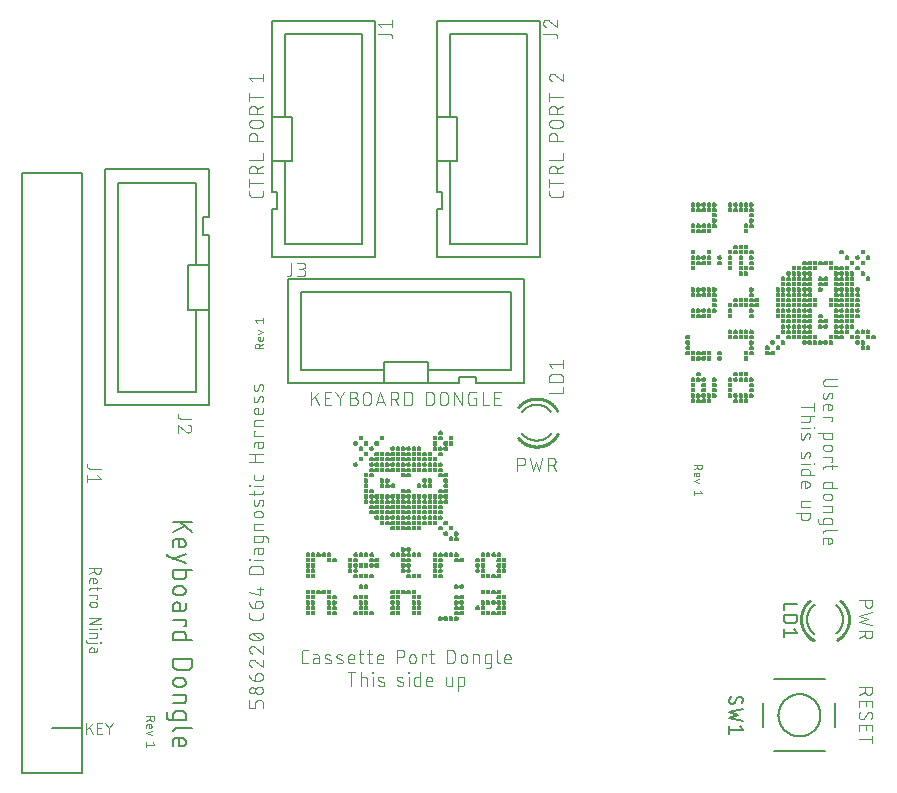
<source format=gto>
G04 EAGLE Gerber RS-274X export*
G75*
%MOMM*%
%FSLAX34Y34*%
%LPD*%
%INTop Silkscreen*%
%IPPOS*%
%AMOC8*
5,1,8,0,0,1.08239X$1,22.5*%
G01*
%ADD10C,0.076200*%
%ADD11C,0.152400*%
%ADD12C,0.101600*%
%ADD13C,0.127000*%
%ADD14C,0.050800*%
%ADD15C,0.203200*%
%ADD16C,0.254000*%

G36*
X423884Y191676D02*
X423884Y191676D01*
X423885Y191675D01*
X424646Y191964D01*
X424647Y191965D01*
X424649Y191966D01*
X425025Y192687D01*
X425025Y192688D01*
X425026Y192688D01*
X425025Y192689D01*
X425026Y192690D01*
X425034Y194354D01*
X425033Y194355D01*
X425034Y194355D01*
X424746Y195117D01*
X424744Y195118D01*
X424743Y195119D01*
X424022Y195496D01*
X424021Y195495D01*
X424020Y195496D01*
X423042Y195501D01*
X423035Y195501D01*
X422356Y195504D01*
X422355Y195504D01*
X422354Y195504D01*
X421593Y195216D01*
X421591Y195214D01*
X421590Y195214D01*
X421213Y194492D01*
X421214Y194491D01*
X421213Y194490D01*
X421205Y192826D01*
X421205Y192825D01*
X421205Y192824D01*
X421493Y192063D01*
X421495Y192062D01*
X421495Y192060D01*
X422217Y191684D01*
X422218Y191684D01*
X422219Y191683D01*
X423883Y191675D01*
X423884Y191676D01*
G37*
G36*
X396936Y285995D02*
X396936Y285995D01*
X396937Y285994D01*
X397698Y286282D01*
X397699Y286284D01*
X397701Y286285D01*
X398077Y287006D01*
X398077Y287007D01*
X398077Y287008D01*
X398078Y287008D01*
X398086Y288672D01*
X398085Y288673D01*
X398086Y288674D01*
X397798Y289436D01*
X397796Y289437D01*
X397795Y289438D01*
X397074Y289815D01*
X397072Y289814D01*
X397072Y289815D01*
X397071Y289815D01*
X396094Y289820D01*
X396087Y289820D01*
X395407Y289823D01*
X395406Y289822D01*
X395406Y289823D01*
X394644Y289535D01*
X394643Y289533D01*
X394642Y289533D01*
X394265Y288811D01*
X394265Y288810D01*
X394265Y288809D01*
X394256Y287145D01*
X394257Y287144D01*
X394257Y287143D01*
X394545Y286382D01*
X394547Y286381D01*
X394547Y286379D01*
X395269Y286003D01*
X395270Y286003D01*
X395271Y286002D01*
X396935Y285994D01*
X396936Y285995D01*
G37*
G36*
X714133Y434295D02*
X714133Y434295D01*
X714134Y434294D01*
X714896Y434582D01*
X714897Y434584D01*
X714898Y434585D01*
X715275Y435306D01*
X715274Y435307D01*
X715275Y435307D01*
X715274Y435307D01*
X715274Y435308D01*
X715275Y435309D01*
X715283Y436973D01*
X715282Y436974D01*
X715283Y436974D01*
X714995Y437736D01*
X714993Y437737D01*
X714993Y437738D01*
X714271Y438115D01*
X714270Y438115D01*
X714269Y438115D01*
X714269Y438116D01*
X713324Y438120D01*
X713317Y438120D01*
X712605Y438124D01*
X712604Y438123D01*
X712603Y438123D01*
X711842Y437835D01*
X711841Y437833D01*
X711839Y437833D01*
X711463Y437111D01*
X711463Y437110D01*
X711462Y437109D01*
X711454Y435445D01*
X711455Y435444D01*
X711454Y435443D01*
X711742Y434682D01*
X711744Y434681D01*
X711745Y434679D01*
X712466Y434303D01*
X712468Y434303D01*
X712468Y434302D01*
X714132Y434294D01*
X714133Y434295D01*
G37*
G36*
X619815Y407347D02*
X619815Y407347D01*
X619815Y407346D01*
X620577Y407634D01*
X620578Y407636D01*
X620579Y407637D01*
X620956Y408358D01*
X620956Y408359D01*
X620955Y408360D01*
X620956Y408360D01*
X620964Y410025D01*
X620964Y410026D01*
X620676Y410788D01*
X620674Y410789D01*
X620674Y410790D01*
X619952Y411167D01*
X619951Y411166D01*
X619951Y411167D01*
X619950Y411167D01*
X619005Y411172D01*
X618998Y411172D01*
X618286Y411175D01*
X618285Y411175D01*
X618284Y411175D01*
X617523Y410887D01*
X617522Y410885D01*
X617520Y410885D01*
X617144Y410163D01*
X617144Y410162D01*
X617143Y410161D01*
X617135Y408497D01*
X617136Y408496D01*
X617135Y408495D01*
X617424Y407734D01*
X617425Y407733D01*
X617426Y407731D01*
X618147Y407355D01*
X618149Y407355D01*
X618150Y407354D01*
X619814Y407346D01*
X619815Y407347D01*
G37*
G36*
X396936Y268029D02*
X396936Y268029D01*
X396937Y268029D01*
X397698Y268317D01*
X397699Y268319D01*
X397701Y268319D01*
X398077Y269041D01*
X398077Y269042D01*
X398078Y269043D01*
X398086Y270707D01*
X398085Y270708D01*
X398086Y270709D01*
X397798Y271470D01*
X397796Y271471D01*
X397795Y271473D01*
X397074Y271849D01*
X397072Y271849D01*
X397072Y271850D01*
X397071Y271850D01*
X396094Y271854D01*
X396087Y271854D01*
X395407Y271858D01*
X395406Y271857D01*
X394644Y271569D01*
X394643Y271567D01*
X394642Y271567D01*
X394265Y270846D01*
X394265Y270844D01*
X394265Y270843D01*
X394256Y269179D01*
X394257Y269178D01*
X394545Y268416D01*
X394547Y268415D01*
X394547Y268414D01*
X395269Y268037D01*
X395270Y268038D01*
X395271Y268037D01*
X396935Y268029D01*
X396936Y268029D01*
G37*
G36*
X423884Y196167D02*
X423884Y196167D01*
X423885Y196167D01*
X424646Y196455D01*
X424647Y196457D01*
X424649Y196457D01*
X425025Y197179D01*
X425026Y197180D01*
X425025Y197180D01*
X425026Y197181D01*
X425034Y198845D01*
X425033Y198846D01*
X425034Y198847D01*
X424746Y199608D01*
X424744Y199609D01*
X424743Y199611D01*
X424022Y199987D01*
X424021Y199987D01*
X424020Y199988D01*
X423042Y199993D01*
X423035Y199993D01*
X422356Y199996D01*
X422355Y199995D01*
X422354Y199996D01*
X421593Y199707D01*
X421591Y199706D01*
X421590Y199705D01*
X421213Y198984D01*
X421214Y198982D01*
X421213Y198981D01*
X421205Y197317D01*
X421205Y197316D01*
X421493Y196554D01*
X421495Y196553D01*
X421495Y196552D01*
X422217Y196175D01*
X422218Y196176D01*
X422219Y196175D01*
X423883Y196167D01*
X423884Y196167D01*
G37*
G36*
X405919Y232098D02*
X405919Y232098D01*
X405920Y232098D01*
X406681Y232386D01*
X406682Y232388D01*
X406683Y232388D01*
X407060Y233110D01*
X407060Y233111D01*
X407061Y233112D01*
X407069Y234776D01*
X407068Y234777D01*
X407068Y234778D01*
X406780Y235539D01*
X406778Y235540D01*
X406778Y235542D01*
X406056Y235918D01*
X406055Y235918D01*
X406055Y235919D01*
X406054Y235919D01*
X405076Y235923D01*
X405076Y235924D01*
X405070Y235924D01*
X404390Y235927D01*
X404389Y235926D01*
X404388Y235926D01*
X403627Y235638D01*
X403626Y235637D01*
X403624Y235636D01*
X403248Y234915D01*
X403248Y234913D01*
X403247Y234912D01*
X403239Y233248D01*
X403240Y233247D01*
X403528Y232485D01*
X403529Y232484D01*
X403530Y232483D01*
X404251Y232106D01*
X404253Y232107D01*
X404254Y232106D01*
X405918Y232098D01*
X405919Y232098D01*
G37*
G36*
X396936Y326417D02*
X396936Y326417D01*
X396937Y326416D01*
X397698Y326705D01*
X397699Y326706D01*
X397701Y326707D01*
X398077Y327428D01*
X398077Y327429D01*
X398077Y327430D01*
X398078Y327431D01*
X398086Y329095D01*
X398085Y329096D01*
X398086Y329096D01*
X397798Y329858D01*
X397796Y329859D01*
X397795Y329860D01*
X397074Y330237D01*
X397072Y330236D01*
X397072Y330237D01*
X397071Y330237D01*
X396094Y330242D01*
X396087Y330242D01*
X395407Y330245D01*
X395406Y330245D01*
X394644Y329957D01*
X394643Y329955D01*
X394642Y329955D01*
X394265Y329233D01*
X394265Y329232D01*
X394265Y329231D01*
X394256Y327567D01*
X394257Y327566D01*
X394257Y327565D01*
X394545Y326804D01*
X394547Y326803D01*
X394547Y326801D01*
X395269Y326425D01*
X395270Y326425D01*
X395271Y326424D01*
X396935Y326416D01*
X396936Y326417D01*
G37*
G36*
X696168Y434295D02*
X696168Y434295D01*
X696169Y434294D01*
X696930Y434582D01*
X696931Y434584D01*
X696933Y434585D01*
X697309Y435306D01*
X697309Y435307D01*
X697309Y435308D01*
X697310Y435309D01*
X697318Y436973D01*
X697317Y436974D01*
X697029Y437736D01*
X697027Y437737D01*
X697027Y437738D01*
X696306Y438115D01*
X696305Y438115D01*
X696304Y438115D01*
X696303Y438116D01*
X695358Y438120D01*
X695352Y438120D01*
X694639Y438124D01*
X694638Y438123D01*
X693876Y437835D01*
X693875Y437833D01*
X693874Y437833D01*
X693497Y437111D01*
X693498Y437110D01*
X693497Y437109D01*
X693489Y435445D01*
X693489Y435444D01*
X693489Y435443D01*
X693777Y434682D01*
X693779Y434681D01*
X693779Y434679D01*
X694501Y434303D01*
X694502Y434303D01*
X694503Y434302D01*
X696167Y434294D01*
X696168Y434295D01*
G37*
G36*
X754556Y434295D02*
X754556Y434295D01*
X754556Y434294D01*
X755318Y434582D01*
X755319Y434584D01*
X755320Y434585D01*
X755697Y435306D01*
X755697Y435307D01*
X755696Y435308D01*
X755697Y435309D01*
X755705Y436973D01*
X755705Y436974D01*
X755417Y437736D01*
X755415Y437737D01*
X755415Y437738D01*
X754693Y438115D01*
X754692Y438115D01*
X754691Y438115D01*
X754691Y438116D01*
X753746Y438120D01*
X753739Y438120D01*
X753027Y438124D01*
X753026Y438123D01*
X753025Y438123D01*
X752264Y437835D01*
X752263Y437833D01*
X752261Y437833D01*
X751885Y437111D01*
X751885Y437110D01*
X751884Y437109D01*
X751876Y435445D01*
X751877Y435444D01*
X751876Y435443D01*
X752165Y434682D01*
X752166Y434681D01*
X752167Y434679D01*
X752888Y434303D01*
X752890Y434303D01*
X752891Y434302D01*
X754555Y434294D01*
X754556Y434295D01*
G37*
G36*
X624306Y407347D02*
X624306Y407347D01*
X624307Y407346D01*
X625068Y407634D01*
X625069Y407636D01*
X625071Y407637D01*
X625447Y408358D01*
X625447Y408359D01*
X625447Y408360D01*
X625448Y408360D01*
X625456Y410025D01*
X625455Y410025D01*
X625456Y410026D01*
X625167Y410788D01*
X625166Y410789D01*
X625165Y410790D01*
X624444Y411167D01*
X624443Y411166D01*
X624442Y411167D01*
X624441Y411167D01*
X623496Y411172D01*
X623490Y411172D01*
X622777Y411175D01*
X622776Y411175D01*
X622014Y410887D01*
X622013Y410885D01*
X622012Y410885D01*
X621635Y410163D01*
X621636Y410162D01*
X621635Y410161D01*
X621627Y408497D01*
X621627Y408496D01*
X621627Y408495D01*
X621915Y407734D01*
X621917Y407733D01*
X621917Y407731D01*
X622639Y407355D01*
X622640Y407355D01*
X622641Y407354D01*
X624305Y407346D01*
X624306Y407347D01*
G37*
G36*
X660237Y425312D02*
X660237Y425312D01*
X660238Y425312D01*
X660999Y425600D01*
X661000Y425602D01*
X661002Y425602D01*
X661378Y426324D01*
X661378Y426325D01*
X661379Y426326D01*
X661387Y427990D01*
X661386Y427991D01*
X661386Y427992D01*
X661098Y428753D01*
X661097Y428754D01*
X661096Y428756D01*
X660375Y429132D01*
X660374Y429132D01*
X660373Y429132D01*
X660372Y429133D01*
X659427Y429137D01*
X659421Y429137D01*
X658708Y429141D01*
X658707Y429140D01*
X658707Y429141D01*
X657945Y428853D01*
X657944Y428851D01*
X657943Y428850D01*
X657566Y428129D01*
X657567Y428127D01*
X657566Y428126D01*
X657558Y426462D01*
X657558Y426461D01*
X657558Y426460D01*
X657846Y425699D01*
X657848Y425698D01*
X657848Y425697D01*
X658570Y425320D01*
X658571Y425320D01*
X658572Y425319D01*
X660236Y425311D01*
X660237Y425312D01*
G37*
G36*
X387953Y191676D02*
X387953Y191676D01*
X387954Y191675D01*
X388715Y191964D01*
X388716Y191965D01*
X388718Y191966D01*
X389095Y192687D01*
X389094Y192688D01*
X389095Y192688D01*
X389094Y192689D01*
X389095Y192690D01*
X389103Y194354D01*
X389102Y194355D01*
X389103Y194355D01*
X388815Y195117D01*
X388813Y195118D01*
X388812Y195119D01*
X388091Y195496D01*
X388090Y195495D01*
X388089Y195496D01*
X387111Y195501D01*
X387104Y195501D01*
X386425Y195504D01*
X386424Y195504D01*
X386423Y195504D01*
X385662Y195216D01*
X385661Y195214D01*
X385659Y195214D01*
X385282Y194492D01*
X385283Y194491D01*
X385282Y194490D01*
X385274Y192826D01*
X385275Y192825D01*
X385274Y192824D01*
X385562Y192063D01*
X385564Y192062D01*
X385564Y192060D01*
X386286Y191684D01*
X386287Y191684D01*
X386288Y191683D01*
X387952Y191675D01*
X387953Y191676D01*
G37*
G36*
X387953Y285995D02*
X387953Y285995D01*
X387954Y285994D01*
X388715Y286282D01*
X388716Y286284D01*
X388718Y286285D01*
X389095Y287006D01*
X389094Y287007D01*
X389095Y287007D01*
X389094Y287007D01*
X389094Y287008D01*
X389095Y287008D01*
X389103Y288672D01*
X389102Y288673D01*
X389103Y288674D01*
X388815Y289436D01*
X388813Y289437D01*
X388812Y289438D01*
X388091Y289815D01*
X388090Y289814D01*
X388089Y289815D01*
X387111Y289820D01*
X387104Y289820D01*
X386425Y289823D01*
X386424Y289822D01*
X386423Y289823D01*
X385662Y289535D01*
X385661Y289533D01*
X385659Y289533D01*
X385282Y288811D01*
X385283Y288810D01*
X385282Y288809D01*
X385274Y287145D01*
X385275Y287144D01*
X385274Y287143D01*
X385562Y286382D01*
X385564Y286381D01*
X385564Y286379D01*
X386286Y286003D01*
X386287Y286003D01*
X386288Y286002D01*
X387952Y285994D01*
X387953Y285995D01*
G37*
G36*
X392445Y285995D02*
X392445Y285995D01*
X392445Y285994D01*
X393207Y286282D01*
X393208Y286284D01*
X393209Y286285D01*
X393586Y287006D01*
X393586Y287007D01*
X393586Y287008D01*
X393594Y288672D01*
X393594Y288673D01*
X393594Y288674D01*
X393306Y289436D01*
X393304Y289437D01*
X393304Y289438D01*
X392582Y289815D01*
X392581Y289814D01*
X392580Y289815D01*
X391602Y289820D01*
X391596Y289820D01*
X390916Y289823D01*
X390915Y289822D01*
X390914Y289823D01*
X390153Y289535D01*
X390152Y289533D01*
X390150Y289533D01*
X389774Y288811D01*
X389774Y288810D01*
X389773Y288809D01*
X389765Y287145D01*
X389766Y287144D01*
X389765Y287143D01*
X390053Y286382D01*
X390055Y286381D01*
X390056Y286379D01*
X390777Y286003D01*
X390779Y286003D01*
X390780Y286002D01*
X392444Y285994D01*
X392445Y285995D01*
G37*
G36*
X619815Y443278D02*
X619815Y443278D01*
X619815Y443277D01*
X620577Y443565D01*
X620578Y443567D01*
X620579Y443568D01*
X620956Y444289D01*
X620956Y444290D01*
X620955Y444291D01*
X620956Y444291D01*
X620964Y445955D01*
X620964Y445956D01*
X620964Y445957D01*
X620676Y446718D01*
X620674Y446719D01*
X620674Y446721D01*
X619952Y447098D01*
X619951Y447097D01*
X619951Y447098D01*
X619950Y447098D01*
X619005Y447103D01*
X618998Y447103D01*
X618286Y447106D01*
X618285Y447106D01*
X618284Y447106D01*
X617523Y446818D01*
X617522Y446816D01*
X617520Y446816D01*
X617144Y446094D01*
X617144Y446093D01*
X617143Y446092D01*
X617135Y444428D01*
X617136Y444427D01*
X617135Y444426D01*
X617424Y443665D01*
X617425Y443664D01*
X617426Y443662D01*
X618147Y443286D01*
X618149Y443286D01*
X618150Y443285D01*
X619814Y443277D01*
X619815Y443278D01*
G37*
G36*
X714133Y443278D02*
X714133Y443278D01*
X714134Y443277D01*
X714896Y443565D01*
X714897Y443567D01*
X714898Y443568D01*
X715275Y444289D01*
X715274Y444290D01*
X715275Y444290D01*
X715274Y444290D01*
X715274Y444291D01*
X715275Y444291D01*
X715283Y445955D01*
X715282Y445956D01*
X715283Y445957D01*
X714995Y446718D01*
X714993Y446719D01*
X714993Y446721D01*
X714271Y447098D01*
X714270Y447097D01*
X714270Y447098D01*
X714269Y447098D01*
X713324Y447103D01*
X713317Y447103D01*
X712605Y447106D01*
X712604Y447106D01*
X712603Y447106D01*
X711842Y446818D01*
X711841Y446816D01*
X711839Y446816D01*
X711463Y446094D01*
X711463Y446093D01*
X711462Y446092D01*
X711454Y444428D01*
X711455Y444427D01*
X711454Y444426D01*
X711742Y443665D01*
X711744Y443664D01*
X711745Y443662D01*
X712466Y443286D01*
X712468Y443286D01*
X712468Y443285D01*
X714132Y443277D01*
X714133Y443278D01*
G37*
G36*
X714133Y438786D02*
X714133Y438786D01*
X714134Y438786D01*
X714896Y439074D01*
X714897Y439076D01*
X714898Y439076D01*
X715275Y439798D01*
X715274Y439798D01*
X715275Y439799D01*
X715274Y439799D01*
X715275Y439800D01*
X715283Y441464D01*
X715282Y441465D01*
X715283Y441466D01*
X714995Y442227D01*
X714993Y442228D01*
X714993Y442230D01*
X714271Y442606D01*
X714270Y442606D01*
X714270Y442607D01*
X714269Y442607D01*
X713324Y442611D01*
X713317Y442611D01*
X712605Y442615D01*
X712604Y442614D01*
X712603Y442615D01*
X711842Y442327D01*
X711841Y442325D01*
X711839Y442324D01*
X711463Y441603D01*
X711463Y441601D01*
X711462Y441600D01*
X711454Y439936D01*
X711455Y439935D01*
X711454Y439935D01*
X711742Y439173D01*
X711744Y439172D01*
X711745Y439171D01*
X712466Y438794D01*
X712468Y438795D01*
X712468Y438794D01*
X714132Y438786D01*
X714133Y438786D01*
G37*
G36*
X414901Y263538D02*
X414901Y263538D01*
X414902Y263537D01*
X415663Y263825D01*
X415665Y263827D01*
X415666Y263828D01*
X416043Y264549D01*
X416043Y264550D01*
X416042Y264551D01*
X416043Y264551D01*
X416051Y266216D01*
X416051Y266217D01*
X415763Y266979D01*
X415761Y266980D01*
X415761Y266981D01*
X415039Y267358D01*
X415038Y267357D01*
X415037Y267358D01*
X414059Y267363D01*
X414053Y267363D01*
X413373Y267366D01*
X413372Y267366D01*
X413371Y267366D01*
X412610Y267078D01*
X412609Y267076D01*
X412607Y267076D01*
X412231Y266354D01*
X412231Y266353D01*
X412230Y266352D01*
X412222Y264688D01*
X412223Y264687D01*
X412222Y264686D01*
X412510Y263925D01*
X412512Y263924D01*
X412513Y263922D01*
X413234Y263546D01*
X413236Y263546D01*
X413236Y263545D01*
X414900Y263537D01*
X414901Y263538D01*
G37*
G36*
X691676Y416329D02*
X691676Y416329D01*
X691677Y416329D01*
X692439Y416617D01*
X692440Y416619D01*
X692441Y416619D01*
X692818Y417341D01*
X692818Y417342D01*
X692817Y417342D01*
X692818Y417343D01*
X692826Y419007D01*
X692826Y419008D01*
X692826Y419009D01*
X692538Y419770D01*
X692536Y419771D01*
X692536Y419773D01*
X691814Y420149D01*
X691813Y420149D01*
X691813Y420150D01*
X691812Y420150D01*
X690867Y420155D01*
X690860Y420155D01*
X690148Y420158D01*
X690147Y420157D01*
X690146Y420158D01*
X689385Y419870D01*
X689384Y419868D01*
X689382Y419867D01*
X689006Y419146D01*
X689006Y419144D01*
X689005Y419144D01*
X688997Y417480D01*
X688998Y417479D01*
X688997Y417478D01*
X689285Y416717D01*
X689287Y416716D01*
X689288Y416714D01*
X690009Y416337D01*
X690011Y416338D01*
X690011Y416337D01*
X691676Y416329D01*
X691676Y416329D01*
G37*
G36*
X374479Y285995D02*
X374479Y285995D01*
X374480Y285994D01*
X375241Y286282D01*
X375242Y286284D01*
X375244Y286285D01*
X375620Y287006D01*
X375620Y287007D01*
X375621Y287007D01*
X375620Y287007D01*
X375620Y287008D01*
X375621Y287008D01*
X375629Y288672D01*
X375628Y288673D01*
X375629Y288674D01*
X375341Y289436D01*
X375339Y289437D01*
X375338Y289438D01*
X374617Y289815D01*
X374616Y289814D01*
X374615Y289815D01*
X373637Y289820D01*
X373630Y289820D01*
X372950Y289823D01*
X372950Y289822D01*
X372949Y289823D01*
X372187Y289535D01*
X372186Y289533D01*
X372185Y289533D01*
X371808Y288811D01*
X371809Y288810D01*
X371808Y288809D01*
X371800Y287145D01*
X371800Y287144D01*
X371800Y287143D01*
X372088Y286382D01*
X372090Y286381D01*
X372090Y286379D01*
X372812Y286003D01*
X372813Y286003D01*
X372814Y286002D01*
X374478Y285994D01*
X374479Y285995D01*
G37*
G36*
X714133Y456752D02*
X714133Y456752D01*
X714134Y456751D01*
X714896Y457039D01*
X714897Y457041D01*
X714898Y457042D01*
X715275Y457763D01*
X715274Y457764D01*
X715275Y457764D01*
X715274Y457764D01*
X715274Y457765D01*
X715275Y457765D01*
X715283Y459430D01*
X715282Y459430D01*
X715283Y459431D01*
X714995Y460193D01*
X714993Y460194D01*
X714993Y460195D01*
X714271Y460572D01*
X714270Y460572D01*
X714269Y460572D01*
X713324Y460577D01*
X713317Y460577D01*
X712605Y460580D01*
X712604Y460580D01*
X712603Y460580D01*
X711842Y460292D01*
X711841Y460290D01*
X711839Y460290D01*
X711463Y459568D01*
X711463Y459567D01*
X711462Y459566D01*
X711454Y457902D01*
X711455Y457901D01*
X711454Y457900D01*
X711742Y457139D01*
X711744Y457138D01*
X711745Y457136D01*
X712466Y456760D01*
X712468Y456760D01*
X712468Y456759D01*
X714132Y456751D01*
X714133Y456752D01*
G37*
G36*
X405919Y285995D02*
X405919Y285995D01*
X405920Y285994D01*
X406681Y286282D01*
X406682Y286284D01*
X406683Y286285D01*
X407060Y287006D01*
X407060Y287007D01*
X407060Y287008D01*
X407061Y287008D01*
X407069Y288672D01*
X407068Y288673D01*
X407068Y288674D01*
X406780Y289436D01*
X406778Y289437D01*
X406778Y289438D01*
X406056Y289815D01*
X406055Y289814D01*
X406055Y289815D01*
X406054Y289815D01*
X405076Y289820D01*
X405070Y289820D01*
X404390Y289823D01*
X404389Y289822D01*
X404388Y289823D01*
X403627Y289535D01*
X403626Y289533D01*
X403624Y289533D01*
X403248Y288811D01*
X403248Y288810D01*
X403247Y288809D01*
X403239Y287145D01*
X403240Y287144D01*
X403240Y287143D01*
X403528Y286382D01*
X403529Y286381D01*
X403530Y286379D01*
X404251Y286003D01*
X404253Y286003D01*
X404254Y286002D01*
X405918Y285994D01*
X405919Y285995D01*
G37*
G36*
X714133Y425312D02*
X714133Y425312D01*
X714134Y425312D01*
X714896Y425600D01*
X714897Y425602D01*
X714898Y425602D01*
X715275Y426324D01*
X715274Y426324D01*
X715275Y426324D01*
X715274Y426325D01*
X715275Y426326D01*
X715283Y427990D01*
X715282Y427991D01*
X715283Y427992D01*
X714995Y428753D01*
X714993Y428754D01*
X714993Y428756D01*
X714271Y429132D01*
X714270Y429132D01*
X714269Y429132D01*
X714269Y429133D01*
X713327Y429137D01*
X713321Y429137D01*
X712605Y429141D01*
X712604Y429140D01*
X712603Y429141D01*
X711842Y428852D01*
X711841Y428851D01*
X711839Y428850D01*
X711463Y428129D01*
X711463Y428127D01*
X711462Y428126D01*
X711454Y426462D01*
X711455Y426461D01*
X711454Y426460D01*
X711742Y425699D01*
X711744Y425698D01*
X711745Y425697D01*
X712466Y425320D01*
X712468Y425320D01*
X712468Y425319D01*
X714132Y425311D01*
X714133Y425312D01*
G37*
G36*
X387953Y196167D02*
X387953Y196167D01*
X387954Y196167D01*
X388715Y196455D01*
X388716Y196457D01*
X388718Y196457D01*
X389095Y197179D01*
X389094Y197179D01*
X389095Y197180D01*
X389094Y197180D01*
X389095Y197181D01*
X389103Y198845D01*
X389102Y198846D01*
X389103Y198847D01*
X388815Y199608D01*
X388813Y199609D01*
X388812Y199611D01*
X388091Y199987D01*
X388090Y199987D01*
X388089Y199988D01*
X387111Y199993D01*
X387104Y199993D01*
X386425Y199996D01*
X386424Y199995D01*
X386423Y199996D01*
X385662Y199707D01*
X385661Y199706D01*
X385659Y199705D01*
X385282Y198984D01*
X385283Y198982D01*
X385282Y198981D01*
X385274Y197317D01*
X385275Y197316D01*
X385274Y197316D01*
X385562Y196554D01*
X385564Y196553D01*
X385564Y196552D01*
X386286Y196175D01*
X386287Y196176D01*
X386288Y196175D01*
X387952Y196167D01*
X387953Y196167D01*
G37*
G36*
X387953Y326417D02*
X387953Y326417D01*
X387954Y326416D01*
X388715Y326705D01*
X388716Y326706D01*
X388718Y326707D01*
X389095Y327428D01*
X389094Y327429D01*
X389095Y327429D01*
X389094Y327430D01*
X389095Y327431D01*
X389103Y329095D01*
X389102Y329096D01*
X389103Y329096D01*
X388815Y329858D01*
X388813Y329859D01*
X388812Y329860D01*
X388091Y330237D01*
X388090Y330236D01*
X388089Y330237D01*
X387111Y330242D01*
X387104Y330242D01*
X386425Y330245D01*
X386424Y330245D01*
X386423Y330245D01*
X385662Y329957D01*
X385661Y329955D01*
X385659Y329955D01*
X385282Y329233D01*
X385283Y329232D01*
X385282Y329231D01*
X385274Y327567D01*
X385275Y327566D01*
X385274Y327565D01*
X385562Y326804D01*
X385564Y326803D01*
X385564Y326801D01*
X386286Y326425D01*
X386287Y326425D01*
X386288Y326424D01*
X387952Y326416D01*
X387953Y326417D01*
G37*
G36*
X387953Y268029D02*
X387953Y268029D01*
X387954Y268029D01*
X388715Y268317D01*
X388716Y268319D01*
X388718Y268319D01*
X389095Y269041D01*
X389094Y269041D01*
X389095Y269042D01*
X389094Y269042D01*
X389095Y269043D01*
X389103Y270707D01*
X389102Y270708D01*
X389103Y270709D01*
X388815Y271470D01*
X388813Y271471D01*
X388812Y271473D01*
X388091Y271849D01*
X388090Y271849D01*
X388089Y271850D01*
X387111Y271854D01*
X387104Y271854D01*
X386425Y271858D01*
X386424Y271857D01*
X386423Y271857D01*
X385662Y271569D01*
X385661Y271567D01*
X385659Y271567D01*
X385282Y270846D01*
X385283Y270844D01*
X385282Y270843D01*
X385274Y269179D01*
X385275Y269178D01*
X385274Y269178D01*
X385562Y268416D01*
X385564Y268415D01*
X385564Y268414D01*
X386286Y268037D01*
X386287Y268038D01*
X386288Y268037D01*
X387952Y268029D01*
X387953Y268029D01*
G37*
G36*
X387953Y330908D02*
X387953Y330908D01*
X387954Y330908D01*
X388715Y331196D01*
X388716Y331198D01*
X388718Y331198D01*
X389095Y331920D01*
X389094Y331920D01*
X389095Y331921D01*
X389094Y331921D01*
X389095Y331922D01*
X389103Y333586D01*
X389102Y333587D01*
X389103Y333588D01*
X388815Y334349D01*
X388813Y334350D01*
X388812Y334352D01*
X388091Y334728D01*
X388090Y334728D01*
X388089Y334729D01*
X387111Y334734D01*
X387104Y334734D01*
X386425Y334737D01*
X386424Y334736D01*
X386423Y334737D01*
X385662Y334448D01*
X385661Y334447D01*
X385659Y334446D01*
X385282Y333725D01*
X385283Y333723D01*
X385282Y333722D01*
X385274Y332058D01*
X385275Y332057D01*
X385274Y332057D01*
X385562Y331295D01*
X385564Y331294D01*
X385564Y331293D01*
X386286Y330916D01*
X386287Y330917D01*
X386288Y330916D01*
X387952Y330908D01*
X387953Y330908D01*
G37*
G36*
X387953Y263538D02*
X387953Y263538D01*
X387954Y263537D01*
X388715Y263825D01*
X388716Y263827D01*
X388718Y263828D01*
X389095Y264549D01*
X389094Y264550D01*
X389095Y264550D01*
X389094Y264551D01*
X389095Y264551D01*
X389103Y266216D01*
X389102Y266216D01*
X389103Y266217D01*
X388815Y266979D01*
X388813Y266980D01*
X388812Y266981D01*
X388091Y267358D01*
X388090Y267357D01*
X388089Y267358D01*
X387111Y267363D01*
X387104Y267363D01*
X386425Y267366D01*
X386424Y267366D01*
X386423Y267366D01*
X385662Y267078D01*
X385661Y267076D01*
X385659Y267076D01*
X385282Y266354D01*
X385283Y266353D01*
X385282Y266352D01*
X385274Y264688D01*
X385275Y264687D01*
X385274Y264686D01*
X385562Y263925D01*
X385564Y263924D01*
X385564Y263922D01*
X386286Y263546D01*
X386287Y263546D01*
X386288Y263545D01*
X387952Y263537D01*
X387953Y263538D01*
G37*
G36*
X405919Y344382D02*
X405919Y344382D01*
X405920Y344382D01*
X406681Y344670D01*
X406682Y344672D01*
X406683Y344672D01*
X407060Y345394D01*
X407060Y345395D01*
X407061Y345396D01*
X407069Y347060D01*
X407068Y347061D01*
X407068Y347062D01*
X406780Y347823D01*
X406778Y347824D01*
X406778Y347826D01*
X406056Y348202D01*
X406055Y348202D01*
X406055Y348203D01*
X406054Y348203D01*
X405073Y348208D01*
X405066Y348208D01*
X404390Y348211D01*
X404389Y348210D01*
X404388Y348211D01*
X403627Y347923D01*
X403626Y347921D01*
X403624Y347920D01*
X403248Y347199D01*
X403248Y347197D01*
X403247Y347197D01*
X403239Y345532D01*
X403240Y345532D01*
X403240Y345531D01*
X403528Y344769D01*
X403529Y344768D01*
X403530Y344767D01*
X404251Y344390D01*
X404253Y344391D01*
X404254Y344390D01*
X405918Y344382D01*
X405919Y344382D01*
G37*
G36*
X691676Y443278D02*
X691676Y443278D01*
X691677Y443277D01*
X692439Y443565D01*
X692440Y443567D01*
X692441Y443568D01*
X692818Y444289D01*
X692818Y444290D01*
X692817Y444290D01*
X692817Y444291D01*
X692818Y444291D01*
X692826Y445955D01*
X692826Y445956D01*
X692826Y445957D01*
X692538Y446718D01*
X692536Y446719D01*
X692536Y446721D01*
X691814Y447098D01*
X691813Y447097D01*
X691813Y447098D01*
X691812Y447098D01*
X690867Y447103D01*
X690860Y447103D01*
X690148Y447106D01*
X690147Y447106D01*
X690146Y447106D01*
X689385Y446818D01*
X689384Y446816D01*
X689382Y446816D01*
X689006Y446094D01*
X689006Y446093D01*
X689005Y446092D01*
X688997Y444428D01*
X688998Y444427D01*
X688997Y444426D01*
X689285Y443665D01*
X689287Y443664D01*
X689288Y443662D01*
X690009Y443286D01*
X690011Y443286D01*
X690011Y443285D01*
X691676Y443277D01*
X691676Y443278D01*
G37*
G36*
X754556Y443278D02*
X754556Y443278D01*
X754556Y443277D01*
X755318Y443565D01*
X755319Y443567D01*
X755320Y443568D01*
X755697Y444289D01*
X755697Y444290D01*
X755696Y444291D01*
X755697Y444291D01*
X755705Y445955D01*
X755705Y445956D01*
X755705Y445957D01*
X755417Y446718D01*
X755415Y446719D01*
X755415Y446721D01*
X754693Y447098D01*
X754692Y447097D01*
X754692Y447098D01*
X754691Y447098D01*
X753746Y447103D01*
X753739Y447103D01*
X753027Y447106D01*
X753026Y447106D01*
X753025Y447106D01*
X752264Y446818D01*
X752263Y446816D01*
X752261Y446816D01*
X751885Y446094D01*
X751885Y446093D01*
X751884Y446092D01*
X751876Y444428D01*
X751877Y444427D01*
X751876Y444426D01*
X752165Y443665D01*
X752166Y443664D01*
X752167Y443662D01*
X752888Y443286D01*
X752890Y443286D01*
X752891Y443285D01*
X754555Y443277D01*
X754556Y443278D01*
G37*
G36*
X759047Y443278D02*
X759047Y443278D01*
X759048Y443277D01*
X759809Y443565D01*
X759810Y443567D01*
X759812Y443568D01*
X760188Y444289D01*
X760188Y444290D01*
X760188Y444291D01*
X760189Y444291D01*
X760197Y445955D01*
X760196Y445956D01*
X760197Y445957D01*
X759908Y446718D01*
X759907Y446719D01*
X759906Y446721D01*
X759185Y447098D01*
X759184Y447097D01*
X759183Y447098D01*
X759182Y447098D01*
X758237Y447103D01*
X758231Y447103D01*
X757518Y447106D01*
X757517Y447106D01*
X756755Y446818D01*
X756754Y446816D01*
X756753Y446816D01*
X756376Y446094D01*
X756377Y446093D01*
X756376Y446092D01*
X756368Y444428D01*
X756368Y444427D01*
X756368Y444426D01*
X756656Y443665D01*
X756658Y443664D01*
X756658Y443662D01*
X757380Y443286D01*
X757381Y443286D01*
X757382Y443285D01*
X759046Y443277D01*
X759047Y443278D01*
G37*
G36*
X624306Y443278D02*
X624306Y443278D01*
X624307Y443277D01*
X625068Y443565D01*
X625069Y443567D01*
X625071Y443568D01*
X625447Y444289D01*
X625447Y444290D01*
X625447Y444291D01*
X625448Y444291D01*
X625456Y445955D01*
X625455Y445956D01*
X625456Y445957D01*
X625167Y446718D01*
X625166Y446719D01*
X625165Y446721D01*
X624444Y447098D01*
X624443Y447097D01*
X624442Y447098D01*
X624441Y447098D01*
X623496Y447103D01*
X623490Y447103D01*
X622777Y447106D01*
X622776Y447106D01*
X622014Y446818D01*
X622013Y446816D01*
X622012Y446816D01*
X621635Y446094D01*
X621636Y446093D01*
X621635Y446092D01*
X621627Y444428D01*
X621627Y444427D01*
X621627Y444426D01*
X621915Y443665D01*
X621917Y443664D01*
X621917Y443662D01*
X622639Y443286D01*
X622640Y443286D01*
X622641Y443285D01*
X624305Y443277D01*
X624306Y443278D01*
G37*
G36*
X696168Y443278D02*
X696168Y443278D01*
X696169Y443277D01*
X696930Y443565D01*
X696931Y443567D01*
X696933Y443568D01*
X697309Y444289D01*
X697309Y444290D01*
X697309Y444291D01*
X697310Y444291D01*
X697318Y445955D01*
X697317Y445956D01*
X697317Y445957D01*
X697029Y446718D01*
X697027Y446719D01*
X697027Y446721D01*
X696306Y447098D01*
X696305Y447097D01*
X696304Y447098D01*
X696303Y447098D01*
X695358Y447103D01*
X695352Y447103D01*
X694639Y447106D01*
X694638Y447106D01*
X693876Y446818D01*
X693875Y446816D01*
X693874Y446816D01*
X693497Y446094D01*
X693498Y446093D01*
X693497Y446092D01*
X693489Y444428D01*
X693489Y444427D01*
X693489Y444426D01*
X693777Y443665D01*
X693779Y443664D01*
X693779Y443662D01*
X694501Y443286D01*
X694502Y443286D01*
X694503Y443285D01*
X696167Y443277D01*
X696168Y443278D01*
G37*
G36*
X772521Y425312D02*
X772521Y425312D01*
X772522Y425312D01*
X773283Y425600D01*
X773284Y425602D01*
X773286Y425602D01*
X773662Y426324D01*
X773662Y426325D01*
X773663Y426326D01*
X773671Y427990D01*
X773670Y427991D01*
X773671Y427992D01*
X773383Y428753D01*
X773381Y428754D01*
X773380Y428756D01*
X772659Y429132D01*
X772658Y429132D01*
X772657Y429132D01*
X772657Y429133D01*
X771715Y429137D01*
X771708Y429137D01*
X770992Y429141D01*
X770992Y429140D01*
X770991Y429141D01*
X770229Y428852D01*
X770228Y428851D01*
X770227Y428850D01*
X769850Y428129D01*
X769851Y428127D01*
X769850Y428126D01*
X769842Y426462D01*
X769842Y426461D01*
X769842Y426460D01*
X770130Y425699D01*
X770132Y425698D01*
X770132Y425697D01*
X770854Y425320D01*
X770855Y425320D01*
X770856Y425319D01*
X772520Y425311D01*
X772521Y425312D01*
G37*
G36*
X441850Y191676D02*
X441850Y191676D01*
X441850Y191675D01*
X442612Y191964D01*
X442613Y191965D01*
X442614Y191966D01*
X442991Y192687D01*
X442991Y192688D01*
X442991Y192689D01*
X442991Y192690D01*
X443000Y194354D01*
X442999Y194355D01*
X442711Y195117D01*
X442709Y195118D01*
X442709Y195119D01*
X441987Y195496D01*
X441986Y195495D01*
X441986Y195496D01*
X441985Y195496D01*
X441007Y195501D01*
X441001Y195501D01*
X440321Y195504D01*
X440320Y195504D01*
X440319Y195504D01*
X439558Y195216D01*
X439557Y195214D01*
X439555Y195214D01*
X439179Y194492D01*
X439179Y194491D01*
X439178Y194490D01*
X439170Y192826D01*
X439171Y192825D01*
X439170Y192824D01*
X439458Y192063D01*
X439460Y192062D01*
X439461Y192060D01*
X440182Y191684D01*
X440184Y191684D01*
X440185Y191683D01*
X441849Y191675D01*
X441850Y191676D01*
G37*
G36*
X619815Y389381D02*
X619815Y389381D01*
X620577Y389669D01*
X620578Y389671D01*
X620579Y389671D01*
X620956Y390393D01*
X620955Y390394D01*
X620956Y390395D01*
X620964Y392059D01*
X620964Y392060D01*
X620964Y392061D01*
X620676Y392822D01*
X620674Y392823D01*
X620674Y392825D01*
X619952Y393201D01*
X619951Y393201D01*
X619950Y393201D01*
X619950Y393202D01*
X619005Y393206D01*
X618998Y393206D01*
X618286Y393210D01*
X618285Y393209D01*
X618284Y393210D01*
X617523Y392922D01*
X617522Y392920D01*
X617520Y392919D01*
X617144Y392198D01*
X617144Y392196D01*
X617143Y392195D01*
X617135Y390531D01*
X617136Y390530D01*
X617135Y390530D01*
X617424Y389768D01*
X617425Y389767D01*
X617426Y389766D01*
X618147Y389389D01*
X618149Y389389D01*
X618150Y389389D01*
X619814Y389381D01*
X619815Y389381D01*
G37*
G36*
X361005Y285995D02*
X361005Y285995D01*
X361006Y285994D01*
X361767Y286282D01*
X361768Y286284D01*
X361770Y286285D01*
X362146Y287006D01*
X362146Y287007D01*
X362146Y287008D01*
X362147Y287008D01*
X362155Y288672D01*
X362154Y288673D01*
X362155Y288674D01*
X361867Y289436D01*
X361865Y289437D01*
X361864Y289438D01*
X361143Y289815D01*
X361141Y289814D01*
X361141Y289815D01*
X361140Y289815D01*
X360163Y289820D01*
X360156Y289820D01*
X359476Y289823D01*
X359475Y289822D01*
X359475Y289823D01*
X358713Y289535D01*
X358712Y289533D01*
X358711Y289533D01*
X358334Y288811D01*
X358335Y288810D01*
X358334Y288809D01*
X358326Y287145D01*
X358326Y287144D01*
X358326Y287143D01*
X358614Y286382D01*
X358616Y286381D01*
X358616Y286379D01*
X359338Y286003D01*
X359339Y286003D01*
X359340Y286002D01*
X361004Y285994D01*
X361005Y285995D01*
G37*
G36*
X378970Y285995D02*
X378970Y285995D01*
X378971Y285994D01*
X379733Y286282D01*
X379734Y286284D01*
X379735Y286285D01*
X380112Y287006D01*
X380112Y287007D01*
X380111Y287007D01*
X380111Y287008D01*
X380112Y287008D01*
X380120Y288672D01*
X380120Y288673D01*
X380120Y288674D01*
X379832Y289436D01*
X379830Y289437D01*
X379830Y289438D01*
X379108Y289815D01*
X379107Y289814D01*
X379106Y289815D01*
X378128Y289820D01*
X378122Y289820D01*
X377442Y289823D01*
X377441Y289822D01*
X377440Y289823D01*
X376679Y289535D01*
X376678Y289533D01*
X376676Y289533D01*
X376300Y288811D01*
X376300Y288810D01*
X376299Y288809D01*
X376291Y287145D01*
X376292Y287144D01*
X376291Y287143D01*
X376579Y286382D01*
X376581Y286381D01*
X376582Y286379D01*
X377303Y286003D01*
X377305Y286003D01*
X377305Y286002D01*
X378970Y285994D01*
X378970Y285995D01*
G37*
G36*
X450832Y191676D02*
X450832Y191676D01*
X450833Y191675D01*
X451594Y191964D01*
X451595Y191965D01*
X451597Y191966D01*
X451974Y192687D01*
X451974Y192688D01*
X451973Y192689D01*
X451974Y192690D01*
X451982Y194354D01*
X451981Y194355D01*
X451982Y194355D01*
X451694Y195117D01*
X451692Y195118D01*
X451692Y195119D01*
X450970Y195496D01*
X450969Y195495D01*
X450968Y195496D01*
X449990Y195501D01*
X449984Y195501D01*
X449304Y195504D01*
X449303Y195504D01*
X449302Y195504D01*
X448541Y195216D01*
X448540Y195214D01*
X448538Y195214D01*
X448161Y194492D01*
X448162Y194491D01*
X448161Y194490D01*
X448153Y192826D01*
X448154Y192825D01*
X448153Y192824D01*
X448441Y192063D01*
X448443Y192062D01*
X448444Y192060D01*
X449165Y191684D01*
X449167Y191684D01*
X449167Y191683D01*
X450831Y191675D01*
X450832Y191676D01*
G37*
G36*
X714133Y452260D02*
X714133Y452260D01*
X714134Y452260D01*
X714896Y452548D01*
X714897Y452550D01*
X714898Y452550D01*
X715275Y453272D01*
X715274Y453272D01*
X715275Y453273D01*
X715274Y453273D01*
X715275Y453274D01*
X715283Y454938D01*
X715282Y454939D01*
X715283Y454940D01*
X714995Y455701D01*
X714993Y455702D01*
X714993Y455704D01*
X714271Y456080D01*
X714270Y456080D01*
X714270Y456081D01*
X714269Y456081D01*
X713324Y456086D01*
X713317Y456086D01*
X712605Y456089D01*
X712604Y456088D01*
X712603Y456089D01*
X711842Y455801D01*
X711841Y455799D01*
X711839Y455798D01*
X711463Y455077D01*
X711463Y455075D01*
X711462Y455075D01*
X711454Y453410D01*
X711455Y453410D01*
X711454Y453409D01*
X711742Y452647D01*
X711744Y452646D01*
X711745Y452645D01*
X712466Y452268D01*
X712468Y452269D01*
X712468Y452268D01*
X714132Y452260D01*
X714133Y452260D01*
G37*
G36*
X619815Y380399D02*
X619815Y380399D01*
X619815Y380398D01*
X620577Y380686D01*
X620578Y380688D01*
X620579Y380688D01*
X620956Y381410D01*
X620956Y381411D01*
X620955Y381411D01*
X620956Y381412D01*
X620964Y383076D01*
X620964Y383077D01*
X620964Y383078D01*
X620676Y383839D01*
X620674Y383840D01*
X620674Y383842D01*
X619952Y384219D01*
X619951Y384218D01*
X619951Y384219D01*
X619950Y384219D01*
X619005Y384224D01*
X618998Y384224D01*
X618286Y384227D01*
X618285Y384226D01*
X618284Y384227D01*
X617523Y383939D01*
X617522Y383937D01*
X617520Y383936D01*
X617144Y383215D01*
X617144Y383213D01*
X617143Y383213D01*
X617135Y381549D01*
X617136Y381548D01*
X617135Y381547D01*
X617424Y380786D01*
X617425Y380785D01*
X617426Y380783D01*
X618147Y380406D01*
X618149Y380407D01*
X618150Y380406D01*
X619814Y380398D01*
X619815Y380399D01*
G37*
G36*
X714133Y470226D02*
X714133Y470226D01*
X714134Y470225D01*
X714896Y470513D01*
X714897Y470515D01*
X714898Y470516D01*
X715275Y471237D01*
X715274Y471238D01*
X715275Y471238D01*
X715274Y471238D01*
X715274Y471239D01*
X715275Y471240D01*
X715283Y472904D01*
X715282Y472905D01*
X715283Y472905D01*
X714995Y473667D01*
X714993Y473668D01*
X714993Y473669D01*
X714271Y474046D01*
X714270Y474046D01*
X714269Y474046D01*
X713324Y474051D01*
X713317Y474051D01*
X712605Y474054D01*
X712604Y474054D01*
X712603Y474054D01*
X711842Y473766D01*
X711841Y473764D01*
X711839Y473764D01*
X711463Y473042D01*
X711463Y473041D01*
X711462Y473040D01*
X711454Y471376D01*
X711455Y471375D01*
X711454Y471374D01*
X711742Y470613D01*
X711744Y470612D01*
X711745Y470610D01*
X712466Y470234D01*
X712468Y470234D01*
X712468Y470233D01*
X714132Y470225D01*
X714133Y470226D01*
G37*
G36*
X374479Y227607D02*
X374479Y227607D01*
X374480Y227606D01*
X375241Y227894D01*
X375242Y227896D01*
X375244Y227897D01*
X375620Y228618D01*
X375620Y228619D01*
X375621Y228619D01*
X375620Y228620D01*
X375621Y228620D01*
X375629Y230285D01*
X375628Y230285D01*
X375629Y230286D01*
X375341Y231048D01*
X375339Y231049D01*
X375338Y231050D01*
X374617Y231427D01*
X374616Y231426D01*
X374615Y231427D01*
X373637Y231432D01*
X373630Y231432D01*
X372950Y231435D01*
X372949Y231435D01*
X372187Y231147D01*
X372186Y231145D01*
X372185Y231145D01*
X371808Y230423D01*
X371809Y230422D01*
X371808Y230421D01*
X371800Y228757D01*
X371800Y228756D01*
X371800Y228755D01*
X372088Y227994D01*
X372090Y227993D01*
X372090Y227991D01*
X372812Y227615D01*
X372813Y227615D01*
X372814Y227614D01*
X374478Y227606D01*
X374479Y227607D01*
G37*
G36*
X374479Y326417D02*
X374479Y326417D01*
X374480Y326416D01*
X375241Y326705D01*
X375242Y326706D01*
X375244Y326707D01*
X375620Y327428D01*
X375620Y327429D01*
X375621Y327429D01*
X375620Y327430D01*
X375621Y327431D01*
X375629Y329095D01*
X375628Y329096D01*
X375629Y329096D01*
X375341Y329858D01*
X375339Y329859D01*
X375338Y329860D01*
X374617Y330237D01*
X374616Y330236D01*
X374615Y330237D01*
X373637Y330242D01*
X373630Y330242D01*
X372950Y330245D01*
X372949Y330245D01*
X372187Y329957D01*
X372186Y329955D01*
X372185Y329955D01*
X371808Y329233D01*
X371809Y329232D01*
X371808Y329231D01*
X371800Y327567D01*
X371800Y327566D01*
X371800Y327565D01*
X372088Y326804D01*
X372090Y326803D01*
X372090Y326801D01*
X372812Y326425D01*
X372813Y326425D01*
X372814Y326424D01*
X374478Y326416D01*
X374479Y326417D01*
G37*
G36*
X374479Y263538D02*
X374479Y263538D01*
X374480Y263537D01*
X375241Y263825D01*
X375242Y263827D01*
X375244Y263828D01*
X375620Y264549D01*
X375620Y264550D01*
X375621Y264550D01*
X375620Y264551D01*
X375621Y264551D01*
X375629Y266216D01*
X375628Y266216D01*
X375629Y266217D01*
X375341Y266979D01*
X375339Y266980D01*
X375338Y266981D01*
X374617Y267358D01*
X374616Y267357D01*
X374615Y267358D01*
X373637Y267363D01*
X373630Y267363D01*
X372950Y267366D01*
X372949Y267366D01*
X372187Y267078D01*
X372186Y267076D01*
X372185Y267076D01*
X371808Y266354D01*
X371809Y266353D01*
X371808Y266352D01*
X371800Y264688D01*
X371800Y264687D01*
X371800Y264686D01*
X372088Y263925D01*
X372090Y263924D01*
X372090Y263922D01*
X372812Y263546D01*
X372813Y263546D01*
X372814Y263545D01*
X374478Y263537D01*
X374479Y263538D01*
G37*
G36*
X374479Y232098D02*
X374479Y232098D01*
X374480Y232098D01*
X375241Y232386D01*
X375242Y232388D01*
X375244Y232388D01*
X375620Y233110D01*
X375621Y233111D01*
X375620Y233111D01*
X375621Y233112D01*
X375629Y234776D01*
X375628Y234777D01*
X375629Y234778D01*
X375341Y235539D01*
X375339Y235540D01*
X375338Y235542D01*
X374617Y235918D01*
X374616Y235918D01*
X374615Y235919D01*
X373637Y235923D01*
X373637Y235924D01*
X373630Y235924D01*
X372950Y235927D01*
X372950Y235926D01*
X372949Y235926D01*
X372187Y235638D01*
X372186Y235637D01*
X372185Y235636D01*
X371808Y234915D01*
X371809Y234913D01*
X371808Y234912D01*
X371800Y233248D01*
X371800Y233247D01*
X372088Y232485D01*
X372090Y232484D01*
X372090Y232483D01*
X372812Y232106D01*
X372813Y232107D01*
X372814Y232106D01*
X374478Y232098D01*
X374479Y232098D01*
G37*
G36*
X374479Y268029D02*
X374479Y268029D01*
X374480Y268029D01*
X375241Y268317D01*
X375242Y268319D01*
X375244Y268319D01*
X375620Y269041D01*
X375621Y269042D01*
X375620Y269042D01*
X375621Y269043D01*
X375629Y270707D01*
X375628Y270708D01*
X375629Y270709D01*
X375341Y271470D01*
X375339Y271471D01*
X375338Y271473D01*
X374617Y271849D01*
X374616Y271849D01*
X374615Y271850D01*
X373637Y271854D01*
X373630Y271854D01*
X372950Y271858D01*
X372950Y271857D01*
X372949Y271857D01*
X372187Y271569D01*
X372186Y271567D01*
X372185Y271567D01*
X371808Y270846D01*
X371809Y270844D01*
X371808Y270843D01*
X371800Y269179D01*
X371800Y269178D01*
X372088Y268416D01*
X372090Y268415D01*
X372090Y268414D01*
X372812Y268037D01*
X372813Y268038D01*
X372814Y268037D01*
X374478Y268029D01*
X374479Y268029D01*
G37*
G36*
X374479Y330908D02*
X374479Y330908D01*
X374480Y330908D01*
X375241Y331196D01*
X375242Y331198D01*
X375244Y331198D01*
X375620Y331920D01*
X375621Y331921D01*
X375620Y331921D01*
X375621Y331922D01*
X375629Y333586D01*
X375628Y333587D01*
X375629Y333588D01*
X375341Y334349D01*
X375339Y334350D01*
X375338Y334352D01*
X374617Y334728D01*
X374616Y334728D01*
X374615Y334729D01*
X373637Y334734D01*
X373630Y334734D01*
X372950Y334737D01*
X372950Y334736D01*
X372949Y334737D01*
X372187Y334448D01*
X372186Y334447D01*
X372185Y334446D01*
X371808Y333725D01*
X371809Y333723D01*
X371808Y333722D01*
X371800Y332058D01*
X371800Y332057D01*
X372088Y331295D01*
X372090Y331294D01*
X372090Y331293D01*
X372812Y330916D01*
X372813Y330917D01*
X372814Y330916D01*
X374478Y330908D01*
X374479Y330908D01*
G37*
G36*
X754556Y456752D02*
X754556Y456752D01*
X754556Y456751D01*
X755318Y457039D01*
X755319Y457041D01*
X755320Y457042D01*
X755697Y457763D01*
X755697Y457764D01*
X755696Y457765D01*
X755697Y457765D01*
X755705Y459430D01*
X755705Y459431D01*
X755417Y460193D01*
X755415Y460194D01*
X755415Y460195D01*
X754693Y460572D01*
X754692Y460572D01*
X754691Y460572D01*
X753746Y460577D01*
X753739Y460577D01*
X753027Y460580D01*
X753026Y460580D01*
X753025Y460580D01*
X752264Y460292D01*
X752263Y460290D01*
X752261Y460290D01*
X751885Y459568D01*
X751885Y459567D01*
X751884Y459566D01*
X751876Y457902D01*
X751877Y457901D01*
X751876Y457900D01*
X752165Y457139D01*
X752166Y457138D01*
X752167Y457136D01*
X752888Y456760D01*
X752890Y456760D01*
X752891Y456759D01*
X754555Y456751D01*
X754556Y456752D01*
G37*
G36*
X691676Y456752D02*
X691676Y456752D01*
X691677Y456751D01*
X692439Y457039D01*
X692440Y457041D01*
X692441Y457042D01*
X692818Y457763D01*
X692818Y457764D01*
X692817Y457764D01*
X692817Y457765D01*
X692818Y457765D01*
X692826Y459430D01*
X692826Y459431D01*
X692538Y460193D01*
X692536Y460194D01*
X692536Y460195D01*
X691814Y460572D01*
X691813Y460572D01*
X691812Y460572D01*
X690867Y460577D01*
X690860Y460577D01*
X690148Y460580D01*
X690147Y460580D01*
X690146Y460580D01*
X689385Y460292D01*
X689384Y460290D01*
X689382Y460290D01*
X689006Y459568D01*
X689006Y459567D01*
X689005Y459566D01*
X688997Y457902D01*
X688998Y457901D01*
X688997Y457900D01*
X689285Y457139D01*
X689287Y457138D01*
X689288Y457136D01*
X690009Y456760D01*
X690011Y456760D01*
X690011Y456759D01*
X691676Y456751D01*
X691676Y456752D01*
G37*
G36*
X660237Y456752D02*
X660237Y456752D01*
X660238Y456751D01*
X660999Y457039D01*
X661000Y457041D01*
X661002Y457042D01*
X661378Y457763D01*
X661378Y457764D01*
X661378Y457765D01*
X661379Y457765D01*
X661387Y459430D01*
X661386Y459430D01*
X661386Y459431D01*
X661098Y460193D01*
X661097Y460194D01*
X661096Y460195D01*
X660375Y460572D01*
X660374Y460572D01*
X660373Y460572D01*
X660372Y460572D01*
X659427Y460577D01*
X659421Y460577D01*
X658708Y460580D01*
X658707Y460580D01*
X657945Y460292D01*
X657944Y460290D01*
X657943Y460290D01*
X657566Y459568D01*
X657567Y459567D01*
X657566Y459566D01*
X657558Y457902D01*
X657558Y457901D01*
X657558Y457900D01*
X657846Y457139D01*
X657848Y457138D01*
X657848Y457136D01*
X658570Y456760D01*
X658571Y456760D01*
X658572Y456759D01*
X660236Y456751D01*
X660237Y456752D01*
G37*
G36*
X696168Y456752D02*
X696168Y456752D01*
X696169Y456751D01*
X696930Y457039D01*
X696931Y457041D01*
X696933Y457042D01*
X697309Y457763D01*
X697309Y457764D01*
X697309Y457765D01*
X697310Y457765D01*
X697318Y459430D01*
X697317Y459430D01*
X697317Y459431D01*
X697029Y460193D01*
X697027Y460194D01*
X697027Y460195D01*
X696306Y460572D01*
X696305Y460572D01*
X696304Y460572D01*
X696303Y460572D01*
X695358Y460577D01*
X695352Y460577D01*
X694639Y460580D01*
X694638Y460580D01*
X693876Y460292D01*
X693875Y460290D01*
X693874Y460290D01*
X693497Y459568D01*
X693498Y459567D01*
X693497Y459566D01*
X693489Y457902D01*
X693489Y457901D01*
X693489Y457900D01*
X693777Y457139D01*
X693779Y457138D01*
X693779Y457136D01*
X694501Y456760D01*
X694502Y456760D01*
X694503Y456759D01*
X696167Y456751D01*
X696168Y456752D01*
G37*
G36*
X655745Y456752D02*
X655745Y456752D01*
X655746Y456751D01*
X656508Y457039D01*
X656509Y457041D01*
X656510Y457042D01*
X656887Y457763D01*
X656887Y457764D01*
X656886Y457764D01*
X656886Y457765D01*
X656887Y457765D01*
X656895Y459430D01*
X656895Y459431D01*
X656607Y460193D01*
X656605Y460194D01*
X656605Y460195D01*
X655883Y460572D01*
X655882Y460572D01*
X655881Y460572D01*
X654936Y460577D01*
X654929Y460577D01*
X654217Y460580D01*
X654216Y460580D01*
X654215Y460580D01*
X653454Y460292D01*
X653453Y460290D01*
X653451Y460290D01*
X653075Y459568D01*
X653075Y459567D01*
X653074Y459566D01*
X653066Y457902D01*
X653067Y457901D01*
X653066Y457900D01*
X653354Y457139D01*
X653356Y457138D01*
X653357Y457136D01*
X654078Y456760D01*
X654080Y456760D01*
X654080Y456759D01*
X655745Y456751D01*
X655745Y456752D01*
G37*
G36*
X759047Y456752D02*
X759047Y456752D01*
X759048Y456751D01*
X759809Y457039D01*
X759810Y457041D01*
X759812Y457042D01*
X760188Y457763D01*
X760188Y457764D01*
X760188Y457765D01*
X760189Y457765D01*
X760197Y459430D01*
X760196Y459430D01*
X760197Y459431D01*
X759908Y460193D01*
X759907Y460194D01*
X759906Y460195D01*
X759185Y460572D01*
X759184Y460572D01*
X759183Y460572D01*
X759182Y460572D01*
X758237Y460577D01*
X758231Y460577D01*
X757518Y460580D01*
X757517Y460580D01*
X756755Y460292D01*
X756754Y460290D01*
X756753Y460290D01*
X756376Y459568D01*
X756377Y459567D01*
X756376Y459566D01*
X756368Y457902D01*
X756368Y457901D01*
X756368Y457900D01*
X756656Y457139D01*
X756658Y457138D01*
X756658Y457136D01*
X757380Y456760D01*
X757381Y456760D01*
X757382Y456759D01*
X759046Y456751D01*
X759047Y456752D01*
G37*
G36*
X410410Y285995D02*
X410410Y285995D01*
X410411Y285994D01*
X411172Y286282D01*
X411173Y286284D01*
X411175Y286285D01*
X411551Y287006D01*
X411551Y287007D01*
X411551Y287008D01*
X411552Y287008D01*
X411560Y288672D01*
X411559Y288673D01*
X411560Y288674D01*
X411272Y289436D01*
X411270Y289437D01*
X411269Y289438D01*
X410548Y289815D01*
X410547Y289814D01*
X410546Y289815D01*
X410545Y289815D01*
X409568Y289820D01*
X409561Y289820D01*
X408881Y289823D01*
X408881Y289822D01*
X408880Y289823D01*
X408118Y289535D01*
X408117Y289533D01*
X408116Y289533D01*
X407739Y288811D01*
X407740Y288810D01*
X407739Y288809D01*
X407731Y287145D01*
X407731Y287144D01*
X407731Y287143D01*
X408019Y286382D01*
X408021Y286381D01*
X408021Y286379D01*
X408743Y286003D01*
X408744Y286003D01*
X408745Y286002D01*
X410409Y285994D01*
X410410Y285995D01*
G37*
G36*
X714133Y420821D02*
X714133Y420821D01*
X714134Y420820D01*
X714896Y421108D01*
X714897Y421110D01*
X714898Y421111D01*
X715275Y421832D01*
X715274Y421833D01*
X715275Y421833D01*
X715274Y421833D01*
X715274Y421834D01*
X715275Y421835D01*
X715283Y423499D01*
X715282Y423500D01*
X715283Y423500D01*
X714995Y424262D01*
X714993Y424263D01*
X714993Y424264D01*
X714271Y424641D01*
X714270Y424641D01*
X714269Y424641D01*
X713324Y424646D01*
X713317Y424646D01*
X712605Y424649D01*
X712604Y424649D01*
X712603Y424649D01*
X711842Y424361D01*
X711841Y424359D01*
X711839Y424359D01*
X711463Y423637D01*
X711463Y423636D01*
X711462Y423635D01*
X711454Y421971D01*
X711455Y421970D01*
X711454Y421969D01*
X711742Y421208D01*
X711744Y421207D01*
X711745Y421205D01*
X712466Y420829D01*
X712468Y420829D01*
X712468Y420828D01*
X714132Y420820D01*
X714133Y420821D01*
G37*
G36*
X405919Y227607D02*
X405919Y227607D01*
X405920Y227606D01*
X406681Y227894D01*
X406682Y227896D01*
X406683Y227897D01*
X407060Y228618D01*
X407060Y228619D01*
X407060Y228620D01*
X407061Y228620D01*
X407069Y230285D01*
X407068Y230285D01*
X407068Y230286D01*
X406780Y231048D01*
X406778Y231049D01*
X406778Y231050D01*
X406056Y231427D01*
X406055Y231426D01*
X406055Y231427D01*
X406054Y231427D01*
X405076Y231432D01*
X405070Y231432D01*
X404390Y231435D01*
X404389Y231435D01*
X404388Y231435D01*
X403627Y231147D01*
X403626Y231145D01*
X403624Y231145D01*
X403248Y230423D01*
X403248Y230422D01*
X403247Y230421D01*
X403239Y228757D01*
X403240Y228756D01*
X403240Y228755D01*
X403528Y227994D01*
X403529Y227993D01*
X403530Y227991D01*
X404251Y227615D01*
X404253Y227615D01*
X404254Y227614D01*
X405918Y227606D01*
X405919Y227607D01*
G37*
G36*
X405919Y263538D02*
X405919Y263538D01*
X405920Y263537D01*
X406681Y263825D01*
X406682Y263827D01*
X406683Y263828D01*
X407060Y264549D01*
X407060Y264550D01*
X407060Y264551D01*
X407061Y264551D01*
X407069Y266216D01*
X407068Y266216D01*
X407068Y266217D01*
X406780Y266979D01*
X406778Y266980D01*
X406778Y266981D01*
X406056Y267358D01*
X406055Y267357D01*
X406055Y267358D01*
X406054Y267358D01*
X405076Y267363D01*
X405070Y267363D01*
X404390Y267366D01*
X404389Y267366D01*
X404388Y267366D01*
X403627Y267078D01*
X403626Y267076D01*
X403624Y267076D01*
X403248Y266354D01*
X403248Y266353D01*
X403247Y266352D01*
X403239Y264688D01*
X403240Y264687D01*
X403240Y264686D01*
X403528Y263925D01*
X403529Y263924D01*
X403530Y263922D01*
X404251Y263546D01*
X404253Y263546D01*
X404254Y263545D01*
X405918Y263537D01*
X405919Y263538D01*
G37*
G36*
X691676Y425312D02*
X691676Y425312D01*
X691677Y425312D01*
X692439Y425600D01*
X692440Y425602D01*
X692441Y425602D01*
X692818Y426324D01*
X692817Y426325D01*
X692818Y426326D01*
X692826Y427990D01*
X692826Y427991D01*
X692826Y427992D01*
X692538Y428753D01*
X692536Y428754D01*
X692536Y428756D01*
X691814Y429132D01*
X691813Y429132D01*
X691812Y429132D01*
X691812Y429133D01*
X690870Y429137D01*
X690864Y429137D01*
X690148Y429141D01*
X690147Y429140D01*
X690146Y429141D01*
X689385Y428852D01*
X689384Y428851D01*
X689382Y428850D01*
X689006Y428129D01*
X689006Y428127D01*
X689005Y428126D01*
X688997Y426462D01*
X688998Y426461D01*
X688997Y426460D01*
X689285Y425699D01*
X689287Y425698D01*
X689288Y425697D01*
X690009Y425320D01*
X690011Y425320D01*
X690011Y425319D01*
X691676Y425311D01*
X691676Y425312D01*
G37*
G36*
X655745Y425312D02*
X655745Y425312D01*
X655746Y425312D01*
X656508Y425600D01*
X656509Y425602D01*
X656510Y425602D01*
X656887Y426324D01*
X656886Y426325D01*
X656887Y426326D01*
X656895Y427990D01*
X656895Y427991D01*
X656895Y427992D01*
X656607Y428753D01*
X656605Y428754D01*
X656605Y428756D01*
X655883Y429132D01*
X655882Y429132D01*
X655881Y429132D01*
X655881Y429133D01*
X654939Y429137D01*
X654933Y429137D01*
X654217Y429141D01*
X654216Y429140D01*
X654215Y429141D01*
X653454Y428852D01*
X653453Y428851D01*
X653451Y428850D01*
X653075Y428129D01*
X653075Y428127D01*
X653074Y428126D01*
X653066Y426462D01*
X653067Y426461D01*
X653066Y426460D01*
X653354Y425699D01*
X653356Y425698D01*
X653357Y425697D01*
X654078Y425320D01*
X654080Y425320D01*
X654080Y425319D01*
X655745Y425311D01*
X655745Y425312D01*
G37*
G36*
X374479Y245572D02*
X374479Y245572D01*
X374480Y245572D01*
X375241Y245860D01*
X375242Y245862D01*
X375244Y245862D01*
X375620Y246584D01*
X375621Y246585D01*
X375620Y246585D01*
X375621Y246586D01*
X375629Y248250D01*
X375628Y248251D01*
X375629Y248252D01*
X375341Y249013D01*
X375339Y249014D01*
X375338Y249016D01*
X374617Y249392D01*
X374616Y249392D01*
X374615Y249393D01*
X373637Y249398D01*
X373630Y249398D01*
X372950Y249401D01*
X372950Y249400D01*
X372949Y249401D01*
X372187Y249112D01*
X372186Y249111D01*
X372185Y249110D01*
X371808Y248389D01*
X371809Y248387D01*
X371808Y248386D01*
X371800Y246722D01*
X371800Y246721D01*
X372088Y245959D01*
X372090Y245958D01*
X372090Y245957D01*
X372812Y245580D01*
X372813Y245581D01*
X372814Y245580D01*
X374478Y245572D01*
X374479Y245572D01*
G37*
G36*
X673711Y456752D02*
X673711Y456752D01*
X673712Y456751D01*
X674473Y457039D01*
X674474Y457041D01*
X674476Y457042D01*
X674852Y457763D01*
X674852Y457764D01*
X674852Y457765D01*
X674853Y457765D01*
X674861Y459430D01*
X674860Y459430D01*
X674861Y459431D01*
X674572Y460193D01*
X674571Y460194D01*
X674570Y460195D01*
X673849Y460572D01*
X673848Y460572D01*
X673847Y460572D01*
X673846Y460572D01*
X672901Y460577D01*
X672895Y460577D01*
X672182Y460580D01*
X672181Y460580D01*
X671419Y460292D01*
X671418Y460290D01*
X671417Y460290D01*
X671040Y459568D01*
X671041Y459567D01*
X671040Y459566D01*
X671032Y457902D01*
X671032Y457901D01*
X671032Y457900D01*
X671320Y457139D01*
X671322Y457138D01*
X671322Y457136D01*
X672044Y456760D01*
X672045Y456760D01*
X672046Y456759D01*
X673710Y456751D01*
X673711Y456752D01*
G37*
G36*
X441850Y232098D02*
X441850Y232098D01*
X442612Y232386D01*
X442613Y232388D01*
X442614Y232388D01*
X442991Y233110D01*
X442991Y233111D01*
X442991Y233112D01*
X443000Y234776D01*
X442999Y234777D01*
X442999Y234778D01*
X442711Y235539D01*
X442709Y235540D01*
X442709Y235542D01*
X441987Y235918D01*
X441986Y235918D01*
X441986Y235919D01*
X441985Y235919D01*
X441007Y235923D01*
X441007Y235924D01*
X441001Y235924D01*
X440321Y235927D01*
X440320Y235926D01*
X440319Y235926D01*
X439558Y235638D01*
X439557Y235637D01*
X439555Y235636D01*
X439179Y234915D01*
X439179Y234913D01*
X439178Y234912D01*
X439170Y233248D01*
X439171Y233247D01*
X439170Y233247D01*
X439458Y232485D01*
X439460Y232484D01*
X439461Y232483D01*
X440182Y232106D01*
X440184Y232107D01*
X440185Y232106D01*
X441849Y232098D01*
X441850Y232098D01*
G37*
G36*
X441850Y227607D02*
X441850Y227607D01*
X441850Y227606D01*
X442612Y227894D01*
X442613Y227896D01*
X442614Y227897D01*
X442991Y228618D01*
X442991Y228619D01*
X442991Y228620D01*
X443000Y230285D01*
X442999Y230285D01*
X442999Y230286D01*
X442711Y231048D01*
X442709Y231049D01*
X442709Y231050D01*
X441987Y231427D01*
X441986Y231426D01*
X441986Y231427D01*
X441985Y231427D01*
X441007Y231432D01*
X441001Y231432D01*
X440321Y231435D01*
X440320Y231435D01*
X440319Y231435D01*
X439558Y231147D01*
X439557Y231145D01*
X439555Y231145D01*
X439179Y230423D01*
X439179Y230422D01*
X439178Y230421D01*
X439170Y228757D01*
X439171Y228756D01*
X439170Y228755D01*
X439458Y227994D01*
X439460Y227993D01*
X439461Y227991D01*
X440182Y227615D01*
X440184Y227615D01*
X440185Y227614D01*
X441849Y227606D01*
X441850Y227607D01*
G37*
G36*
X441850Y196167D02*
X441850Y196167D01*
X442612Y196455D01*
X442613Y196457D01*
X442614Y196457D01*
X442991Y197179D01*
X442991Y197180D01*
X442991Y197181D01*
X443000Y198845D01*
X442999Y198846D01*
X442999Y198847D01*
X442711Y199608D01*
X442709Y199609D01*
X442709Y199611D01*
X441987Y199987D01*
X441986Y199987D01*
X441986Y199988D01*
X441985Y199988D01*
X441007Y199993D01*
X441001Y199993D01*
X440321Y199996D01*
X440320Y199995D01*
X440319Y199996D01*
X439558Y199707D01*
X439557Y199706D01*
X439555Y199705D01*
X439179Y198984D01*
X439179Y198982D01*
X439178Y198981D01*
X439170Y197317D01*
X439171Y197316D01*
X439170Y197316D01*
X439458Y196554D01*
X439460Y196553D01*
X439461Y196552D01*
X440182Y196175D01*
X440184Y196176D01*
X440185Y196175D01*
X441849Y196167D01*
X441850Y196167D01*
G37*
G36*
X624306Y389381D02*
X624306Y389381D01*
X624307Y389381D01*
X625068Y389669D01*
X625069Y389671D01*
X625071Y389671D01*
X625447Y390393D01*
X625447Y390394D01*
X625448Y390395D01*
X625456Y392059D01*
X625455Y392060D01*
X625456Y392061D01*
X625167Y392822D01*
X625166Y392823D01*
X625165Y392825D01*
X624444Y393201D01*
X624443Y393201D01*
X624442Y393201D01*
X624441Y393202D01*
X623496Y393206D01*
X623490Y393206D01*
X622777Y393210D01*
X622776Y393209D01*
X622776Y393210D01*
X622014Y392922D01*
X622013Y392920D01*
X622012Y392919D01*
X621635Y392198D01*
X621636Y392196D01*
X621635Y392195D01*
X621627Y390531D01*
X621627Y390530D01*
X621915Y389768D01*
X621917Y389767D01*
X621917Y389766D01*
X622639Y389389D01*
X622640Y389389D01*
X622641Y389389D01*
X624305Y389381D01*
X624306Y389381D01*
G37*
G36*
X660237Y389381D02*
X660237Y389381D01*
X660238Y389381D01*
X660999Y389669D01*
X661000Y389671D01*
X661002Y389671D01*
X661378Y390393D01*
X661378Y390394D01*
X661379Y390395D01*
X661387Y392059D01*
X661386Y392060D01*
X661386Y392061D01*
X661098Y392822D01*
X661097Y392823D01*
X661096Y392825D01*
X660375Y393201D01*
X660374Y393201D01*
X660373Y393201D01*
X660372Y393202D01*
X659427Y393206D01*
X659421Y393206D01*
X658708Y393210D01*
X658707Y393209D01*
X658707Y393210D01*
X657945Y392922D01*
X657944Y392920D01*
X657943Y392919D01*
X657566Y392198D01*
X657567Y392196D01*
X657566Y392195D01*
X657558Y390531D01*
X657558Y390530D01*
X657846Y389768D01*
X657848Y389767D01*
X657848Y389766D01*
X658570Y389389D01*
X658571Y389389D01*
X658572Y389389D01*
X660236Y389381D01*
X660237Y389381D01*
G37*
G36*
X655745Y389381D02*
X655745Y389381D01*
X655746Y389381D01*
X656508Y389669D01*
X656509Y389671D01*
X656510Y389671D01*
X656887Y390393D01*
X656886Y390394D01*
X656887Y390395D01*
X656895Y392059D01*
X656895Y392060D01*
X656895Y392061D01*
X656607Y392822D01*
X656605Y392823D01*
X656605Y392825D01*
X655883Y393201D01*
X655882Y393201D01*
X655881Y393201D01*
X655881Y393202D01*
X654936Y393206D01*
X654929Y393206D01*
X654217Y393210D01*
X654216Y393209D01*
X654215Y393210D01*
X653454Y392922D01*
X653453Y392920D01*
X653451Y392919D01*
X653075Y392198D01*
X653075Y392196D01*
X653074Y392195D01*
X653066Y390531D01*
X653067Y390530D01*
X653066Y390530D01*
X653354Y389768D01*
X653356Y389767D01*
X653357Y389766D01*
X654078Y389389D01*
X654080Y389389D01*
X655745Y389381D01*
X655745Y389381D01*
G37*
G36*
X374479Y308451D02*
X374479Y308451D01*
X374480Y308451D01*
X375241Y308739D01*
X375242Y308741D01*
X375244Y308741D01*
X375620Y309463D01*
X375621Y309464D01*
X375620Y309464D01*
X375621Y309465D01*
X375629Y311129D01*
X375628Y311130D01*
X375629Y311131D01*
X375341Y311892D01*
X375339Y311893D01*
X375338Y311895D01*
X374617Y312271D01*
X374616Y312271D01*
X374615Y312272D01*
X373637Y312277D01*
X373630Y312277D01*
X372950Y312280D01*
X372950Y312279D01*
X372949Y312280D01*
X372187Y311992D01*
X372186Y311990D01*
X372185Y311989D01*
X371808Y311268D01*
X371809Y311266D01*
X371808Y311266D01*
X371800Y309601D01*
X371800Y309600D01*
X372088Y308838D01*
X372090Y308837D01*
X372090Y308836D01*
X372812Y308459D01*
X372813Y308460D01*
X372814Y308459D01*
X374478Y308451D01*
X374479Y308451D01*
G37*
G36*
X736590Y456752D02*
X736590Y456752D01*
X736591Y456751D01*
X737352Y457039D01*
X737353Y457041D01*
X737355Y457042D01*
X737731Y457763D01*
X737731Y457764D01*
X737731Y457765D01*
X737732Y457765D01*
X737740Y459430D01*
X737739Y459430D01*
X737740Y459431D01*
X737452Y460193D01*
X737450Y460194D01*
X737449Y460195D01*
X736728Y460572D01*
X736727Y460572D01*
X736726Y460572D01*
X735780Y460577D01*
X735774Y460577D01*
X735061Y460580D01*
X735060Y460580D01*
X734298Y460292D01*
X734297Y460290D01*
X734296Y460290D01*
X733919Y459568D01*
X733920Y459567D01*
X733919Y459566D01*
X733911Y457902D01*
X733911Y457901D01*
X733911Y457900D01*
X734199Y457139D01*
X734201Y457138D01*
X734201Y457136D01*
X734923Y456760D01*
X734924Y456760D01*
X734925Y456759D01*
X736589Y456751D01*
X736590Y456752D01*
G37*
G36*
X293634Y223116D02*
X293634Y223116D01*
X293635Y223115D01*
X294396Y223403D01*
X294397Y223405D01*
X294399Y223406D01*
X294776Y224127D01*
X294776Y224128D01*
X294775Y224128D01*
X294776Y224129D01*
X294784Y225793D01*
X294784Y225794D01*
X294784Y225795D01*
X294496Y226556D01*
X294494Y226557D01*
X294494Y226559D01*
X293772Y226936D01*
X293771Y226935D01*
X293771Y226936D01*
X293770Y226936D01*
X292803Y226941D01*
X292797Y226941D01*
X292106Y226944D01*
X292105Y226943D01*
X292104Y226944D01*
X291343Y226656D01*
X291342Y226654D01*
X291340Y226653D01*
X290964Y225932D01*
X290964Y225931D01*
X290963Y225930D01*
X290955Y224266D01*
X290956Y224265D01*
X290955Y224264D01*
X291243Y223503D01*
X291245Y223502D01*
X291246Y223500D01*
X291967Y223123D01*
X291969Y223124D01*
X291969Y223123D01*
X293633Y223115D01*
X293634Y223116D01*
G37*
G36*
X651254Y537596D02*
X651254Y537596D01*
X651255Y537596D01*
X652016Y537884D01*
X652017Y537886D01*
X652019Y537886D01*
X652396Y538608D01*
X652395Y538608D01*
X652396Y538609D01*
X652395Y538609D01*
X652396Y538610D01*
X652404Y540274D01*
X652403Y540275D01*
X652404Y540276D01*
X652116Y541037D01*
X652114Y541038D01*
X652113Y541040D01*
X651392Y541416D01*
X651391Y541416D01*
X651390Y541417D01*
X650442Y541422D01*
X650435Y541422D01*
X649726Y541425D01*
X649725Y541424D01*
X649724Y541425D01*
X648963Y541137D01*
X648962Y541135D01*
X648960Y541134D01*
X648583Y540413D01*
X648584Y540411D01*
X648583Y540411D01*
X648575Y538747D01*
X648576Y538746D01*
X648575Y538745D01*
X648863Y537984D01*
X648865Y537983D01*
X648866Y537981D01*
X649587Y537604D01*
X649588Y537605D01*
X649589Y537604D01*
X651253Y537596D01*
X651254Y537596D01*
G37*
G36*
X378970Y326417D02*
X378970Y326417D01*
X378971Y326416D01*
X379733Y326705D01*
X379734Y326706D01*
X379735Y326707D01*
X380112Y327428D01*
X380112Y327429D01*
X380111Y327430D01*
X380112Y327431D01*
X380120Y329095D01*
X380120Y329096D01*
X379832Y329858D01*
X379830Y329859D01*
X379830Y329860D01*
X379108Y330237D01*
X379107Y330236D01*
X379106Y330237D01*
X378128Y330242D01*
X378122Y330242D01*
X377442Y330245D01*
X377441Y330245D01*
X377440Y330245D01*
X376679Y329957D01*
X376678Y329955D01*
X376676Y329955D01*
X376300Y329233D01*
X376300Y329232D01*
X376299Y329231D01*
X376291Y327567D01*
X376292Y327566D01*
X376291Y327565D01*
X376579Y326804D01*
X376581Y326803D01*
X376582Y326801D01*
X377303Y326425D01*
X377305Y326425D01*
X377305Y326424D01*
X378970Y326416D01*
X378970Y326417D01*
G37*
G36*
X361005Y268029D02*
X361005Y268029D01*
X361006Y268029D01*
X361767Y268317D01*
X361768Y268319D01*
X361770Y268319D01*
X362146Y269041D01*
X362146Y269042D01*
X362147Y269043D01*
X362155Y270707D01*
X362154Y270708D01*
X362155Y270709D01*
X361867Y271470D01*
X361865Y271471D01*
X361864Y271473D01*
X361143Y271849D01*
X361141Y271849D01*
X361141Y271850D01*
X361140Y271850D01*
X360163Y271854D01*
X360156Y271854D01*
X359476Y271858D01*
X359475Y271857D01*
X358713Y271569D01*
X358712Y271567D01*
X358711Y271567D01*
X358334Y270846D01*
X358335Y270844D01*
X358334Y270843D01*
X358326Y269179D01*
X358326Y269178D01*
X358614Y268416D01*
X358616Y268415D01*
X358616Y268414D01*
X359338Y268037D01*
X359339Y268038D01*
X359340Y268037D01*
X361004Y268029D01*
X361005Y268029D01*
G37*
G36*
X378970Y227607D02*
X378970Y227607D01*
X378971Y227606D01*
X379733Y227894D01*
X379734Y227896D01*
X379735Y227897D01*
X380112Y228618D01*
X380112Y228619D01*
X380111Y228620D01*
X380112Y228620D01*
X380120Y230285D01*
X380120Y230286D01*
X379832Y231048D01*
X379830Y231049D01*
X379830Y231050D01*
X379108Y231427D01*
X379107Y231426D01*
X379106Y231427D01*
X378128Y231432D01*
X378122Y231432D01*
X377442Y231435D01*
X377441Y231435D01*
X377440Y231435D01*
X376679Y231147D01*
X376678Y231145D01*
X376676Y231145D01*
X376300Y230423D01*
X376300Y230422D01*
X376299Y230421D01*
X376291Y228757D01*
X376292Y228756D01*
X376291Y228755D01*
X376579Y227994D01*
X376581Y227993D01*
X376582Y227991D01*
X377303Y227615D01*
X377305Y227615D01*
X377305Y227614D01*
X378970Y227606D01*
X378970Y227607D01*
G37*
G36*
X378970Y330908D02*
X378970Y330908D01*
X378971Y330908D01*
X379733Y331196D01*
X379734Y331198D01*
X379735Y331198D01*
X380112Y331920D01*
X380112Y331921D01*
X380111Y331921D01*
X380112Y331922D01*
X380120Y333586D01*
X380120Y333587D01*
X380120Y333588D01*
X379832Y334349D01*
X379830Y334350D01*
X379830Y334352D01*
X379108Y334728D01*
X379107Y334728D01*
X379106Y334729D01*
X378128Y334734D01*
X378122Y334734D01*
X377442Y334737D01*
X377441Y334736D01*
X377440Y334737D01*
X376679Y334448D01*
X376678Y334447D01*
X376676Y334446D01*
X376300Y333725D01*
X376300Y333723D01*
X376299Y333722D01*
X376291Y332058D01*
X376292Y332057D01*
X376291Y332057D01*
X376579Y331295D01*
X376581Y331294D01*
X376582Y331293D01*
X377303Y330916D01*
X377305Y330917D01*
X377305Y330916D01*
X378970Y330908D01*
X378970Y330908D01*
G37*
G36*
X754556Y452260D02*
X754556Y452260D01*
X755318Y452548D01*
X755319Y452550D01*
X755320Y452550D01*
X755697Y453272D01*
X755697Y453273D01*
X755696Y453273D01*
X755697Y453274D01*
X755705Y454938D01*
X755705Y454939D01*
X755705Y454940D01*
X755417Y455701D01*
X755415Y455702D01*
X755415Y455704D01*
X754693Y456080D01*
X754692Y456080D01*
X754692Y456081D01*
X754691Y456081D01*
X753746Y456086D01*
X753739Y456086D01*
X753027Y456089D01*
X753026Y456088D01*
X753025Y456089D01*
X752264Y455801D01*
X752263Y455799D01*
X752261Y455798D01*
X751885Y455077D01*
X751885Y455075D01*
X751884Y455075D01*
X751876Y453410D01*
X751877Y453410D01*
X751876Y453409D01*
X752165Y452647D01*
X752166Y452646D01*
X752167Y452645D01*
X752888Y452268D01*
X752890Y452269D01*
X752891Y452268D01*
X754555Y452260D01*
X754556Y452260D01*
G37*
G36*
X759047Y452260D02*
X759047Y452260D01*
X759048Y452260D01*
X759809Y452548D01*
X759810Y452550D01*
X759812Y452550D01*
X760188Y453272D01*
X760188Y453273D01*
X760189Y453274D01*
X760197Y454938D01*
X760196Y454939D01*
X760197Y454940D01*
X759908Y455701D01*
X759907Y455702D01*
X759906Y455704D01*
X759185Y456080D01*
X759184Y456080D01*
X759183Y456081D01*
X759182Y456081D01*
X758237Y456086D01*
X758231Y456086D01*
X757518Y456089D01*
X757517Y456088D01*
X757517Y456089D01*
X756755Y455801D01*
X756754Y455799D01*
X756753Y455798D01*
X756376Y455077D01*
X756377Y455075D01*
X756376Y455075D01*
X756368Y453410D01*
X756368Y453409D01*
X756656Y452647D01*
X756658Y452646D01*
X756658Y452645D01*
X757380Y452268D01*
X757381Y452269D01*
X757382Y452268D01*
X759046Y452260D01*
X759047Y452260D01*
G37*
G36*
X696168Y470226D02*
X696168Y470226D01*
X696169Y470225D01*
X696930Y470513D01*
X696931Y470515D01*
X696933Y470516D01*
X697309Y471237D01*
X697309Y471238D01*
X697309Y471239D01*
X697310Y471240D01*
X697318Y472904D01*
X697317Y472905D01*
X697029Y473667D01*
X697027Y473668D01*
X697027Y473669D01*
X696306Y474046D01*
X696305Y474046D01*
X696304Y474046D01*
X696303Y474046D01*
X695358Y474051D01*
X695352Y474051D01*
X694639Y474054D01*
X694638Y474054D01*
X693876Y473766D01*
X693875Y473764D01*
X693874Y473764D01*
X693497Y473042D01*
X693498Y473041D01*
X693497Y473040D01*
X693489Y471376D01*
X693489Y471375D01*
X693489Y471374D01*
X693777Y470613D01*
X693779Y470612D01*
X693779Y470610D01*
X694501Y470234D01*
X694502Y470234D01*
X694503Y470233D01*
X696167Y470225D01*
X696168Y470226D01*
G37*
G36*
X655745Y452260D02*
X655745Y452260D01*
X655746Y452260D01*
X656508Y452548D01*
X656509Y452550D01*
X656510Y452550D01*
X656887Y453272D01*
X656887Y453273D01*
X656886Y453273D01*
X656887Y453274D01*
X656895Y454938D01*
X656895Y454939D01*
X656895Y454940D01*
X656607Y455701D01*
X656605Y455702D01*
X656605Y455704D01*
X655883Y456080D01*
X655882Y456080D01*
X655882Y456081D01*
X655881Y456081D01*
X654936Y456086D01*
X654929Y456086D01*
X654217Y456089D01*
X654216Y456088D01*
X654215Y456089D01*
X653454Y455801D01*
X653453Y455799D01*
X653451Y455798D01*
X653075Y455077D01*
X653075Y455075D01*
X653074Y455075D01*
X653066Y453410D01*
X653067Y453410D01*
X653066Y453409D01*
X653354Y452647D01*
X653356Y452646D01*
X653357Y452645D01*
X654078Y452268D01*
X654080Y452269D01*
X654080Y452268D01*
X655745Y452260D01*
X655745Y452260D01*
G37*
G36*
X293634Y236590D02*
X293634Y236590D01*
X293635Y236589D01*
X294396Y236877D01*
X294397Y236879D01*
X294399Y236880D01*
X294776Y237601D01*
X294776Y237602D01*
X294775Y237602D01*
X294776Y237603D01*
X294784Y239267D01*
X294784Y239268D01*
X294784Y239269D01*
X294496Y240030D01*
X294494Y240031D01*
X294494Y240033D01*
X293772Y240410D01*
X293771Y240409D01*
X293771Y240410D01*
X293770Y240410D01*
X292803Y240415D01*
X292797Y240415D01*
X292106Y240418D01*
X292105Y240417D01*
X292104Y240418D01*
X291343Y240130D01*
X291342Y240128D01*
X291340Y240127D01*
X290964Y239406D01*
X290964Y239405D01*
X290963Y239404D01*
X290955Y237740D01*
X290956Y237739D01*
X290955Y237738D01*
X291243Y236977D01*
X291245Y236976D01*
X291246Y236974D01*
X291967Y236597D01*
X291969Y236598D01*
X291969Y236597D01*
X293633Y236589D01*
X293634Y236590D01*
G37*
G36*
X664728Y537596D02*
X664728Y537596D01*
X664729Y537596D01*
X665490Y537884D01*
X665491Y537886D01*
X665493Y537886D01*
X665870Y538608D01*
X665869Y538608D01*
X665870Y538609D01*
X665869Y538609D01*
X665870Y538610D01*
X665878Y540274D01*
X665877Y540275D01*
X665878Y540276D01*
X665590Y541037D01*
X665588Y541038D01*
X665587Y541040D01*
X664866Y541416D01*
X664865Y541416D01*
X664864Y541417D01*
X663916Y541422D01*
X663909Y541422D01*
X663200Y541425D01*
X663199Y541424D01*
X663198Y541425D01*
X662437Y541137D01*
X662436Y541135D01*
X662434Y541134D01*
X662057Y540413D01*
X662058Y540411D01*
X662057Y540411D01*
X662049Y538747D01*
X662050Y538746D01*
X662049Y538745D01*
X662337Y537984D01*
X662339Y537983D01*
X662340Y537981D01*
X663061Y537604D01*
X663062Y537605D01*
X663063Y537604D01*
X664727Y537596D01*
X664728Y537596D01*
G37*
G36*
X347531Y308451D02*
X347531Y308451D01*
X347532Y308451D01*
X348293Y308739D01*
X348294Y308741D01*
X348296Y308741D01*
X348672Y309463D01*
X348672Y309464D01*
X348673Y309465D01*
X348681Y311129D01*
X348680Y311130D01*
X348681Y311131D01*
X348392Y311892D01*
X348391Y311893D01*
X348390Y311895D01*
X347669Y312271D01*
X347667Y312271D01*
X347667Y312272D01*
X347666Y312272D01*
X346689Y312277D01*
X346682Y312277D01*
X346002Y312280D01*
X346001Y312279D01*
X346000Y312280D01*
X345239Y311992D01*
X345238Y311990D01*
X345237Y311989D01*
X344860Y311268D01*
X344860Y311266D01*
X344859Y311266D01*
X344851Y309601D01*
X344852Y309601D01*
X344852Y309600D01*
X345140Y308838D01*
X345142Y308837D01*
X345142Y308836D01*
X345864Y308459D01*
X345865Y308460D01*
X345866Y308459D01*
X347530Y308451D01*
X347531Y308451D01*
G37*
G36*
X405919Y308451D02*
X405919Y308451D01*
X405920Y308451D01*
X406681Y308739D01*
X406682Y308741D01*
X406683Y308741D01*
X407060Y309463D01*
X407060Y309464D01*
X407061Y309465D01*
X407069Y311129D01*
X407068Y311130D01*
X407068Y311131D01*
X406780Y311892D01*
X406778Y311893D01*
X406778Y311895D01*
X406056Y312271D01*
X406055Y312271D01*
X406055Y312272D01*
X406054Y312272D01*
X405076Y312277D01*
X405070Y312277D01*
X404390Y312280D01*
X404389Y312279D01*
X404388Y312280D01*
X403627Y311992D01*
X403626Y311990D01*
X403624Y311989D01*
X403248Y311268D01*
X403248Y311266D01*
X403247Y311266D01*
X403239Y309601D01*
X403240Y309601D01*
X403240Y309600D01*
X403528Y308838D01*
X403529Y308837D01*
X403530Y308836D01*
X404251Y308459D01*
X404253Y308460D01*
X404254Y308459D01*
X405918Y308451D01*
X405919Y308451D01*
G37*
G36*
X736590Y425312D02*
X736590Y425312D01*
X736591Y425312D01*
X737352Y425600D01*
X737353Y425602D01*
X737355Y425602D01*
X737731Y426324D01*
X737731Y426325D01*
X737732Y426326D01*
X737740Y427990D01*
X737739Y427991D01*
X737740Y427992D01*
X737452Y428753D01*
X737450Y428754D01*
X737449Y428756D01*
X736728Y429132D01*
X736727Y429132D01*
X736726Y429132D01*
X736726Y429133D01*
X735784Y429137D01*
X735777Y429137D01*
X735061Y429141D01*
X735061Y429140D01*
X735060Y429141D01*
X734298Y428852D01*
X734297Y428851D01*
X734296Y428850D01*
X733919Y428129D01*
X733920Y428127D01*
X733919Y428126D01*
X733911Y426462D01*
X733911Y426461D01*
X733911Y426460D01*
X734199Y425699D01*
X734201Y425698D01*
X734201Y425697D01*
X734923Y425320D01*
X734924Y425320D01*
X734925Y425319D01*
X736589Y425311D01*
X736590Y425312D01*
G37*
G36*
X736590Y483700D02*
X736590Y483700D01*
X736591Y483700D01*
X737352Y483988D01*
X737353Y483989D01*
X737355Y483990D01*
X737731Y484711D01*
X737731Y484712D01*
X737731Y484713D01*
X737732Y484714D01*
X737740Y486378D01*
X737739Y486379D01*
X737740Y486380D01*
X737452Y487141D01*
X737450Y487142D01*
X737449Y487143D01*
X736728Y487520D01*
X736727Y487520D01*
X736726Y487520D01*
X736726Y487521D01*
X735784Y487525D01*
X735777Y487525D01*
X735061Y487529D01*
X735061Y487528D01*
X735060Y487528D01*
X734298Y487240D01*
X734297Y487238D01*
X734296Y487238D01*
X733919Y486516D01*
X733920Y486515D01*
X733919Y486514D01*
X733911Y484850D01*
X733911Y484849D01*
X733911Y484848D01*
X734199Y484087D01*
X734201Y484086D01*
X734201Y484084D01*
X734923Y483708D01*
X734924Y483708D01*
X734925Y483707D01*
X736589Y483699D01*
X736590Y483700D01*
G37*
G36*
X410410Y268029D02*
X410410Y268029D01*
X410411Y268029D01*
X411172Y268317D01*
X411173Y268319D01*
X411175Y268319D01*
X411551Y269041D01*
X411551Y269042D01*
X411552Y269043D01*
X411560Y270707D01*
X411559Y270708D01*
X411560Y270709D01*
X411272Y271470D01*
X411270Y271471D01*
X411269Y271473D01*
X410548Y271849D01*
X410547Y271849D01*
X410546Y271850D01*
X410545Y271850D01*
X409568Y271854D01*
X409561Y271854D01*
X408881Y271858D01*
X408881Y271857D01*
X408880Y271857D01*
X408118Y271569D01*
X408117Y271567D01*
X408116Y271567D01*
X407739Y270846D01*
X407740Y270844D01*
X407739Y270843D01*
X407731Y269179D01*
X407731Y269178D01*
X408019Y268416D01*
X408021Y268415D01*
X408021Y268414D01*
X408743Y268037D01*
X408744Y268038D01*
X408745Y268037D01*
X410409Y268029D01*
X410410Y268029D01*
G37*
G36*
X696168Y420821D02*
X696168Y420821D01*
X696169Y420820D01*
X696930Y421108D01*
X696931Y421110D01*
X696933Y421111D01*
X697309Y421832D01*
X697309Y421833D01*
X697309Y421834D01*
X697310Y421835D01*
X697318Y423499D01*
X697317Y423500D01*
X697029Y424262D01*
X697027Y424263D01*
X697027Y424264D01*
X696306Y424641D01*
X696305Y424641D01*
X696304Y424641D01*
X696303Y424641D01*
X695358Y424646D01*
X695352Y424646D01*
X694639Y424649D01*
X694638Y424649D01*
X693876Y424361D01*
X693875Y424359D01*
X693874Y424359D01*
X693497Y423637D01*
X693498Y423636D01*
X693497Y423635D01*
X693489Y421971D01*
X693489Y421970D01*
X693489Y421969D01*
X693777Y421208D01*
X693779Y421207D01*
X693779Y421205D01*
X694501Y420829D01*
X694502Y420829D01*
X694503Y420828D01*
X696167Y420820D01*
X696168Y420821D01*
G37*
G36*
X293634Y200659D02*
X293634Y200659D01*
X293635Y200658D01*
X294396Y200946D01*
X294397Y200948D01*
X294399Y200949D01*
X294776Y201670D01*
X294776Y201671D01*
X294775Y201671D01*
X294776Y201672D01*
X294784Y203336D01*
X294784Y203337D01*
X294784Y203338D01*
X294496Y204099D01*
X294494Y204100D01*
X294494Y204102D01*
X293772Y204479D01*
X293771Y204478D01*
X293771Y204479D01*
X293770Y204479D01*
X292803Y204484D01*
X292797Y204484D01*
X292106Y204487D01*
X292105Y204486D01*
X292104Y204487D01*
X291343Y204199D01*
X291342Y204197D01*
X291340Y204196D01*
X290964Y203475D01*
X290964Y203474D01*
X290963Y203473D01*
X290955Y201809D01*
X290956Y201808D01*
X290955Y201807D01*
X291243Y201046D01*
X291245Y201045D01*
X291246Y201043D01*
X291967Y200666D01*
X291969Y200667D01*
X291969Y200666D01*
X293633Y200658D01*
X293634Y200659D01*
G37*
G36*
X293634Y205150D02*
X293634Y205150D01*
X293635Y205150D01*
X294396Y205438D01*
X294397Y205440D01*
X294399Y205440D01*
X294776Y206161D01*
X294776Y206162D01*
X294775Y206163D01*
X294776Y206164D01*
X294784Y207828D01*
X294784Y207829D01*
X294784Y207830D01*
X294496Y208591D01*
X294494Y208592D01*
X294494Y208593D01*
X293772Y208970D01*
X293771Y208970D01*
X293770Y208970D01*
X293770Y208971D01*
X292800Y208975D01*
X292794Y208975D01*
X292106Y208979D01*
X292105Y208978D01*
X292104Y208978D01*
X291343Y208690D01*
X291342Y208688D01*
X291340Y208688D01*
X290964Y207966D01*
X290964Y207965D01*
X290963Y207964D01*
X290955Y206300D01*
X290956Y206299D01*
X290955Y206298D01*
X291243Y205537D01*
X291245Y205536D01*
X291246Y205534D01*
X291967Y205158D01*
X291969Y205158D01*
X291969Y205157D01*
X293633Y205149D01*
X293634Y205150D01*
G37*
G36*
X293634Y241081D02*
X293634Y241081D01*
X293635Y241081D01*
X294396Y241369D01*
X294397Y241371D01*
X294399Y241371D01*
X294776Y242092D01*
X294776Y242093D01*
X294775Y242094D01*
X294776Y242095D01*
X294784Y243759D01*
X294784Y243760D01*
X294784Y243761D01*
X294496Y244522D01*
X294494Y244523D01*
X294494Y244524D01*
X293772Y244901D01*
X293771Y244901D01*
X293770Y244901D01*
X293770Y244902D01*
X292800Y244906D01*
X292794Y244906D01*
X292106Y244910D01*
X292105Y244909D01*
X292104Y244909D01*
X291343Y244621D01*
X291342Y244619D01*
X291340Y244619D01*
X290964Y243897D01*
X290964Y243896D01*
X290963Y243895D01*
X290955Y242231D01*
X290956Y242230D01*
X290955Y242229D01*
X291243Y241468D01*
X291245Y241467D01*
X291246Y241465D01*
X291967Y241089D01*
X291969Y241089D01*
X291969Y241088D01*
X293633Y241080D01*
X293634Y241081D01*
G37*
G36*
X633289Y537596D02*
X633289Y537596D01*
X633290Y537596D01*
X634051Y537884D01*
X634052Y537886D01*
X634053Y537886D01*
X634430Y538608D01*
X634430Y538609D01*
X634431Y538610D01*
X634439Y540274D01*
X634438Y540275D01*
X634438Y540276D01*
X634150Y541037D01*
X634148Y541038D01*
X634148Y541040D01*
X633426Y541416D01*
X633425Y541416D01*
X633425Y541417D01*
X633424Y541417D01*
X632476Y541422D01*
X632470Y541422D01*
X631760Y541425D01*
X631759Y541424D01*
X631758Y541425D01*
X630997Y541137D01*
X630996Y541135D01*
X630994Y541134D01*
X630618Y540413D01*
X630618Y540411D01*
X630617Y540411D01*
X630609Y538747D01*
X630610Y538746D01*
X630610Y538745D01*
X630898Y537984D01*
X630900Y537983D01*
X630900Y537981D01*
X631621Y537604D01*
X631623Y537605D01*
X631624Y537604D01*
X633288Y537596D01*
X633289Y537596D01*
G37*
G36*
X628797Y537596D02*
X628797Y537596D01*
X628798Y537596D01*
X629559Y537884D01*
X629560Y537886D01*
X629562Y537886D01*
X629939Y538608D01*
X629939Y538609D01*
X629938Y538609D01*
X629939Y538610D01*
X629947Y540274D01*
X629946Y540275D01*
X629947Y540276D01*
X629659Y541037D01*
X629657Y541038D01*
X629656Y541040D01*
X628935Y541416D01*
X628934Y541416D01*
X628933Y541417D01*
X627985Y541422D01*
X627978Y541422D01*
X627269Y541425D01*
X627268Y541424D01*
X627267Y541425D01*
X626506Y541137D01*
X626505Y541135D01*
X626503Y541134D01*
X626126Y540413D01*
X626127Y540411D01*
X626126Y540411D01*
X626118Y538747D01*
X626119Y538746D01*
X626118Y538745D01*
X626406Y537984D01*
X626408Y537983D01*
X626409Y537981D01*
X627130Y537604D01*
X627131Y537605D01*
X627132Y537604D01*
X628796Y537596D01*
X628797Y537596D01*
G37*
G36*
X669220Y537596D02*
X669220Y537596D01*
X669221Y537596D01*
X669982Y537884D01*
X669983Y537886D01*
X669984Y537886D01*
X670361Y538608D01*
X670361Y538609D01*
X670362Y538610D01*
X670370Y540274D01*
X670369Y540275D01*
X670369Y540276D01*
X670081Y541037D01*
X670079Y541038D01*
X670079Y541040D01*
X669357Y541416D01*
X669356Y541416D01*
X669356Y541417D01*
X669355Y541417D01*
X668407Y541422D01*
X668401Y541422D01*
X667691Y541425D01*
X667690Y541424D01*
X667689Y541425D01*
X666928Y541137D01*
X666927Y541135D01*
X666925Y541134D01*
X666549Y540413D01*
X666549Y540411D01*
X666548Y540411D01*
X666540Y538747D01*
X666541Y538746D01*
X666541Y538745D01*
X666829Y537984D01*
X666831Y537983D01*
X666831Y537981D01*
X667552Y537604D01*
X667554Y537605D01*
X667555Y537604D01*
X669219Y537596D01*
X669220Y537596D01*
G37*
G36*
X374479Y209641D02*
X374479Y209641D01*
X374480Y209641D01*
X375241Y209929D01*
X375242Y209931D01*
X375244Y209931D01*
X375620Y210653D01*
X375621Y210654D01*
X375620Y210654D01*
X375621Y210655D01*
X375629Y212319D01*
X375628Y212320D01*
X375629Y212321D01*
X375341Y213082D01*
X375339Y213083D01*
X375338Y213085D01*
X374617Y213461D01*
X374616Y213461D01*
X374615Y213462D01*
X373630Y213467D01*
X373624Y213467D01*
X372950Y213470D01*
X372950Y213469D01*
X372949Y213470D01*
X372187Y213182D01*
X372186Y213180D01*
X372185Y213179D01*
X371808Y212458D01*
X371809Y212456D01*
X371808Y212456D01*
X371800Y210791D01*
X371800Y210790D01*
X372088Y210028D01*
X372090Y210027D01*
X372090Y210026D01*
X372812Y209649D01*
X372813Y209650D01*
X372814Y209649D01*
X374478Y209641D01*
X374479Y209641D01*
G37*
G36*
X637780Y456752D02*
X637780Y456752D01*
X637781Y456751D01*
X638542Y457039D01*
X638543Y457041D01*
X638545Y457042D01*
X638921Y457763D01*
X638921Y457764D01*
X638921Y457765D01*
X638922Y457765D01*
X638930Y459430D01*
X638929Y459430D01*
X638930Y459431D01*
X638642Y460193D01*
X638640Y460194D01*
X638639Y460195D01*
X637918Y460572D01*
X637917Y460572D01*
X637916Y460572D01*
X636970Y460577D01*
X636964Y460577D01*
X636251Y460580D01*
X636250Y460580D01*
X635488Y460292D01*
X635487Y460290D01*
X635486Y460290D01*
X635109Y459568D01*
X635110Y459567D01*
X635109Y459566D01*
X635101Y457902D01*
X635101Y457901D01*
X635101Y457900D01*
X635389Y457139D01*
X635391Y457138D01*
X635391Y457136D01*
X636113Y456760D01*
X636114Y456760D01*
X636115Y456759D01*
X637779Y456751D01*
X637780Y456752D01*
G37*
G36*
X423884Y214133D02*
X423884Y214133D01*
X423885Y214132D01*
X424646Y214420D01*
X424647Y214422D01*
X424649Y214423D01*
X425025Y215144D01*
X425025Y215145D01*
X425026Y215145D01*
X425025Y215146D01*
X425026Y215146D01*
X425034Y216811D01*
X425033Y216811D01*
X425034Y216812D01*
X424746Y217574D01*
X424744Y217575D01*
X424743Y217576D01*
X424022Y217953D01*
X424021Y217952D01*
X424020Y217953D01*
X423035Y217958D01*
X423029Y217958D01*
X422356Y217961D01*
X422355Y217961D01*
X422354Y217961D01*
X421593Y217673D01*
X421591Y217671D01*
X421590Y217671D01*
X421213Y216949D01*
X421214Y216948D01*
X421213Y216947D01*
X421205Y215283D01*
X421205Y215282D01*
X421205Y215281D01*
X421493Y214520D01*
X421495Y214519D01*
X421495Y214517D01*
X422217Y214141D01*
X422218Y214141D01*
X422219Y214140D01*
X423883Y214132D01*
X423884Y214133D01*
G37*
G36*
X642271Y407347D02*
X642271Y407347D01*
X642272Y407346D01*
X643034Y407634D01*
X643035Y407636D01*
X643036Y407637D01*
X643413Y408358D01*
X643413Y408359D01*
X643412Y408359D01*
X643412Y408360D01*
X643413Y408360D01*
X643421Y410025D01*
X643421Y410026D01*
X643133Y410788D01*
X643131Y410789D01*
X643131Y410790D01*
X642409Y411167D01*
X642408Y411166D01*
X642408Y411167D01*
X642407Y411167D01*
X641462Y411172D01*
X641455Y411172D01*
X640743Y411175D01*
X640742Y411175D01*
X640741Y411175D01*
X639980Y410887D01*
X639979Y410885D01*
X639977Y410885D01*
X639601Y410163D01*
X639601Y410162D01*
X639600Y410161D01*
X639592Y408497D01*
X639593Y408496D01*
X639592Y408495D01*
X639880Y407734D01*
X639882Y407733D01*
X639883Y407731D01*
X640604Y407355D01*
X640606Y407355D01*
X640606Y407354D01*
X642271Y407346D01*
X642271Y407347D01*
G37*
G36*
X378970Y308451D02*
X378970Y308451D01*
X378971Y308451D01*
X379733Y308739D01*
X379734Y308741D01*
X379735Y308741D01*
X380112Y309463D01*
X380112Y309464D01*
X380111Y309464D01*
X380112Y309465D01*
X380120Y311129D01*
X380120Y311130D01*
X380120Y311131D01*
X379832Y311892D01*
X379830Y311893D01*
X379830Y311895D01*
X379108Y312271D01*
X379107Y312271D01*
X379106Y312272D01*
X378128Y312277D01*
X378122Y312277D01*
X377442Y312280D01*
X377441Y312279D01*
X377440Y312280D01*
X376679Y311992D01*
X376678Y311990D01*
X376676Y311989D01*
X376300Y311268D01*
X376300Y311266D01*
X376299Y311266D01*
X376291Y309601D01*
X376292Y309601D01*
X376291Y309600D01*
X376579Y308838D01*
X376581Y308837D01*
X376582Y308836D01*
X377303Y308459D01*
X377305Y308460D01*
X377305Y308459D01*
X378970Y308451D01*
X378970Y308451D01*
G37*
G36*
X736590Y452260D02*
X736590Y452260D01*
X736591Y452260D01*
X737352Y452548D01*
X737353Y452550D01*
X737355Y452550D01*
X737731Y453272D01*
X737731Y453273D01*
X737732Y453274D01*
X737740Y454938D01*
X737739Y454939D01*
X737740Y454940D01*
X737452Y455701D01*
X737450Y455702D01*
X737449Y455704D01*
X736728Y456080D01*
X736727Y456080D01*
X736726Y456081D01*
X735780Y456086D01*
X735774Y456086D01*
X735061Y456089D01*
X735061Y456088D01*
X735060Y456089D01*
X734298Y455801D01*
X734297Y455799D01*
X734296Y455798D01*
X733919Y455077D01*
X733920Y455075D01*
X733919Y455075D01*
X733911Y453410D01*
X733911Y453409D01*
X734199Y452647D01*
X734201Y452646D01*
X734201Y452645D01*
X734923Y452268D01*
X734924Y452269D01*
X734925Y452268D01*
X736589Y452260D01*
X736590Y452260D01*
G37*
G36*
X365496Y285995D02*
X365496Y285995D01*
X365497Y285994D01*
X366258Y286282D01*
X366259Y286284D01*
X366261Y286285D01*
X366638Y287006D01*
X366638Y287007D01*
X366637Y287007D01*
X366637Y287008D01*
X366638Y287008D01*
X366646Y288672D01*
X366646Y288673D01*
X366646Y288674D01*
X366358Y289436D01*
X366356Y289437D01*
X366356Y289438D01*
X365634Y289815D01*
X365633Y289814D01*
X365632Y289815D01*
X364654Y289820D01*
X364648Y289820D01*
X363968Y289823D01*
X363967Y289822D01*
X363966Y289823D01*
X363205Y289535D01*
X363204Y289533D01*
X363202Y289533D01*
X362826Y288811D01*
X362826Y288810D01*
X362825Y288809D01*
X362817Y287145D01*
X362818Y287144D01*
X362817Y287143D01*
X363105Y286382D01*
X363107Y286381D01*
X363108Y286379D01*
X363829Y286003D01*
X363831Y286003D01*
X363831Y286002D01*
X365495Y285994D01*
X365496Y285995D01*
G37*
G36*
X347531Y285995D02*
X347531Y285995D01*
X347532Y285994D01*
X348293Y286282D01*
X348294Y286284D01*
X348296Y286285D01*
X348672Y287006D01*
X348672Y287007D01*
X348672Y287008D01*
X348673Y287008D01*
X348681Y288672D01*
X348680Y288673D01*
X348681Y288674D01*
X348392Y289436D01*
X348391Y289437D01*
X348390Y289438D01*
X347669Y289815D01*
X347667Y289814D01*
X347667Y289815D01*
X347666Y289815D01*
X346689Y289820D01*
X346682Y289820D01*
X346002Y289823D01*
X346001Y289822D01*
X346000Y289823D01*
X345239Y289535D01*
X345238Y289533D01*
X345237Y289533D01*
X344860Y288811D01*
X344860Y288810D01*
X344859Y288809D01*
X344851Y287145D01*
X344852Y287144D01*
X344852Y287143D01*
X345140Y286382D01*
X345142Y286381D01*
X345142Y286379D01*
X345864Y286003D01*
X345865Y286003D01*
X345866Y286002D01*
X347530Y285994D01*
X347531Y285995D01*
G37*
G36*
X365496Y191676D02*
X365496Y191676D01*
X365497Y191675D01*
X366258Y191964D01*
X366259Y191965D01*
X366261Y191966D01*
X366638Y192687D01*
X366638Y192688D01*
X366637Y192689D01*
X366638Y192690D01*
X366646Y194354D01*
X366646Y194355D01*
X366358Y195117D01*
X366356Y195118D01*
X366356Y195119D01*
X365634Y195496D01*
X365633Y195495D01*
X365632Y195496D01*
X364654Y195501D01*
X364648Y195501D01*
X363968Y195504D01*
X363967Y195504D01*
X363966Y195504D01*
X363205Y195216D01*
X363204Y195214D01*
X363202Y195214D01*
X362826Y194492D01*
X362826Y194491D01*
X362825Y194490D01*
X362817Y192826D01*
X362818Y192825D01*
X362817Y192824D01*
X363105Y192063D01*
X363107Y192062D01*
X363108Y192060D01*
X363829Y191684D01*
X363831Y191684D01*
X363831Y191683D01*
X365495Y191675D01*
X365496Y191676D01*
G37*
G36*
X298126Y191676D02*
X298126Y191676D01*
X298127Y191675D01*
X298888Y191964D01*
X298889Y191965D01*
X298891Y191966D01*
X299267Y192687D01*
X299267Y192688D01*
X299267Y192689D01*
X299268Y192690D01*
X299276Y194354D01*
X299275Y194355D01*
X298987Y195117D01*
X298986Y195118D01*
X298985Y195119D01*
X298264Y195496D01*
X298262Y195495D01*
X298262Y195496D01*
X298261Y195496D01*
X297284Y195501D01*
X297277Y195501D01*
X296597Y195504D01*
X296596Y195504D01*
X296595Y195504D01*
X295834Y195216D01*
X295833Y195214D01*
X295832Y195214D01*
X295455Y194492D01*
X295455Y194491D01*
X295454Y194490D01*
X295446Y192826D01*
X295447Y192825D01*
X295447Y192824D01*
X295735Y192063D01*
X295737Y192062D01*
X295737Y192060D01*
X296459Y191684D01*
X296460Y191684D01*
X296461Y191683D01*
X298125Y191675D01*
X298126Y191676D01*
G37*
G36*
X347531Y191676D02*
X347531Y191676D01*
X347532Y191675D01*
X348293Y191964D01*
X348294Y191965D01*
X348296Y191966D01*
X348672Y192687D01*
X348672Y192688D01*
X348672Y192689D01*
X348673Y192690D01*
X348681Y194354D01*
X348680Y194355D01*
X348681Y194355D01*
X348392Y195117D01*
X348391Y195118D01*
X348390Y195119D01*
X347669Y195496D01*
X347667Y195495D01*
X347667Y195496D01*
X347666Y195496D01*
X346689Y195501D01*
X346682Y195501D01*
X346002Y195504D01*
X346001Y195504D01*
X346000Y195504D01*
X345239Y195216D01*
X345238Y195214D01*
X345237Y195214D01*
X344860Y194492D01*
X344860Y194491D01*
X344859Y194490D01*
X344851Y192826D01*
X344852Y192825D01*
X344852Y192824D01*
X345140Y192063D01*
X345142Y192062D01*
X345142Y192060D01*
X345864Y191684D01*
X345865Y191684D01*
X345866Y191683D01*
X347530Y191675D01*
X347531Y191676D01*
G37*
G36*
X714133Y465735D02*
X714133Y465735D01*
X714134Y465734D01*
X714896Y466022D01*
X714897Y466024D01*
X714898Y466024D01*
X715275Y466746D01*
X715274Y466747D01*
X715275Y466747D01*
X715274Y466747D01*
X715275Y466748D01*
X715283Y468412D01*
X715282Y468413D01*
X715283Y468414D01*
X714995Y469175D01*
X714993Y469176D01*
X714993Y469178D01*
X714271Y469555D01*
X714270Y469554D01*
X714270Y469555D01*
X714269Y469555D01*
X713324Y469560D01*
X713317Y469560D01*
X712605Y469563D01*
X712604Y469562D01*
X712603Y469563D01*
X711842Y469275D01*
X711841Y469273D01*
X711839Y469272D01*
X711463Y468551D01*
X711463Y468549D01*
X711462Y468549D01*
X711454Y466885D01*
X711455Y466884D01*
X711454Y466883D01*
X711742Y466122D01*
X711744Y466121D01*
X711745Y466119D01*
X712466Y465742D01*
X712468Y465743D01*
X712468Y465742D01*
X714132Y465734D01*
X714133Y465735D01*
G37*
G36*
X714133Y483700D02*
X714133Y483700D01*
X714134Y483700D01*
X714896Y483988D01*
X714897Y483989D01*
X714898Y483990D01*
X715275Y484711D01*
X715274Y484712D01*
X715275Y484712D01*
X715274Y484713D01*
X715275Y484714D01*
X715283Y486378D01*
X715282Y486379D01*
X715283Y486380D01*
X714995Y487141D01*
X714993Y487142D01*
X714993Y487143D01*
X714271Y487520D01*
X714270Y487520D01*
X714269Y487520D01*
X714269Y487521D01*
X713324Y487525D01*
X713317Y487525D01*
X712605Y487529D01*
X712604Y487528D01*
X712603Y487528D01*
X711842Y487240D01*
X711841Y487238D01*
X711839Y487238D01*
X711463Y486516D01*
X711463Y486515D01*
X711462Y486514D01*
X711454Y484850D01*
X711455Y484849D01*
X711454Y484848D01*
X711742Y484087D01*
X711744Y484086D01*
X711745Y484084D01*
X712466Y483708D01*
X712468Y483708D01*
X712468Y483707D01*
X714132Y483699D01*
X714133Y483700D01*
G37*
G36*
X619815Y465735D02*
X619815Y465735D01*
X619815Y465734D01*
X620577Y466022D01*
X620578Y466024D01*
X620579Y466024D01*
X620956Y466746D01*
X620956Y466747D01*
X620955Y466747D01*
X620956Y466748D01*
X620964Y468412D01*
X620964Y468413D01*
X620964Y468414D01*
X620676Y469175D01*
X620674Y469176D01*
X620674Y469178D01*
X619952Y469555D01*
X619951Y469554D01*
X619951Y469555D01*
X619950Y469555D01*
X619005Y469560D01*
X618998Y469560D01*
X618286Y469563D01*
X618285Y469562D01*
X618284Y469563D01*
X617523Y469275D01*
X617522Y469273D01*
X617520Y469272D01*
X617144Y468551D01*
X617144Y468549D01*
X617143Y468549D01*
X617135Y466885D01*
X617136Y466884D01*
X617135Y466883D01*
X617424Y466122D01*
X617425Y466121D01*
X617426Y466119D01*
X618147Y465742D01*
X618149Y465743D01*
X618150Y465742D01*
X619814Y465734D01*
X619815Y465735D01*
G37*
G36*
X619815Y533105D02*
X619815Y533105D01*
X620577Y533393D01*
X620578Y533395D01*
X620579Y533395D01*
X620956Y534116D01*
X620956Y534117D01*
X620956Y534118D01*
X620955Y534118D01*
X620956Y534119D01*
X620964Y535783D01*
X620964Y535784D01*
X620964Y535785D01*
X620676Y536546D01*
X620674Y536547D01*
X620674Y536548D01*
X619952Y536925D01*
X619951Y536925D01*
X619950Y536925D01*
X619950Y536926D01*
X619005Y536930D01*
X618998Y536930D01*
X618286Y536934D01*
X618285Y536933D01*
X618284Y536933D01*
X617523Y536645D01*
X617522Y536643D01*
X617520Y536643D01*
X617144Y535921D01*
X617144Y535920D01*
X617143Y535919D01*
X617135Y534255D01*
X617136Y534254D01*
X617135Y534253D01*
X617424Y533492D01*
X617425Y533491D01*
X617426Y533489D01*
X618147Y533113D01*
X618149Y533113D01*
X618150Y533112D01*
X619814Y533104D01*
X619815Y533105D01*
G37*
G36*
X619815Y483700D02*
X619815Y483700D01*
X620577Y483988D01*
X620578Y483989D01*
X620579Y483990D01*
X620956Y484711D01*
X620956Y484712D01*
X620956Y484713D01*
X620955Y484713D01*
X620956Y484714D01*
X620964Y486378D01*
X620964Y486379D01*
X620964Y486380D01*
X620676Y487141D01*
X620674Y487142D01*
X620674Y487143D01*
X619952Y487520D01*
X619951Y487520D01*
X619950Y487520D01*
X619950Y487521D01*
X619005Y487525D01*
X618998Y487525D01*
X618286Y487529D01*
X618285Y487528D01*
X618284Y487528D01*
X617523Y487240D01*
X617522Y487238D01*
X617520Y487238D01*
X617144Y486516D01*
X617144Y486515D01*
X617143Y486514D01*
X617135Y484850D01*
X617136Y484849D01*
X617135Y484848D01*
X617424Y484087D01*
X617425Y484086D01*
X617426Y484084D01*
X618147Y483708D01*
X618149Y483708D01*
X618150Y483707D01*
X619814Y483699D01*
X619815Y483700D01*
G37*
G36*
X410410Y308451D02*
X410410Y308451D01*
X410411Y308451D01*
X411172Y308739D01*
X411173Y308741D01*
X411175Y308741D01*
X411551Y309463D01*
X411551Y309464D01*
X411552Y309465D01*
X411560Y311129D01*
X411559Y311130D01*
X411560Y311131D01*
X411272Y311892D01*
X411270Y311893D01*
X411269Y311895D01*
X410548Y312271D01*
X410547Y312271D01*
X410546Y312272D01*
X410545Y312272D01*
X409568Y312277D01*
X409561Y312277D01*
X408881Y312280D01*
X408881Y312279D01*
X408880Y312280D01*
X408118Y311992D01*
X408117Y311990D01*
X408116Y311989D01*
X407739Y311268D01*
X407740Y311266D01*
X407739Y311266D01*
X407731Y309601D01*
X407731Y309600D01*
X408019Y308838D01*
X408021Y308837D01*
X408021Y308836D01*
X408743Y308459D01*
X408744Y308460D01*
X408745Y308459D01*
X410409Y308451D01*
X410410Y308451D01*
G37*
G36*
X736590Y420821D02*
X736590Y420821D01*
X736591Y420820D01*
X737352Y421108D01*
X737353Y421110D01*
X737355Y421111D01*
X737731Y421832D01*
X737731Y421833D01*
X737731Y421834D01*
X737732Y421835D01*
X737740Y423499D01*
X737739Y423500D01*
X737740Y423500D01*
X737452Y424262D01*
X737450Y424263D01*
X737449Y424264D01*
X736728Y424641D01*
X736727Y424641D01*
X736726Y424641D01*
X735780Y424646D01*
X735774Y424646D01*
X735061Y424649D01*
X735060Y424649D01*
X734298Y424361D01*
X734297Y424359D01*
X734296Y424359D01*
X733919Y423637D01*
X733920Y423636D01*
X733919Y423635D01*
X733911Y421971D01*
X733911Y421970D01*
X733911Y421969D01*
X734199Y421208D01*
X734201Y421207D01*
X734201Y421205D01*
X734923Y420829D01*
X734924Y420829D01*
X734925Y420828D01*
X736589Y420820D01*
X736590Y420821D01*
G37*
G36*
X356514Y285995D02*
X356514Y285995D01*
X356515Y285994D01*
X357276Y286282D01*
X357277Y286284D01*
X357278Y286285D01*
X357655Y287006D01*
X357655Y287007D01*
X357655Y287008D01*
X357656Y287008D01*
X357664Y288672D01*
X357663Y288673D01*
X357663Y288674D01*
X357375Y289436D01*
X357373Y289437D01*
X357373Y289438D01*
X356651Y289815D01*
X356650Y289814D01*
X356650Y289815D01*
X356649Y289815D01*
X355671Y289820D01*
X355665Y289820D01*
X354985Y289823D01*
X354984Y289822D01*
X354983Y289823D01*
X354222Y289535D01*
X354221Y289533D01*
X354219Y289533D01*
X353843Y288811D01*
X353843Y288810D01*
X353842Y288809D01*
X353834Y287145D01*
X353835Y287144D01*
X353834Y287143D01*
X354123Y286382D01*
X354124Y286381D01*
X354125Y286379D01*
X354846Y286003D01*
X354848Y286003D01*
X354849Y286002D01*
X356513Y285994D01*
X356514Y285995D01*
G37*
G36*
X405919Y330910D02*
X405919Y330910D01*
X405920Y330909D01*
X406681Y331197D01*
X406682Y331199D01*
X406683Y331200D01*
X407060Y331921D01*
X407060Y331922D01*
X407061Y331923D01*
X407069Y333587D01*
X407068Y333588D01*
X407068Y333589D01*
X406780Y334350D01*
X406778Y334351D01*
X406778Y334353D01*
X406056Y334730D01*
X406055Y334729D01*
X406055Y334730D01*
X406054Y334730D01*
X405070Y334735D01*
X405063Y334735D01*
X404390Y334738D01*
X404389Y334737D01*
X404388Y334738D01*
X403627Y334450D01*
X403626Y334448D01*
X403624Y334447D01*
X403248Y333726D01*
X403248Y333725D01*
X403247Y333724D01*
X403239Y332060D01*
X403240Y332059D01*
X403240Y332058D01*
X403528Y331297D01*
X403529Y331296D01*
X403530Y331294D01*
X404251Y330917D01*
X404253Y330918D01*
X404254Y330917D01*
X405918Y330909D01*
X405919Y330910D01*
G37*
G36*
X392445Y326417D02*
X392445Y326417D01*
X392445Y326416D01*
X393207Y326705D01*
X393208Y326706D01*
X393209Y326707D01*
X393586Y327428D01*
X393586Y327429D01*
X393586Y327430D01*
X393585Y327430D01*
X393586Y327431D01*
X393594Y329095D01*
X393594Y329096D01*
X393306Y329858D01*
X393304Y329859D01*
X393304Y329860D01*
X392582Y330237D01*
X392581Y330236D01*
X392580Y330237D01*
X391602Y330242D01*
X391596Y330242D01*
X390916Y330245D01*
X390915Y330245D01*
X390914Y330245D01*
X390153Y329957D01*
X390152Y329955D01*
X390150Y329955D01*
X389774Y329233D01*
X389774Y329232D01*
X389773Y329231D01*
X389765Y327567D01*
X389766Y327566D01*
X389765Y327565D01*
X390053Y326804D01*
X390055Y326803D01*
X390056Y326801D01*
X390777Y326425D01*
X390779Y326425D01*
X390780Y326424D01*
X392444Y326416D01*
X392445Y326417D01*
G37*
G36*
X392445Y268029D02*
X392445Y268029D01*
X393207Y268317D01*
X393208Y268319D01*
X393209Y268319D01*
X393586Y269041D01*
X393586Y269042D01*
X393585Y269042D01*
X393586Y269043D01*
X393594Y270707D01*
X393594Y270708D01*
X393594Y270709D01*
X393306Y271470D01*
X393304Y271471D01*
X393304Y271473D01*
X392582Y271849D01*
X392581Y271849D01*
X392580Y271850D01*
X391602Y271854D01*
X391596Y271854D01*
X390916Y271858D01*
X390915Y271857D01*
X390914Y271857D01*
X390153Y271569D01*
X390152Y271567D01*
X390150Y271567D01*
X389774Y270846D01*
X389774Y270844D01*
X389773Y270843D01*
X389765Y269179D01*
X389766Y269178D01*
X389765Y269178D01*
X390053Y268416D01*
X390055Y268415D01*
X390056Y268414D01*
X390777Y268037D01*
X390779Y268038D01*
X390780Y268037D01*
X392444Y268029D01*
X392445Y268029D01*
G37*
G36*
X714133Y474717D02*
X714133Y474717D01*
X714134Y474717D01*
X714896Y475005D01*
X714897Y475007D01*
X714898Y475007D01*
X715275Y475729D01*
X715274Y475729D01*
X715275Y475729D01*
X715274Y475730D01*
X715275Y475731D01*
X715283Y477395D01*
X715282Y477396D01*
X715283Y477397D01*
X714995Y478158D01*
X714993Y478159D01*
X714993Y478161D01*
X714271Y478537D01*
X714270Y478537D01*
X714269Y478537D01*
X714269Y478538D01*
X713321Y478542D01*
X713314Y478542D01*
X712605Y478546D01*
X712604Y478545D01*
X712603Y478546D01*
X711842Y478258D01*
X711841Y478256D01*
X711839Y478255D01*
X711463Y477534D01*
X711463Y477532D01*
X711462Y477531D01*
X711454Y475867D01*
X711455Y475866D01*
X711454Y475866D01*
X711742Y475104D01*
X711744Y475103D01*
X711745Y475102D01*
X712466Y474725D01*
X712468Y474725D01*
X714132Y474716D01*
X714133Y474717D01*
G37*
G36*
X754556Y438786D02*
X754556Y438786D01*
X755318Y439074D01*
X755319Y439076D01*
X755320Y439076D01*
X755697Y439798D01*
X755697Y439799D01*
X755696Y439799D01*
X755697Y439800D01*
X755705Y441464D01*
X755705Y441465D01*
X755705Y441466D01*
X755417Y442227D01*
X755415Y442228D01*
X755415Y442230D01*
X754693Y442606D01*
X754692Y442606D01*
X754692Y442607D01*
X754691Y442607D01*
X753746Y442611D01*
X753739Y442611D01*
X753027Y442615D01*
X753026Y442614D01*
X753025Y442615D01*
X752264Y442327D01*
X752263Y442325D01*
X752261Y442324D01*
X751885Y441603D01*
X751885Y441601D01*
X751884Y441600D01*
X751876Y439936D01*
X751877Y439935D01*
X751876Y439935D01*
X752165Y439173D01*
X752166Y439172D01*
X752167Y439171D01*
X752888Y438794D01*
X752890Y438795D01*
X752891Y438794D01*
X754555Y438786D01*
X754556Y438786D01*
G37*
G36*
X696168Y438786D02*
X696168Y438786D01*
X696169Y438786D01*
X696930Y439074D01*
X696931Y439076D01*
X696933Y439076D01*
X697309Y439798D01*
X697309Y439799D01*
X697310Y439800D01*
X697318Y441464D01*
X697317Y441465D01*
X697317Y441466D01*
X697029Y442227D01*
X697027Y442228D01*
X697027Y442230D01*
X696306Y442606D01*
X696305Y442606D01*
X696304Y442607D01*
X696303Y442607D01*
X695358Y442611D01*
X695352Y442611D01*
X694639Y442615D01*
X694638Y442614D01*
X694638Y442615D01*
X693876Y442327D01*
X693875Y442325D01*
X693874Y442324D01*
X693497Y441603D01*
X693498Y441601D01*
X693497Y441600D01*
X693489Y439936D01*
X693489Y439935D01*
X693777Y439173D01*
X693779Y439172D01*
X693779Y439171D01*
X694501Y438794D01*
X694502Y438795D01*
X694503Y438794D01*
X696167Y438786D01*
X696168Y438786D01*
G37*
G36*
X759048Y425312D02*
X759048Y425312D01*
X759049Y425312D01*
X759810Y425600D01*
X759811Y425602D01*
X759813Y425602D01*
X760190Y426324D01*
X760189Y426324D01*
X760190Y426324D01*
X760189Y426325D01*
X760190Y426326D01*
X760198Y427990D01*
X760197Y427991D01*
X760198Y427992D01*
X759910Y428753D01*
X759908Y428754D01*
X759907Y428756D01*
X759186Y429132D01*
X759185Y429132D01*
X759184Y429132D01*
X759184Y429133D01*
X758242Y429137D01*
X758236Y429137D01*
X757520Y429141D01*
X757519Y429140D01*
X757518Y429141D01*
X756757Y428852D01*
X756756Y428851D01*
X756754Y428850D01*
X756377Y428129D01*
X756378Y428127D01*
X756377Y428126D01*
X756369Y426462D01*
X756370Y426461D01*
X756369Y426460D01*
X756657Y425699D01*
X756659Y425698D01*
X756660Y425697D01*
X757381Y425320D01*
X757382Y425320D01*
X757383Y425319D01*
X759047Y425311D01*
X759048Y425312D01*
G37*
G36*
X441850Y209641D02*
X441850Y209641D01*
X442612Y209929D01*
X442613Y209931D01*
X442614Y209931D01*
X442991Y210653D01*
X442991Y210654D01*
X442991Y210655D01*
X443000Y212319D01*
X442999Y212320D01*
X442999Y212321D01*
X442711Y213082D01*
X442709Y213083D01*
X442709Y213085D01*
X441987Y213461D01*
X441986Y213461D01*
X441985Y213462D01*
X441001Y213467D01*
X440994Y213467D01*
X440321Y213470D01*
X440320Y213469D01*
X440319Y213470D01*
X439558Y213182D01*
X439557Y213180D01*
X439555Y213179D01*
X439179Y212458D01*
X439179Y212456D01*
X439178Y212456D01*
X439170Y210791D01*
X439171Y210791D01*
X439170Y210790D01*
X439458Y210028D01*
X439460Y210027D01*
X439461Y210026D01*
X440182Y209649D01*
X440184Y209650D01*
X440185Y209649D01*
X441849Y209641D01*
X441850Y209641D01*
G37*
G36*
X637780Y389381D02*
X637780Y389381D01*
X637781Y389381D01*
X638542Y389669D01*
X638543Y389671D01*
X638545Y389671D01*
X638921Y390393D01*
X638921Y390394D01*
X638922Y390395D01*
X638930Y392059D01*
X638929Y392060D01*
X638930Y392061D01*
X638642Y392822D01*
X638640Y392823D01*
X638639Y392825D01*
X637918Y393201D01*
X637917Y393201D01*
X637916Y393201D01*
X637916Y393202D01*
X636970Y393206D01*
X636964Y393206D01*
X636251Y393210D01*
X636251Y393209D01*
X636250Y393210D01*
X635488Y392922D01*
X635487Y392920D01*
X635486Y392919D01*
X635109Y392198D01*
X635110Y392196D01*
X635109Y392195D01*
X635101Y390531D01*
X635101Y390530D01*
X635389Y389768D01*
X635391Y389767D01*
X635391Y389766D01*
X636113Y389389D01*
X636114Y389389D01*
X636115Y389389D01*
X637779Y389381D01*
X637780Y389381D01*
G37*
G36*
X446341Y191676D02*
X446341Y191676D01*
X446342Y191675D01*
X447103Y191964D01*
X447104Y191965D01*
X447106Y191966D01*
X447482Y192687D01*
X447482Y192688D01*
X447482Y192689D01*
X447483Y192690D01*
X447491Y194354D01*
X447490Y194355D01*
X447491Y194355D01*
X447203Y195117D01*
X447201Y195118D01*
X447200Y195119D01*
X446479Y195496D01*
X446477Y195495D01*
X446477Y195496D01*
X446476Y195496D01*
X445499Y195501D01*
X445492Y195501D01*
X444812Y195504D01*
X444811Y195504D01*
X444049Y195216D01*
X444048Y195214D01*
X444047Y195214D01*
X443670Y194492D01*
X443671Y194491D01*
X443670Y194490D01*
X443662Y192826D01*
X443662Y192825D01*
X443662Y192824D01*
X443950Y192063D01*
X443952Y192062D01*
X443952Y192060D01*
X444674Y191684D01*
X444675Y191684D01*
X444676Y191683D01*
X446340Y191675D01*
X446341Y191676D01*
G37*
G36*
X383462Y285995D02*
X383462Y285995D01*
X383463Y285994D01*
X384224Y286282D01*
X384225Y286284D01*
X384227Y286285D01*
X384603Y287006D01*
X384603Y287007D01*
X384603Y287008D01*
X384604Y287008D01*
X384612Y288672D01*
X384611Y288673D01*
X384611Y288674D01*
X384323Y289436D01*
X384321Y289437D01*
X384321Y289438D01*
X383600Y289815D01*
X383598Y289814D01*
X383598Y289815D01*
X383597Y289815D01*
X382620Y289820D01*
X382613Y289820D01*
X381933Y289823D01*
X381932Y289822D01*
X381931Y289823D01*
X381170Y289535D01*
X381169Y289533D01*
X381168Y289533D01*
X380791Y288811D01*
X380791Y288810D01*
X380790Y288809D01*
X380782Y287145D01*
X380783Y287144D01*
X380783Y287143D01*
X381071Y286382D01*
X381073Y286381D01*
X381073Y286379D01*
X381795Y286003D01*
X381796Y286003D01*
X381797Y286002D01*
X383461Y285994D01*
X383462Y285995D01*
G37*
G36*
X619815Y384890D02*
X619815Y384890D01*
X619815Y384889D01*
X620577Y385177D01*
X620578Y385179D01*
X620579Y385180D01*
X620956Y385901D01*
X620956Y385902D01*
X620955Y385903D01*
X620956Y385904D01*
X620964Y387568D01*
X620964Y387569D01*
X620676Y388331D01*
X620674Y388332D01*
X620674Y388333D01*
X619952Y388710D01*
X619951Y388710D01*
X619950Y388710D01*
X619002Y388715D01*
X618995Y388715D01*
X618286Y388719D01*
X618285Y388718D01*
X618284Y388718D01*
X617523Y388430D01*
X617522Y388428D01*
X617520Y388428D01*
X617144Y387706D01*
X617144Y387705D01*
X617143Y387704D01*
X617135Y386040D01*
X617136Y386039D01*
X617135Y386038D01*
X617424Y385277D01*
X617425Y385276D01*
X617426Y385274D01*
X618147Y384898D01*
X618149Y384898D01*
X618150Y384897D01*
X619814Y384889D01*
X619815Y384890D01*
G37*
G36*
X714133Y447769D02*
X714133Y447769D01*
X714134Y447769D01*
X714896Y448057D01*
X714897Y448059D01*
X714898Y448059D01*
X715275Y448780D01*
X715274Y448781D01*
X715275Y448781D01*
X715274Y448782D01*
X715275Y448783D01*
X715283Y450447D01*
X715282Y450448D01*
X715283Y450449D01*
X714995Y451210D01*
X714993Y451211D01*
X714993Y451212D01*
X714271Y451589D01*
X714270Y451589D01*
X714269Y451589D01*
X714269Y451590D01*
X713324Y451594D01*
X713317Y451594D01*
X712605Y451598D01*
X712604Y451597D01*
X712603Y451597D01*
X711842Y451309D01*
X711841Y451307D01*
X711839Y451307D01*
X711463Y450585D01*
X711463Y450584D01*
X711462Y450583D01*
X711454Y448919D01*
X711455Y448918D01*
X711454Y448917D01*
X711742Y448156D01*
X711744Y448155D01*
X711745Y448153D01*
X712466Y447777D01*
X712468Y447777D01*
X712468Y447776D01*
X714132Y447768D01*
X714133Y447769D01*
G37*
G36*
X450832Y209641D02*
X450832Y209641D01*
X450833Y209641D01*
X451594Y209929D01*
X451595Y209931D01*
X451597Y209931D01*
X451974Y210653D01*
X451974Y210654D01*
X451973Y210654D01*
X451974Y210655D01*
X451982Y212319D01*
X451981Y212320D01*
X451982Y212321D01*
X451694Y213082D01*
X451692Y213083D01*
X451692Y213085D01*
X450970Y213461D01*
X450969Y213461D01*
X450968Y213462D01*
X449984Y213467D01*
X449977Y213467D01*
X449304Y213470D01*
X449303Y213469D01*
X449302Y213470D01*
X448541Y213182D01*
X448540Y213180D01*
X448538Y213179D01*
X448161Y212458D01*
X448162Y212456D01*
X448161Y212456D01*
X448153Y210791D01*
X448154Y210791D01*
X448153Y210790D01*
X448441Y210028D01*
X448443Y210027D01*
X448444Y210026D01*
X449165Y209649D01*
X449167Y209650D01*
X449167Y209649D01*
X450831Y209641D01*
X450832Y209641D01*
G37*
G36*
X378970Y209641D02*
X378970Y209641D01*
X378971Y209641D01*
X379733Y209929D01*
X379734Y209931D01*
X379735Y209931D01*
X380112Y210653D01*
X380112Y210654D01*
X380111Y210654D01*
X380112Y210655D01*
X380120Y212319D01*
X380120Y212320D01*
X380120Y212321D01*
X379832Y213082D01*
X379830Y213083D01*
X379830Y213085D01*
X379108Y213461D01*
X379107Y213461D01*
X379106Y213462D01*
X378122Y213467D01*
X378115Y213467D01*
X377442Y213470D01*
X377441Y213469D01*
X377440Y213470D01*
X376679Y213182D01*
X376678Y213180D01*
X376676Y213179D01*
X376300Y212458D01*
X376300Y212456D01*
X376299Y212456D01*
X376291Y210791D01*
X376292Y210791D01*
X376291Y210790D01*
X376579Y210028D01*
X376581Y210027D01*
X376582Y210026D01*
X377303Y209649D01*
X377305Y209650D01*
X377305Y209649D01*
X378970Y209641D01*
X378970Y209641D01*
G37*
G36*
X637780Y380399D02*
X637780Y380399D01*
X637781Y380398D01*
X638542Y380686D01*
X638543Y380688D01*
X638545Y380688D01*
X638921Y381410D01*
X638921Y381411D01*
X638922Y381412D01*
X638930Y383076D01*
X638929Y383077D01*
X638930Y383078D01*
X638642Y383839D01*
X638640Y383840D01*
X638639Y383842D01*
X637918Y384219D01*
X637917Y384218D01*
X637916Y384219D01*
X636970Y384224D01*
X636964Y384224D01*
X636251Y384227D01*
X636251Y384226D01*
X636250Y384227D01*
X635488Y383939D01*
X635487Y383937D01*
X635486Y383936D01*
X635109Y383215D01*
X635110Y383213D01*
X635109Y383213D01*
X635101Y381549D01*
X635101Y381548D01*
X635101Y381547D01*
X635389Y380786D01*
X635391Y380785D01*
X635391Y380783D01*
X636113Y380406D01*
X636114Y380407D01*
X636115Y380406D01*
X637779Y380398D01*
X637780Y380399D01*
G37*
G36*
X637780Y452260D02*
X637780Y452260D01*
X637781Y452260D01*
X638542Y452548D01*
X638543Y452550D01*
X638545Y452550D01*
X638921Y453272D01*
X638921Y453273D01*
X638922Y453274D01*
X638930Y454938D01*
X638929Y454939D01*
X638930Y454940D01*
X638642Y455701D01*
X638640Y455702D01*
X638639Y455704D01*
X637918Y456080D01*
X637917Y456080D01*
X637916Y456081D01*
X636970Y456086D01*
X636964Y456086D01*
X636251Y456089D01*
X636251Y456088D01*
X636250Y456089D01*
X635488Y455801D01*
X635487Y455799D01*
X635486Y455798D01*
X635109Y455077D01*
X635110Y455075D01*
X635109Y455075D01*
X635101Y453410D01*
X635101Y453409D01*
X635389Y452647D01*
X635391Y452646D01*
X635391Y452645D01*
X636113Y452268D01*
X636114Y452269D01*
X636115Y452268D01*
X637779Y452260D01*
X637780Y452260D01*
G37*
G36*
X361005Y326417D02*
X361005Y326417D01*
X361006Y326416D01*
X361767Y326705D01*
X361768Y326706D01*
X361770Y326707D01*
X362146Y327428D01*
X362146Y327429D01*
X362146Y327430D01*
X362147Y327431D01*
X362155Y329095D01*
X362154Y329096D01*
X362155Y329096D01*
X361867Y329858D01*
X361865Y329859D01*
X361864Y329860D01*
X361143Y330237D01*
X361141Y330236D01*
X361141Y330237D01*
X361140Y330237D01*
X360163Y330242D01*
X360156Y330242D01*
X359476Y330245D01*
X359475Y330245D01*
X358713Y329957D01*
X358712Y329955D01*
X358711Y329955D01*
X358334Y329233D01*
X358335Y329232D01*
X358334Y329231D01*
X358326Y327567D01*
X358326Y327566D01*
X358326Y327565D01*
X358614Y326804D01*
X358616Y326803D01*
X358616Y326801D01*
X359338Y326425D01*
X359339Y326425D01*
X359340Y326424D01*
X361004Y326416D01*
X361005Y326417D01*
G37*
G36*
X754556Y470226D02*
X754556Y470226D01*
X754556Y470225D01*
X755318Y470513D01*
X755319Y470515D01*
X755320Y470516D01*
X755697Y471237D01*
X755697Y471238D01*
X755696Y471239D01*
X755697Y471240D01*
X755705Y472904D01*
X755705Y472905D01*
X755417Y473667D01*
X755415Y473668D01*
X755415Y473669D01*
X754693Y474046D01*
X754692Y474046D01*
X754691Y474046D01*
X753746Y474051D01*
X753739Y474051D01*
X753027Y474054D01*
X753026Y474054D01*
X753025Y474054D01*
X752264Y473766D01*
X752263Y473764D01*
X752261Y473764D01*
X751885Y473042D01*
X751885Y473041D01*
X751884Y473040D01*
X751876Y471376D01*
X751877Y471375D01*
X751876Y471374D01*
X752165Y470613D01*
X752166Y470612D01*
X752167Y470610D01*
X752888Y470234D01*
X752890Y470234D01*
X752891Y470233D01*
X754555Y470225D01*
X754556Y470226D01*
G37*
G36*
X455324Y191676D02*
X455324Y191676D01*
X455325Y191675D01*
X456086Y191964D01*
X456087Y191965D01*
X456088Y191966D01*
X456465Y192687D01*
X456465Y192688D01*
X456465Y192689D01*
X456466Y192690D01*
X456474Y194354D01*
X456473Y194355D01*
X456185Y195117D01*
X456183Y195118D01*
X456183Y195119D01*
X455461Y195496D01*
X455460Y195495D01*
X455460Y195496D01*
X455459Y195496D01*
X454481Y195501D01*
X454475Y195501D01*
X453795Y195504D01*
X453794Y195504D01*
X453793Y195504D01*
X453032Y195216D01*
X453031Y195214D01*
X453029Y195214D01*
X452653Y194492D01*
X452653Y194491D01*
X452652Y194490D01*
X452644Y192826D01*
X452645Y192825D01*
X452645Y192824D01*
X452933Y192063D01*
X452935Y192062D01*
X452935Y192060D01*
X453656Y191684D01*
X453658Y191684D01*
X453659Y191683D01*
X455323Y191675D01*
X455324Y191676D01*
G37*
G36*
X619815Y375907D02*
X619815Y375907D01*
X620577Y376195D01*
X620578Y376197D01*
X620579Y376197D01*
X620956Y376919D01*
X620956Y376920D01*
X620955Y376920D01*
X620956Y376921D01*
X620964Y378585D01*
X620964Y378586D01*
X620964Y378587D01*
X620676Y379348D01*
X620674Y379349D01*
X620674Y379351D01*
X619952Y379727D01*
X619951Y379727D01*
X619950Y379727D01*
X619950Y379728D01*
X619002Y379732D01*
X618995Y379732D01*
X618286Y379736D01*
X618285Y379735D01*
X618284Y379735D01*
X617523Y379447D01*
X617522Y379446D01*
X617520Y379445D01*
X617144Y378724D01*
X617144Y378722D01*
X617143Y378721D01*
X617135Y377057D01*
X617136Y377056D01*
X617135Y377055D01*
X617424Y376294D01*
X617425Y376293D01*
X617426Y376292D01*
X618147Y375915D01*
X618149Y375915D01*
X618150Y375914D01*
X619814Y375906D01*
X619815Y375907D01*
G37*
G36*
X365496Y263538D02*
X365496Y263538D01*
X365497Y263537D01*
X366258Y263825D01*
X366259Y263827D01*
X366261Y263828D01*
X366638Y264549D01*
X366638Y264550D01*
X366637Y264551D01*
X366638Y264551D01*
X366646Y266216D01*
X366646Y266217D01*
X366358Y266979D01*
X366356Y266980D01*
X366356Y266981D01*
X365634Y267358D01*
X365633Y267357D01*
X365632Y267358D01*
X364654Y267363D01*
X364648Y267363D01*
X363968Y267366D01*
X363967Y267366D01*
X363966Y267366D01*
X363205Y267078D01*
X363204Y267076D01*
X363202Y267076D01*
X362826Y266354D01*
X362826Y266353D01*
X362825Y266352D01*
X362817Y264688D01*
X362818Y264687D01*
X362817Y264686D01*
X363105Y263925D01*
X363107Y263924D01*
X363108Y263922D01*
X363829Y263546D01*
X363831Y263546D01*
X363831Y263545D01*
X365495Y263537D01*
X365496Y263538D01*
G37*
G36*
X365496Y330908D02*
X365496Y330908D01*
X365497Y330908D01*
X366258Y331196D01*
X366259Y331198D01*
X366261Y331198D01*
X366638Y331920D01*
X366638Y331921D01*
X366637Y331921D01*
X366638Y331922D01*
X366646Y333586D01*
X366646Y333587D01*
X366646Y333588D01*
X366358Y334349D01*
X366356Y334350D01*
X366356Y334352D01*
X365634Y334728D01*
X365633Y334728D01*
X365632Y334729D01*
X364654Y334734D01*
X364648Y334734D01*
X363968Y334737D01*
X363967Y334736D01*
X363966Y334737D01*
X363205Y334448D01*
X363204Y334447D01*
X363202Y334446D01*
X362826Y333725D01*
X362826Y333723D01*
X362825Y333722D01*
X362817Y332058D01*
X362818Y332057D01*
X362817Y332057D01*
X363105Y331295D01*
X363107Y331294D01*
X363108Y331293D01*
X363829Y330916D01*
X363831Y330917D01*
X363831Y330916D01*
X365495Y330908D01*
X365496Y330908D01*
G37*
G36*
X365496Y196167D02*
X365496Y196167D01*
X365497Y196167D01*
X366258Y196455D01*
X366259Y196457D01*
X366261Y196457D01*
X366638Y197179D01*
X366638Y197180D01*
X366637Y197180D01*
X366638Y197181D01*
X366646Y198845D01*
X366646Y198846D01*
X366646Y198847D01*
X366358Y199608D01*
X366356Y199609D01*
X366356Y199611D01*
X365634Y199987D01*
X365633Y199987D01*
X365632Y199988D01*
X364654Y199993D01*
X364648Y199993D01*
X363968Y199996D01*
X363967Y199995D01*
X363966Y199996D01*
X363205Y199707D01*
X363204Y199706D01*
X363202Y199705D01*
X362826Y198984D01*
X362826Y198982D01*
X362825Y198981D01*
X362817Y197317D01*
X362818Y197316D01*
X362817Y197316D01*
X363105Y196554D01*
X363107Y196553D01*
X363108Y196552D01*
X363829Y196175D01*
X363831Y196176D01*
X363831Y196175D01*
X365495Y196167D01*
X365496Y196167D01*
G37*
G36*
X298126Y196167D02*
X298126Y196167D01*
X298127Y196167D01*
X298888Y196455D01*
X298889Y196457D01*
X298891Y196457D01*
X299267Y197179D01*
X299267Y197180D01*
X299268Y197181D01*
X299276Y198845D01*
X299275Y198846D01*
X299275Y198847D01*
X298987Y199608D01*
X298986Y199609D01*
X298985Y199611D01*
X298264Y199987D01*
X298262Y199987D01*
X298262Y199988D01*
X298261Y199988D01*
X297284Y199993D01*
X297277Y199993D01*
X296597Y199996D01*
X296596Y199995D01*
X296595Y199996D01*
X295834Y199707D01*
X295833Y199706D01*
X295832Y199705D01*
X295455Y198984D01*
X295455Y198982D01*
X295454Y198981D01*
X295446Y197317D01*
X295447Y197316D01*
X295735Y196554D01*
X295737Y196553D01*
X295737Y196552D01*
X296459Y196175D01*
X296460Y196176D01*
X296461Y196175D01*
X298125Y196167D01*
X298126Y196167D01*
G37*
G36*
X347531Y232098D02*
X347531Y232098D01*
X347532Y232098D01*
X348293Y232386D01*
X348294Y232388D01*
X348296Y232388D01*
X348672Y233110D01*
X348672Y233111D01*
X348673Y233112D01*
X348681Y234776D01*
X348680Y234777D01*
X348681Y234778D01*
X348392Y235539D01*
X348391Y235540D01*
X348390Y235542D01*
X347669Y235918D01*
X347667Y235918D01*
X347667Y235919D01*
X347666Y235919D01*
X346689Y235923D01*
X346689Y235924D01*
X346682Y235924D01*
X346002Y235927D01*
X346001Y235926D01*
X346000Y235926D01*
X345239Y235638D01*
X345238Y235637D01*
X345237Y235636D01*
X344860Y234915D01*
X344860Y234913D01*
X344859Y234912D01*
X344851Y233248D01*
X344852Y233247D01*
X345140Y232485D01*
X345142Y232484D01*
X345142Y232483D01*
X345864Y232106D01*
X345865Y232107D01*
X345866Y232106D01*
X347530Y232098D01*
X347531Y232098D01*
G37*
G36*
X298126Y227607D02*
X298126Y227607D01*
X298127Y227606D01*
X298888Y227894D01*
X298889Y227896D01*
X298891Y227897D01*
X299267Y228618D01*
X299267Y228619D01*
X299267Y228620D01*
X299268Y228620D01*
X299276Y230285D01*
X299275Y230285D01*
X299275Y230286D01*
X298987Y231048D01*
X298986Y231049D01*
X298985Y231050D01*
X298264Y231427D01*
X298262Y231426D01*
X298262Y231427D01*
X298261Y231427D01*
X297284Y231432D01*
X297277Y231432D01*
X296597Y231435D01*
X296596Y231435D01*
X296595Y231435D01*
X295834Y231147D01*
X295833Y231145D01*
X295832Y231145D01*
X295455Y230423D01*
X295455Y230422D01*
X295454Y230421D01*
X295446Y228757D01*
X295447Y228756D01*
X295447Y228755D01*
X295735Y227994D01*
X295737Y227993D01*
X295737Y227991D01*
X296459Y227615D01*
X296460Y227615D01*
X296461Y227614D01*
X298125Y227606D01*
X298126Y227607D01*
G37*
G36*
X298126Y232098D02*
X298126Y232098D01*
X298127Y232098D01*
X298888Y232386D01*
X298889Y232388D01*
X298891Y232388D01*
X299267Y233110D01*
X299267Y233111D01*
X299268Y233112D01*
X299276Y234776D01*
X299275Y234777D01*
X299275Y234778D01*
X298987Y235539D01*
X298986Y235540D01*
X298985Y235542D01*
X298264Y235918D01*
X298262Y235918D01*
X298262Y235919D01*
X298261Y235919D01*
X297284Y235923D01*
X297284Y235924D01*
X297277Y235924D01*
X296597Y235927D01*
X296596Y235926D01*
X296595Y235926D01*
X295834Y235638D01*
X295833Y235637D01*
X295832Y235636D01*
X295455Y234915D01*
X295455Y234913D01*
X295454Y234912D01*
X295446Y233248D01*
X295447Y233247D01*
X295735Y232485D01*
X295737Y232484D01*
X295737Y232483D01*
X296459Y232106D01*
X296460Y232107D01*
X296461Y232106D01*
X298125Y232098D01*
X298126Y232098D01*
G37*
G36*
X365496Y268029D02*
X365496Y268029D01*
X365497Y268029D01*
X366258Y268317D01*
X366259Y268319D01*
X366261Y268319D01*
X366638Y269041D01*
X366638Y269042D01*
X366637Y269042D01*
X366638Y269043D01*
X366646Y270707D01*
X366646Y270708D01*
X366646Y270709D01*
X366358Y271470D01*
X366356Y271471D01*
X366356Y271473D01*
X365634Y271849D01*
X365633Y271849D01*
X365632Y271850D01*
X364654Y271854D01*
X364648Y271854D01*
X363968Y271858D01*
X363967Y271857D01*
X363966Y271857D01*
X363205Y271569D01*
X363204Y271567D01*
X363202Y271567D01*
X362826Y270846D01*
X362826Y270844D01*
X362825Y270843D01*
X362817Y269179D01*
X362818Y269178D01*
X362817Y269178D01*
X363105Y268416D01*
X363107Y268415D01*
X363108Y268414D01*
X363829Y268037D01*
X363831Y268038D01*
X363831Y268037D01*
X365495Y268029D01*
X365496Y268029D01*
G37*
G36*
X365496Y326417D02*
X365496Y326417D01*
X365497Y326416D01*
X366258Y326705D01*
X366259Y326706D01*
X366261Y326707D01*
X366638Y327428D01*
X366638Y327429D01*
X366637Y327430D01*
X366638Y327431D01*
X366646Y329095D01*
X366646Y329096D01*
X366358Y329858D01*
X366356Y329859D01*
X366356Y329860D01*
X365634Y330237D01*
X365633Y330236D01*
X365632Y330237D01*
X364654Y330242D01*
X364648Y330242D01*
X363968Y330245D01*
X363967Y330245D01*
X363966Y330245D01*
X363205Y329957D01*
X363204Y329955D01*
X363202Y329955D01*
X362826Y329233D01*
X362826Y329232D01*
X362825Y329231D01*
X362817Y327567D01*
X362818Y327566D01*
X362817Y327565D01*
X363105Y326804D01*
X363107Y326803D01*
X363108Y326801D01*
X363829Y326425D01*
X363831Y326425D01*
X363831Y326424D01*
X365495Y326416D01*
X365496Y326417D01*
G37*
G36*
X660237Y483700D02*
X660237Y483700D01*
X660238Y483700D01*
X660999Y483988D01*
X661000Y483989D01*
X661002Y483990D01*
X661378Y484711D01*
X661378Y484712D01*
X661378Y484713D01*
X661379Y484714D01*
X661387Y486378D01*
X661386Y486379D01*
X661386Y486380D01*
X661098Y487141D01*
X661097Y487142D01*
X661096Y487143D01*
X660375Y487520D01*
X660374Y487520D01*
X660373Y487520D01*
X660372Y487521D01*
X659427Y487525D01*
X659421Y487525D01*
X658708Y487529D01*
X658707Y487528D01*
X657945Y487240D01*
X657944Y487238D01*
X657943Y487238D01*
X657566Y486516D01*
X657567Y486515D01*
X657566Y486514D01*
X657558Y484850D01*
X657558Y484849D01*
X657558Y484848D01*
X657846Y484087D01*
X657848Y484086D01*
X657848Y484084D01*
X658570Y483708D01*
X658571Y483708D01*
X658572Y483707D01*
X660236Y483699D01*
X660237Y483700D01*
G37*
G36*
X691676Y465735D02*
X691676Y465735D01*
X691677Y465734D01*
X692439Y466022D01*
X692440Y466024D01*
X692441Y466024D01*
X692818Y466746D01*
X692818Y466747D01*
X692817Y466747D01*
X692818Y466748D01*
X692826Y468412D01*
X692826Y468413D01*
X692826Y468414D01*
X692538Y469175D01*
X692536Y469176D01*
X692536Y469178D01*
X691814Y469555D01*
X691813Y469554D01*
X691813Y469555D01*
X691812Y469555D01*
X690867Y469560D01*
X690860Y469560D01*
X690148Y469563D01*
X690147Y469562D01*
X690146Y469563D01*
X689385Y469275D01*
X689384Y469273D01*
X689382Y469272D01*
X689006Y468551D01*
X689006Y468549D01*
X689005Y468549D01*
X688997Y466885D01*
X688998Y466884D01*
X688997Y466883D01*
X689285Y466122D01*
X689287Y466121D01*
X689288Y466119D01*
X690009Y465742D01*
X690011Y465743D01*
X690011Y465742D01*
X691676Y465734D01*
X691676Y465735D01*
G37*
G36*
X696168Y465735D02*
X696168Y465735D01*
X696169Y465734D01*
X696930Y466022D01*
X696931Y466024D01*
X696933Y466024D01*
X697309Y466746D01*
X697309Y466747D01*
X697310Y466748D01*
X697318Y468412D01*
X697317Y468413D01*
X697317Y468414D01*
X697029Y469175D01*
X697027Y469176D01*
X697027Y469178D01*
X696306Y469555D01*
X696305Y469554D01*
X696304Y469555D01*
X696303Y469555D01*
X695358Y469560D01*
X695352Y469560D01*
X694639Y469563D01*
X694638Y469562D01*
X694638Y469563D01*
X693876Y469275D01*
X693875Y469273D01*
X693874Y469272D01*
X693497Y468551D01*
X693498Y468549D01*
X693497Y468549D01*
X693489Y466885D01*
X693489Y466884D01*
X693489Y466883D01*
X693777Y466122D01*
X693779Y466121D01*
X693779Y466119D01*
X694501Y465742D01*
X694502Y465743D01*
X694503Y465742D01*
X696167Y465734D01*
X696168Y465735D01*
G37*
G36*
X754556Y465735D02*
X754556Y465735D01*
X754556Y465734D01*
X755318Y466022D01*
X755319Y466024D01*
X755320Y466024D01*
X755697Y466746D01*
X755697Y466747D01*
X755696Y466747D01*
X755697Y466748D01*
X755705Y468412D01*
X755705Y468413D01*
X755705Y468414D01*
X755417Y469175D01*
X755415Y469176D01*
X755415Y469178D01*
X754693Y469555D01*
X754692Y469554D01*
X754692Y469555D01*
X754691Y469555D01*
X753746Y469560D01*
X753739Y469560D01*
X753027Y469563D01*
X753026Y469562D01*
X753025Y469563D01*
X752264Y469275D01*
X752263Y469273D01*
X752261Y469272D01*
X751885Y468551D01*
X751885Y468549D01*
X751884Y468549D01*
X751876Y466885D01*
X751877Y466884D01*
X751876Y466883D01*
X752165Y466122D01*
X752166Y466121D01*
X752167Y466119D01*
X752888Y465742D01*
X752890Y465743D01*
X752891Y465742D01*
X754555Y465734D01*
X754556Y465735D01*
G37*
G36*
X624306Y533105D02*
X624306Y533105D01*
X624307Y533105D01*
X625068Y533393D01*
X625069Y533395D01*
X625071Y533395D01*
X625447Y534116D01*
X625447Y534117D01*
X625447Y534118D01*
X625448Y534119D01*
X625456Y535783D01*
X625455Y535784D01*
X625456Y535785D01*
X625167Y536546D01*
X625166Y536547D01*
X625165Y536548D01*
X624444Y536925D01*
X624443Y536925D01*
X624442Y536925D01*
X624441Y536926D01*
X623496Y536930D01*
X623490Y536930D01*
X622777Y536934D01*
X622776Y536933D01*
X622014Y536645D01*
X622013Y536643D01*
X622012Y536643D01*
X621635Y535921D01*
X621636Y535920D01*
X621635Y535919D01*
X621627Y534255D01*
X621627Y534254D01*
X621627Y534253D01*
X621915Y533492D01*
X621917Y533491D01*
X621917Y533489D01*
X622639Y533113D01*
X622640Y533113D01*
X622641Y533112D01*
X624305Y533104D01*
X624306Y533105D01*
G37*
G36*
X660237Y533105D02*
X660237Y533105D01*
X660238Y533105D01*
X660999Y533393D01*
X661000Y533395D01*
X661002Y533395D01*
X661378Y534116D01*
X661378Y534117D01*
X661378Y534118D01*
X661379Y534119D01*
X661387Y535783D01*
X661386Y535784D01*
X661386Y535785D01*
X661098Y536546D01*
X661097Y536547D01*
X661096Y536548D01*
X660375Y536925D01*
X660374Y536925D01*
X660373Y536925D01*
X660372Y536926D01*
X659427Y536930D01*
X659421Y536930D01*
X658708Y536934D01*
X658707Y536933D01*
X657945Y536645D01*
X657944Y536643D01*
X657943Y536643D01*
X657566Y535921D01*
X657567Y535920D01*
X657566Y535919D01*
X657558Y534255D01*
X657558Y534254D01*
X657558Y534253D01*
X657846Y533492D01*
X657848Y533491D01*
X657848Y533489D01*
X658570Y533113D01*
X658571Y533113D01*
X658572Y533112D01*
X660236Y533104D01*
X660237Y533105D01*
G37*
G36*
X624306Y465735D02*
X624306Y465735D01*
X624307Y465734D01*
X625068Y466022D01*
X625069Y466024D01*
X625071Y466024D01*
X625447Y466746D01*
X625447Y466747D01*
X625448Y466748D01*
X625456Y468412D01*
X625455Y468413D01*
X625456Y468414D01*
X625167Y469175D01*
X625166Y469176D01*
X625165Y469178D01*
X624444Y469555D01*
X624443Y469554D01*
X624442Y469555D01*
X624441Y469555D01*
X623496Y469560D01*
X623490Y469560D01*
X622777Y469563D01*
X622776Y469562D01*
X622776Y469563D01*
X622014Y469275D01*
X622013Y469273D01*
X622012Y469272D01*
X621635Y468551D01*
X621636Y468549D01*
X621635Y468549D01*
X621627Y466885D01*
X621627Y466884D01*
X621627Y466883D01*
X621915Y466122D01*
X621917Y466121D01*
X621917Y466119D01*
X622639Y465742D01*
X622640Y465743D01*
X622641Y465742D01*
X624305Y465734D01*
X624306Y465735D01*
G37*
G36*
X655745Y533105D02*
X655745Y533105D01*
X655746Y533105D01*
X656508Y533393D01*
X656509Y533395D01*
X656510Y533395D01*
X656887Y534116D01*
X656887Y534117D01*
X656886Y534118D01*
X656887Y534119D01*
X656895Y535783D01*
X656895Y535784D01*
X656895Y535785D01*
X656607Y536546D01*
X656605Y536547D01*
X656605Y536548D01*
X655883Y536925D01*
X655882Y536925D01*
X655881Y536925D01*
X655881Y536926D01*
X654936Y536930D01*
X654929Y536930D01*
X654217Y536934D01*
X654216Y536933D01*
X654215Y536933D01*
X653454Y536645D01*
X653453Y536643D01*
X653451Y536643D01*
X653075Y535921D01*
X653075Y535920D01*
X653074Y535919D01*
X653066Y534255D01*
X653067Y534254D01*
X653066Y534253D01*
X653354Y533492D01*
X653356Y533491D01*
X653357Y533489D01*
X654078Y533113D01*
X654080Y533113D01*
X654080Y533112D01*
X655745Y533104D01*
X655745Y533105D01*
G37*
G36*
X759047Y465735D02*
X759047Y465735D01*
X759048Y465734D01*
X759809Y466022D01*
X759810Y466024D01*
X759812Y466024D01*
X760188Y466746D01*
X760188Y466747D01*
X760189Y466748D01*
X760197Y468412D01*
X760196Y468413D01*
X760197Y468414D01*
X759908Y469175D01*
X759907Y469176D01*
X759906Y469178D01*
X759185Y469555D01*
X759184Y469554D01*
X759183Y469555D01*
X759182Y469555D01*
X758237Y469560D01*
X758231Y469560D01*
X757518Y469563D01*
X757517Y469562D01*
X757517Y469563D01*
X756755Y469275D01*
X756754Y469273D01*
X756753Y469272D01*
X756376Y468551D01*
X756377Y468549D01*
X756376Y468549D01*
X756368Y466885D01*
X756368Y466884D01*
X756368Y466883D01*
X756656Y466122D01*
X756658Y466121D01*
X756658Y466119D01*
X757380Y465742D01*
X757381Y465743D01*
X757382Y465742D01*
X759046Y465734D01*
X759047Y465735D01*
G37*
G36*
X410410Y330910D02*
X410410Y330910D01*
X410411Y330909D01*
X411172Y331197D01*
X411173Y331199D01*
X411175Y331200D01*
X411551Y331921D01*
X411551Y331922D01*
X411552Y331923D01*
X411560Y333587D01*
X411559Y333588D01*
X411560Y333589D01*
X411272Y334350D01*
X411270Y334351D01*
X411269Y334353D01*
X410548Y334730D01*
X410546Y334729D01*
X410546Y334730D01*
X410545Y334730D01*
X409561Y334735D01*
X409555Y334735D01*
X408881Y334738D01*
X408881Y334737D01*
X408880Y334738D01*
X408118Y334450D01*
X408117Y334448D01*
X408116Y334447D01*
X407739Y333726D01*
X407740Y333725D01*
X407739Y333724D01*
X407731Y332060D01*
X407731Y332059D01*
X407731Y332058D01*
X408019Y331297D01*
X408021Y331296D01*
X408021Y331294D01*
X408743Y330917D01*
X408744Y330918D01*
X408745Y330917D01*
X410409Y330909D01*
X410410Y330910D01*
G37*
G36*
X759048Y420821D02*
X759048Y420821D01*
X759049Y420820D01*
X759810Y421108D01*
X759811Y421110D01*
X759813Y421111D01*
X760190Y421832D01*
X760189Y421833D01*
X760190Y421833D01*
X760189Y421833D01*
X760189Y421834D01*
X760190Y421835D01*
X760198Y423499D01*
X760197Y423500D01*
X760198Y423500D01*
X759910Y424262D01*
X759908Y424263D01*
X759907Y424264D01*
X759186Y424641D01*
X759185Y424641D01*
X759184Y424641D01*
X758238Y424646D01*
X758232Y424646D01*
X757520Y424649D01*
X757519Y424649D01*
X757518Y424649D01*
X756757Y424361D01*
X756756Y424359D01*
X756754Y424359D01*
X756377Y423637D01*
X756378Y423636D01*
X756377Y423635D01*
X756369Y421971D01*
X756370Y421970D01*
X756369Y421969D01*
X756657Y421208D01*
X756659Y421207D01*
X756660Y421205D01*
X757381Y420829D01*
X757382Y420829D01*
X757383Y420828D01*
X759047Y420820D01*
X759048Y420821D01*
G37*
G36*
X378970Y268029D02*
X378970Y268029D01*
X378971Y268029D01*
X379733Y268317D01*
X379734Y268319D01*
X379735Y268319D01*
X380112Y269041D01*
X380112Y269042D01*
X380111Y269042D01*
X380112Y269043D01*
X380120Y270707D01*
X380120Y270708D01*
X380120Y270709D01*
X379832Y271470D01*
X379830Y271471D01*
X379830Y271473D01*
X379108Y271849D01*
X379107Y271849D01*
X379106Y271850D01*
X378128Y271854D01*
X378122Y271854D01*
X377442Y271858D01*
X377441Y271857D01*
X377440Y271857D01*
X376679Y271569D01*
X376678Y271567D01*
X376676Y271567D01*
X376300Y270846D01*
X376300Y270844D01*
X376299Y270843D01*
X376291Y269179D01*
X376292Y269178D01*
X376291Y269178D01*
X376579Y268416D01*
X376581Y268415D01*
X376582Y268414D01*
X377303Y268037D01*
X377305Y268038D01*
X377305Y268037D01*
X378970Y268029D01*
X378970Y268029D01*
G37*
G36*
X378970Y263538D02*
X378970Y263538D01*
X378971Y263537D01*
X379733Y263825D01*
X379734Y263827D01*
X379735Y263828D01*
X380112Y264549D01*
X380112Y264550D01*
X380111Y264551D01*
X380112Y264551D01*
X380120Y266216D01*
X380120Y266217D01*
X379832Y266979D01*
X379830Y266980D01*
X379830Y266981D01*
X379108Y267358D01*
X379107Y267357D01*
X379106Y267358D01*
X378128Y267363D01*
X378122Y267363D01*
X377442Y267366D01*
X377441Y267366D01*
X377440Y267366D01*
X376679Y267078D01*
X376678Y267076D01*
X376676Y267076D01*
X376300Y266354D01*
X376300Y266353D01*
X376299Y266352D01*
X376291Y264688D01*
X376292Y264687D01*
X376291Y264686D01*
X376579Y263925D01*
X376581Y263924D01*
X376582Y263922D01*
X377303Y263546D01*
X377305Y263546D01*
X377305Y263545D01*
X378970Y263537D01*
X378970Y263538D01*
G37*
G36*
X356514Y268029D02*
X356514Y268029D01*
X356515Y268029D01*
X357276Y268317D01*
X357277Y268319D01*
X357278Y268319D01*
X357655Y269041D01*
X357655Y269042D01*
X357656Y269043D01*
X357664Y270707D01*
X357663Y270708D01*
X357663Y270709D01*
X357375Y271470D01*
X357373Y271471D01*
X357373Y271473D01*
X356651Y271849D01*
X356650Y271849D01*
X356650Y271850D01*
X356649Y271850D01*
X355671Y271854D01*
X355665Y271854D01*
X354985Y271858D01*
X354984Y271857D01*
X354983Y271857D01*
X354222Y271569D01*
X354221Y271567D01*
X354219Y271567D01*
X353843Y270846D01*
X353843Y270844D01*
X353842Y270843D01*
X353834Y269179D01*
X353835Y269178D01*
X353834Y269178D01*
X354123Y268416D01*
X354124Y268415D01*
X354125Y268414D01*
X354846Y268037D01*
X354848Y268038D01*
X354849Y268037D01*
X356513Y268029D01*
X356514Y268029D01*
G37*
G36*
X329565Y227607D02*
X329565Y227607D01*
X329566Y227606D01*
X330327Y227894D01*
X330329Y227896D01*
X330330Y227897D01*
X330707Y228618D01*
X330707Y228619D01*
X330706Y228620D01*
X330707Y228620D01*
X330715Y230285D01*
X330715Y230286D01*
X330427Y231048D01*
X330425Y231049D01*
X330425Y231050D01*
X329703Y231427D01*
X329702Y231426D01*
X329701Y231427D01*
X328723Y231432D01*
X328717Y231432D01*
X328037Y231435D01*
X328036Y231435D01*
X328035Y231435D01*
X327274Y231147D01*
X327273Y231145D01*
X327271Y231145D01*
X326895Y230423D01*
X326895Y230422D01*
X326894Y230421D01*
X326886Y228757D01*
X326887Y228756D01*
X326886Y228755D01*
X327174Y227994D01*
X327176Y227993D01*
X327177Y227991D01*
X327898Y227615D01*
X327900Y227615D01*
X327900Y227614D01*
X329565Y227606D01*
X329565Y227607D01*
G37*
G36*
X378970Y232098D02*
X378970Y232098D01*
X378971Y232098D01*
X379733Y232386D01*
X379734Y232388D01*
X379735Y232388D01*
X380112Y233110D01*
X380112Y233111D01*
X380111Y233111D01*
X380112Y233112D01*
X380120Y234776D01*
X380120Y234777D01*
X380120Y234778D01*
X379832Y235539D01*
X379830Y235540D01*
X379830Y235542D01*
X379108Y235918D01*
X379107Y235918D01*
X379106Y235919D01*
X378128Y235923D01*
X378128Y235924D01*
X378122Y235924D01*
X377442Y235927D01*
X377441Y235926D01*
X377440Y235926D01*
X376679Y235638D01*
X376678Y235637D01*
X376676Y235636D01*
X376300Y234915D01*
X376300Y234913D01*
X376299Y234912D01*
X376291Y233248D01*
X376292Y233247D01*
X376291Y233247D01*
X376579Y232485D01*
X376581Y232484D01*
X376582Y232483D01*
X377303Y232106D01*
X377305Y232107D01*
X377305Y232106D01*
X378970Y232098D01*
X378970Y232098D01*
G37*
G36*
X329565Y232098D02*
X329565Y232098D01*
X329566Y232098D01*
X330327Y232386D01*
X330329Y232388D01*
X330330Y232388D01*
X330707Y233110D01*
X330707Y233111D01*
X330706Y233111D01*
X330707Y233112D01*
X330715Y234776D01*
X330715Y234777D01*
X330715Y234778D01*
X330427Y235539D01*
X330425Y235540D01*
X330425Y235542D01*
X329703Y235918D01*
X329702Y235918D01*
X329701Y235919D01*
X328723Y235923D01*
X328723Y235924D01*
X328717Y235924D01*
X328037Y235927D01*
X328036Y235926D01*
X328035Y235926D01*
X327274Y235638D01*
X327273Y235637D01*
X327271Y235636D01*
X326895Y234915D01*
X326895Y234913D01*
X326894Y234912D01*
X326886Y233248D01*
X326887Y233247D01*
X326886Y233247D01*
X327174Y232485D01*
X327176Y232484D01*
X327177Y232483D01*
X327898Y232106D01*
X327900Y232107D01*
X327900Y232106D01*
X329565Y232098D01*
X329565Y232098D01*
G37*
G36*
X696168Y474717D02*
X696168Y474717D01*
X696169Y474717D01*
X696930Y475005D01*
X696931Y475007D01*
X696933Y475007D01*
X697309Y475729D01*
X697309Y475730D01*
X697310Y475731D01*
X697318Y477395D01*
X697317Y477396D01*
X697317Y477397D01*
X697029Y478158D01*
X697027Y478159D01*
X697027Y478161D01*
X696306Y478537D01*
X696305Y478537D01*
X696304Y478537D01*
X696303Y478538D01*
X695355Y478542D01*
X695349Y478542D01*
X694639Y478546D01*
X694638Y478545D01*
X694638Y478546D01*
X693876Y478258D01*
X693875Y478256D01*
X693874Y478255D01*
X693497Y477534D01*
X693498Y477532D01*
X693497Y477531D01*
X693489Y475867D01*
X693489Y475866D01*
X693777Y475104D01*
X693779Y475103D01*
X693779Y475102D01*
X694501Y474725D01*
X694502Y474725D01*
X694503Y474725D01*
X696167Y474716D01*
X696168Y474717D01*
G37*
G36*
X696168Y452260D02*
X696168Y452260D01*
X696169Y452260D01*
X696930Y452548D01*
X696931Y452550D01*
X696933Y452550D01*
X697309Y453272D01*
X697309Y453273D01*
X697310Y453274D01*
X697318Y454938D01*
X697317Y454939D01*
X697317Y454940D01*
X697029Y455701D01*
X697027Y455702D01*
X697027Y455704D01*
X696306Y456080D01*
X696305Y456080D01*
X696304Y456081D01*
X696303Y456081D01*
X695355Y456086D01*
X695349Y456086D01*
X694639Y456089D01*
X694638Y456088D01*
X694638Y456089D01*
X693876Y455801D01*
X693875Y455799D01*
X693874Y455798D01*
X693497Y455077D01*
X693498Y455075D01*
X693497Y455075D01*
X693489Y453410D01*
X693489Y453409D01*
X693777Y452647D01*
X693779Y452646D01*
X693779Y452645D01*
X694501Y452268D01*
X694502Y452269D01*
X694503Y452268D01*
X696167Y452260D01*
X696168Y452260D01*
G37*
G36*
X691676Y452260D02*
X691676Y452260D01*
X691677Y452260D01*
X692439Y452548D01*
X692440Y452550D01*
X692441Y452550D01*
X692818Y453272D01*
X692818Y453273D01*
X692817Y453273D01*
X692818Y453274D01*
X692826Y454938D01*
X692826Y454939D01*
X692826Y454940D01*
X692538Y455701D01*
X692536Y455702D01*
X692536Y455704D01*
X691814Y456080D01*
X691813Y456080D01*
X691813Y456081D01*
X691812Y456081D01*
X690864Y456086D01*
X690857Y456086D01*
X690148Y456089D01*
X690147Y456088D01*
X690146Y456089D01*
X689385Y455801D01*
X689384Y455799D01*
X689382Y455798D01*
X689006Y455077D01*
X689006Y455075D01*
X689005Y455075D01*
X688997Y453410D01*
X688998Y453410D01*
X688997Y453409D01*
X689285Y452647D01*
X689287Y452646D01*
X689288Y452645D01*
X690009Y452268D01*
X690011Y452269D01*
X690011Y452268D01*
X691676Y452260D01*
X691676Y452260D01*
G37*
G36*
X655745Y501665D02*
X655745Y501665D01*
X655746Y501665D01*
X656508Y501953D01*
X656509Y501955D01*
X656510Y501955D01*
X656887Y502677D01*
X656887Y502678D01*
X656886Y502678D01*
X656887Y502679D01*
X656895Y504343D01*
X656895Y504344D01*
X656895Y504345D01*
X656607Y505106D01*
X656605Y505107D01*
X656605Y505109D01*
X655883Y505485D01*
X655882Y505485D01*
X655882Y505486D01*
X655881Y505486D01*
X654936Y505491D01*
X654929Y505491D01*
X654217Y505494D01*
X654216Y505493D01*
X654215Y505494D01*
X653454Y505206D01*
X653453Y505204D01*
X653451Y505203D01*
X653075Y504482D01*
X653075Y504480D01*
X653074Y504480D01*
X653066Y502816D01*
X653067Y502815D01*
X653066Y502814D01*
X653354Y502053D01*
X653356Y502052D01*
X653357Y502050D01*
X654078Y501673D01*
X654080Y501674D01*
X654080Y501673D01*
X655745Y501665D01*
X655745Y501665D01*
G37*
G36*
X660237Y452260D02*
X660237Y452260D01*
X660238Y452260D01*
X660999Y452548D01*
X661000Y452550D01*
X661002Y452550D01*
X661378Y453272D01*
X661378Y453273D01*
X661379Y453274D01*
X661387Y454938D01*
X661386Y454939D01*
X661386Y454940D01*
X661098Y455701D01*
X661097Y455702D01*
X661096Y455704D01*
X660375Y456080D01*
X660374Y456080D01*
X660373Y456081D01*
X660372Y456081D01*
X659427Y456086D01*
X659421Y456086D01*
X658708Y456089D01*
X658707Y456088D01*
X658707Y456089D01*
X657945Y455801D01*
X657944Y455799D01*
X657943Y455798D01*
X657566Y455077D01*
X657567Y455075D01*
X657566Y455075D01*
X657558Y453410D01*
X657558Y453409D01*
X657846Y452648D01*
X657848Y452646D01*
X657848Y452645D01*
X658570Y452268D01*
X658571Y452269D01*
X658572Y452268D01*
X660236Y452260D01*
X660237Y452260D01*
G37*
G36*
X660237Y501665D02*
X660237Y501665D01*
X660238Y501665D01*
X660999Y501953D01*
X661000Y501955D01*
X661002Y501955D01*
X661378Y502677D01*
X661378Y502678D01*
X661379Y502679D01*
X661387Y504343D01*
X661386Y504344D01*
X661386Y504345D01*
X661098Y505106D01*
X661097Y505107D01*
X661096Y505109D01*
X660375Y505485D01*
X660374Y505485D01*
X660373Y505486D01*
X660372Y505486D01*
X659427Y505491D01*
X659421Y505491D01*
X658708Y505494D01*
X658707Y505493D01*
X658707Y505494D01*
X657945Y505206D01*
X657944Y505204D01*
X657943Y505203D01*
X657566Y504482D01*
X657567Y504480D01*
X657566Y504480D01*
X657558Y502816D01*
X657558Y502815D01*
X657558Y502814D01*
X657846Y502053D01*
X657848Y502052D01*
X657848Y502050D01*
X658570Y501673D01*
X658571Y501674D01*
X658572Y501673D01*
X660236Y501665D01*
X660237Y501665D01*
G37*
G36*
X352022Y285995D02*
X352022Y285995D01*
X352023Y285994D01*
X352784Y286282D01*
X352785Y286284D01*
X352787Y286285D01*
X353164Y287006D01*
X353163Y287007D01*
X353164Y287007D01*
X353163Y287007D01*
X353163Y287008D01*
X353164Y287008D01*
X353172Y288672D01*
X353171Y288673D01*
X353172Y288674D01*
X352884Y289436D01*
X352882Y289437D01*
X352881Y289438D01*
X352160Y289815D01*
X352159Y289814D01*
X352158Y289815D01*
X351180Y289820D01*
X351174Y289820D01*
X350494Y289823D01*
X350493Y289822D01*
X350492Y289823D01*
X349731Y289535D01*
X349730Y289533D01*
X349728Y289533D01*
X349351Y288811D01*
X349352Y288810D01*
X349351Y288809D01*
X349343Y287145D01*
X349344Y287144D01*
X349343Y287143D01*
X349631Y286382D01*
X349633Y286381D01*
X349633Y286379D01*
X350355Y286003D01*
X350356Y286003D01*
X350357Y286002D01*
X352021Y285994D01*
X352022Y285995D01*
G37*
G36*
X311600Y191676D02*
X311600Y191676D01*
X311601Y191675D01*
X312362Y191964D01*
X312363Y191965D01*
X312365Y191966D01*
X312741Y192687D01*
X312741Y192688D01*
X312741Y192689D01*
X312742Y192690D01*
X312750Y194354D01*
X312749Y194355D01*
X312750Y194355D01*
X312462Y195117D01*
X312460Y195118D01*
X312459Y195119D01*
X311738Y195496D01*
X311736Y195495D01*
X311736Y195496D01*
X311735Y195496D01*
X310758Y195501D01*
X310751Y195501D01*
X310071Y195504D01*
X310070Y195504D01*
X309308Y195216D01*
X309307Y195214D01*
X309306Y195214D01*
X308929Y194492D01*
X308929Y194491D01*
X308929Y194490D01*
X308921Y192826D01*
X308921Y192825D01*
X308921Y192824D01*
X309209Y192063D01*
X309211Y192062D01*
X309211Y192060D01*
X309933Y191684D01*
X309934Y191684D01*
X309935Y191683D01*
X311599Y191675D01*
X311600Y191676D01*
G37*
G36*
X383462Y330908D02*
X383462Y330908D01*
X383463Y330908D01*
X384224Y331196D01*
X384225Y331198D01*
X384227Y331198D01*
X384603Y331920D01*
X384603Y331921D01*
X384604Y331922D01*
X384612Y333586D01*
X384611Y333587D01*
X384611Y333588D01*
X384323Y334349D01*
X384321Y334350D01*
X384321Y334352D01*
X383600Y334728D01*
X383598Y334728D01*
X383598Y334729D01*
X383597Y334729D01*
X382620Y334734D01*
X382613Y334734D01*
X381933Y334737D01*
X381932Y334736D01*
X381931Y334737D01*
X381170Y334448D01*
X381169Y334447D01*
X381168Y334446D01*
X380791Y333725D01*
X380791Y333723D01*
X380790Y333722D01*
X380782Y332058D01*
X380783Y332057D01*
X381071Y331295D01*
X381073Y331294D01*
X381073Y331293D01*
X381795Y330916D01*
X381796Y330917D01*
X381797Y330916D01*
X383461Y330908D01*
X383462Y330908D01*
G37*
G36*
X383462Y326417D02*
X383462Y326417D01*
X383463Y326416D01*
X384224Y326705D01*
X384225Y326706D01*
X384227Y326707D01*
X384603Y327428D01*
X384603Y327429D01*
X384603Y327430D01*
X384604Y327431D01*
X384612Y329095D01*
X384611Y329096D01*
X384323Y329858D01*
X384321Y329859D01*
X384321Y329860D01*
X383600Y330237D01*
X383598Y330236D01*
X383598Y330237D01*
X383597Y330237D01*
X382620Y330242D01*
X382613Y330242D01*
X381933Y330245D01*
X381932Y330245D01*
X381931Y330245D01*
X381170Y329957D01*
X381169Y329955D01*
X381168Y329955D01*
X380791Y329233D01*
X380791Y329232D01*
X380790Y329231D01*
X380782Y327567D01*
X380783Y327566D01*
X380783Y327565D01*
X381071Y326804D01*
X381073Y326803D01*
X381073Y326801D01*
X381795Y326425D01*
X381796Y326425D01*
X381797Y326424D01*
X383461Y326416D01*
X383462Y326417D01*
G37*
G36*
X714133Y479209D02*
X714133Y479209D01*
X714134Y479208D01*
X714896Y479496D01*
X714897Y479498D01*
X714898Y479499D01*
X715275Y480220D01*
X715274Y480221D01*
X715275Y480221D01*
X715274Y480221D01*
X715274Y480222D01*
X715275Y480222D01*
X715283Y481886D01*
X715282Y481887D01*
X715283Y481888D01*
X714995Y482649D01*
X714993Y482650D01*
X714993Y482652D01*
X714271Y483029D01*
X714270Y483028D01*
X714270Y483029D01*
X714269Y483029D01*
X713321Y483034D01*
X713314Y483034D01*
X712605Y483037D01*
X712604Y483036D01*
X712603Y483037D01*
X711842Y482749D01*
X711841Y482747D01*
X711839Y482747D01*
X711463Y482025D01*
X711463Y482024D01*
X711462Y482023D01*
X711454Y480359D01*
X711455Y480358D01*
X711454Y480357D01*
X711742Y479596D01*
X711744Y479595D01*
X711745Y479593D01*
X712466Y479216D01*
X712468Y479217D01*
X712468Y479216D01*
X714132Y479208D01*
X714133Y479209D01*
G37*
G36*
X619815Y519631D02*
X619815Y519631D01*
X619815Y519630D01*
X620577Y519918D01*
X620578Y519920D01*
X620579Y519921D01*
X620956Y520642D01*
X620956Y520643D01*
X620955Y520644D01*
X620956Y520645D01*
X620964Y522309D01*
X620964Y522310D01*
X620676Y523072D01*
X620674Y523073D01*
X620674Y523074D01*
X619952Y523451D01*
X619951Y523451D01*
X619950Y523451D01*
X619005Y523456D01*
X618998Y523456D01*
X618286Y523460D01*
X618285Y523459D01*
X618284Y523459D01*
X617523Y523171D01*
X617522Y523169D01*
X617520Y523169D01*
X617144Y522447D01*
X617144Y522446D01*
X617143Y522445D01*
X617135Y520781D01*
X617136Y520780D01*
X617135Y520779D01*
X617424Y520018D01*
X617425Y520017D01*
X617426Y520015D01*
X618147Y519639D01*
X618149Y519639D01*
X618150Y519638D01*
X619814Y519630D01*
X619815Y519631D01*
G37*
G36*
X754556Y447769D02*
X754556Y447769D01*
X755318Y448057D01*
X755319Y448059D01*
X755320Y448059D01*
X755697Y448780D01*
X755697Y448781D01*
X755697Y448782D01*
X755696Y448782D01*
X755697Y448783D01*
X755705Y450447D01*
X755705Y450448D01*
X755705Y450449D01*
X755417Y451210D01*
X755415Y451211D01*
X755415Y451212D01*
X754693Y451589D01*
X754692Y451589D01*
X754691Y451589D01*
X754691Y451590D01*
X753746Y451594D01*
X753739Y451594D01*
X753027Y451598D01*
X753026Y451597D01*
X753025Y451597D01*
X752264Y451309D01*
X752263Y451307D01*
X752261Y451307D01*
X751885Y450585D01*
X751885Y450584D01*
X751884Y450583D01*
X751876Y448919D01*
X751877Y448918D01*
X751876Y448917D01*
X752165Y448156D01*
X752166Y448155D01*
X752167Y448153D01*
X752888Y447777D01*
X752890Y447777D01*
X752891Y447776D01*
X754555Y447768D01*
X754556Y447769D01*
G37*
G36*
X759047Y447769D02*
X759047Y447769D01*
X759048Y447769D01*
X759809Y448057D01*
X759810Y448059D01*
X759812Y448059D01*
X760188Y448780D01*
X760188Y448781D01*
X760188Y448782D01*
X760189Y448783D01*
X760197Y450447D01*
X760196Y450448D01*
X760197Y450449D01*
X759908Y451210D01*
X759907Y451211D01*
X759906Y451212D01*
X759185Y451589D01*
X759184Y451589D01*
X759183Y451589D01*
X759182Y451590D01*
X758237Y451594D01*
X758231Y451594D01*
X757518Y451598D01*
X757517Y451597D01*
X756755Y451309D01*
X756754Y451307D01*
X756753Y451307D01*
X756376Y450585D01*
X756377Y450584D01*
X756376Y450583D01*
X756368Y448919D01*
X756368Y448918D01*
X756368Y448917D01*
X756656Y448156D01*
X756658Y448155D01*
X756658Y448153D01*
X757380Y447777D01*
X757381Y447777D01*
X757382Y447776D01*
X759046Y447768D01*
X759047Y447769D01*
G37*
G36*
X378970Y245572D02*
X378970Y245572D01*
X378971Y245572D01*
X379733Y245860D01*
X379734Y245862D01*
X379735Y245862D01*
X380112Y246584D01*
X380112Y246585D01*
X380111Y246585D01*
X380112Y246586D01*
X380120Y248250D01*
X380120Y248251D01*
X380120Y248252D01*
X379832Y249013D01*
X379830Y249014D01*
X379830Y249016D01*
X379108Y249392D01*
X379107Y249392D01*
X379106Y249393D01*
X378128Y249398D01*
X378122Y249398D01*
X377442Y249401D01*
X377441Y249400D01*
X377440Y249401D01*
X376679Y249112D01*
X376678Y249111D01*
X376676Y249110D01*
X376300Y248389D01*
X376300Y248387D01*
X376299Y248386D01*
X376291Y246722D01*
X376292Y246722D01*
X376291Y246721D01*
X376579Y245959D01*
X376581Y245958D01*
X376582Y245957D01*
X377303Y245580D01*
X377305Y245581D01*
X377305Y245580D01*
X378970Y245572D01*
X378970Y245572D01*
G37*
G36*
X338548Y191676D02*
X338548Y191676D01*
X338549Y191675D01*
X339310Y191964D01*
X339311Y191965D01*
X339313Y191966D01*
X339689Y192687D01*
X339689Y192688D01*
X339690Y192688D01*
X339689Y192689D01*
X339690Y192690D01*
X339698Y194354D01*
X339697Y194355D01*
X339698Y194355D01*
X339410Y195117D01*
X339408Y195118D01*
X339407Y195119D01*
X338686Y195496D01*
X338685Y195495D01*
X338684Y195496D01*
X337706Y195501D01*
X337699Y195501D01*
X337020Y195504D01*
X337019Y195504D01*
X337018Y195504D01*
X336257Y195216D01*
X336256Y195214D01*
X336254Y195214D01*
X335877Y194492D01*
X335878Y194491D01*
X335877Y194490D01*
X335869Y192826D01*
X335869Y192825D01*
X335869Y192824D01*
X336157Y192063D01*
X336159Y192062D01*
X336159Y192060D01*
X336881Y191684D01*
X336882Y191684D01*
X336883Y191683D01*
X338547Y191675D01*
X338548Y191676D01*
G37*
G36*
X455324Y232098D02*
X455324Y232098D01*
X455325Y232098D01*
X456086Y232386D01*
X456087Y232388D01*
X456088Y232388D01*
X456465Y233110D01*
X456465Y233111D01*
X456466Y233112D01*
X456474Y234776D01*
X456473Y234777D01*
X456473Y234778D01*
X456185Y235539D01*
X456183Y235540D01*
X456183Y235542D01*
X455461Y235918D01*
X455460Y235918D01*
X455460Y235919D01*
X455459Y235919D01*
X454481Y235923D01*
X454481Y235924D01*
X454475Y235924D01*
X453795Y235927D01*
X453794Y235926D01*
X453793Y235926D01*
X453032Y235638D01*
X453031Y235637D01*
X453029Y235636D01*
X452653Y234915D01*
X452653Y234913D01*
X452652Y234912D01*
X452644Y233248D01*
X452645Y233247D01*
X452933Y232485D01*
X452935Y232484D01*
X452935Y232483D01*
X453656Y232106D01*
X453658Y232107D01*
X453659Y232106D01*
X455323Y232098D01*
X455324Y232098D01*
G37*
G36*
X455324Y227607D02*
X455324Y227607D01*
X455325Y227606D01*
X456086Y227894D01*
X456087Y227896D01*
X456088Y227897D01*
X456465Y228618D01*
X456465Y228619D01*
X456465Y228620D01*
X456466Y228620D01*
X456474Y230285D01*
X456473Y230285D01*
X456473Y230286D01*
X456185Y231048D01*
X456183Y231049D01*
X456183Y231050D01*
X455461Y231427D01*
X455460Y231426D01*
X455460Y231427D01*
X455459Y231427D01*
X454481Y231432D01*
X454475Y231432D01*
X453795Y231435D01*
X453794Y231435D01*
X453793Y231435D01*
X453032Y231147D01*
X453031Y231145D01*
X453029Y231145D01*
X452653Y230423D01*
X452653Y230422D01*
X452652Y230421D01*
X452644Y228757D01*
X452645Y228756D01*
X452645Y228755D01*
X452933Y227994D01*
X452935Y227993D01*
X452935Y227991D01*
X453656Y227615D01*
X453658Y227615D01*
X453659Y227614D01*
X455323Y227606D01*
X455324Y227607D01*
G37*
G36*
X455324Y196167D02*
X455324Y196167D01*
X455325Y196167D01*
X456086Y196455D01*
X456087Y196457D01*
X456088Y196457D01*
X456465Y197179D01*
X456465Y197180D01*
X456466Y197181D01*
X456474Y198845D01*
X456473Y198846D01*
X456473Y198847D01*
X456185Y199608D01*
X456183Y199609D01*
X456183Y199611D01*
X455461Y199987D01*
X455460Y199987D01*
X455460Y199988D01*
X455459Y199988D01*
X454481Y199993D01*
X454475Y199993D01*
X453795Y199996D01*
X453794Y199995D01*
X453793Y199996D01*
X453032Y199707D01*
X453031Y199706D01*
X453029Y199705D01*
X452653Y198984D01*
X452653Y198982D01*
X452652Y198981D01*
X452644Y197317D01*
X452645Y197316D01*
X452933Y196554D01*
X452935Y196553D01*
X452935Y196552D01*
X453656Y196175D01*
X453658Y196176D01*
X453659Y196175D01*
X455323Y196167D01*
X455324Y196167D01*
G37*
G36*
X619815Y492683D02*
X619815Y492683D01*
X619815Y492682D01*
X620577Y492970D01*
X620578Y492972D01*
X620579Y492973D01*
X620956Y493694D01*
X620956Y493695D01*
X620955Y493696D01*
X620956Y493696D01*
X620964Y495360D01*
X620964Y495361D01*
X620964Y495362D01*
X620676Y496123D01*
X620674Y496124D01*
X620674Y496126D01*
X619952Y496503D01*
X619951Y496502D01*
X619951Y496503D01*
X619950Y496503D01*
X619002Y496508D01*
X618995Y496508D01*
X618286Y496511D01*
X618285Y496511D01*
X618284Y496511D01*
X617523Y496223D01*
X617522Y496221D01*
X617520Y496221D01*
X617144Y495499D01*
X617144Y495498D01*
X617143Y495497D01*
X617135Y493833D01*
X617136Y493832D01*
X617135Y493831D01*
X617424Y493070D01*
X617425Y493069D01*
X617426Y493067D01*
X618147Y492691D01*
X618149Y492691D01*
X618150Y492690D01*
X619814Y492682D01*
X619815Y492683D01*
G37*
G36*
X660237Y375907D02*
X660237Y375907D01*
X660238Y375907D01*
X660999Y376195D01*
X661000Y376197D01*
X661002Y376197D01*
X661378Y376919D01*
X661378Y376920D01*
X661379Y376921D01*
X661387Y378585D01*
X661386Y378586D01*
X661386Y378587D01*
X661098Y379348D01*
X661097Y379349D01*
X661096Y379351D01*
X660375Y379727D01*
X660374Y379727D01*
X660373Y379727D01*
X660372Y379728D01*
X659424Y379732D01*
X659418Y379732D01*
X658708Y379736D01*
X658707Y379735D01*
X657945Y379447D01*
X657944Y379446D01*
X657943Y379445D01*
X657566Y378724D01*
X657567Y378722D01*
X657566Y378721D01*
X657558Y377057D01*
X657558Y377056D01*
X657558Y377055D01*
X657846Y376294D01*
X657848Y376293D01*
X657848Y376292D01*
X658570Y375915D01*
X658571Y375915D01*
X658572Y375914D01*
X660236Y375906D01*
X660237Y375907D01*
G37*
G36*
X624306Y375907D02*
X624306Y375907D01*
X624307Y375907D01*
X625068Y376195D01*
X625069Y376197D01*
X625071Y376197D01*
X625447Y376919D01*
X625447Y376920D01*
X625448Y376921D01*
X625456Y378585D01*
X625455Y378586D01*
X625456Y378587D01*
X625167Y379348D01*
X625166Y379349D01*
X625165Y379351D01*
X624444Y379727D01*
X624443Y379727D01*
X624442Y379727D01*
X624441Y379728D01*
X623493Y379732D01*
X623487Y379732D01*
X622777Y379736D01*
X622776Y379735D01*
X622014Y379447D01*
X622013Y379446D01*
X622012Y379445D01*
X621635Y378724D01*
X621636Y378722D01*
X621635Y378721D01*
X621627Y377057D01*
X621627Y377056D01*
X621627Y377055D01*
X621915Y376294D01*
X621917Y376293D01*
X621917Y376292D01*
X622639Y375915D01*
X622640Y375915D01*
X622641Y375914D01*
X624305Y375906D01*
X624306Y375907D01*
G37*
G36*
X655745Y375907D02*
X655745Y375907D01*
X655746Y375907D01*
X656508Y376195D01*
X656509Y376197D01*
X656510Y376197D01*
X656887Y376919D01*
X656886Y376920D01*
X656887Y376921D01*
X656895Y378585D01*
X656895Y378586D01*
X656895Y378587D01*
X656607Y379348D01*
X656605Y379349D01*
X656605Y379351D01*
X655883Y379727D01*
X655882Y379727D01*
X655881Y379727D01*
X655881Y379728D01*
X654933Y379732D01*
X654926Y379732D01*
X654217Y379736D01*
X654216Y379735D01*
X654215Y379735D01*
X653454Y379447D01*
X653453Y379446D01*
X653451Y379445D01*
X653075Y378724D01*
X653075Y378722D01*
X653074Y378721D01*
X653066Y377057D01*
X653067Y377056D01*
X653066Y377055D01*
X653354Y376294D01*
X653356Y376293D01*
X653357Y376292D01*
X654078Y375915D01*
X654080Y375915D01*
X654080Y375914D01*
X655745Y375906D01*
X655745Y375907D01*
G37*
G36*
X673711Y452260D02*
X673711Y452260D01*
X673712Y452260D01*
X674473Y452548D01*
X674474Y452550D01*
X674476Y452550D01*
X674852Y453272D01*
X674852Y453273D01*
X674853Y453274D01*
X674861Y454938D01*
X674860Y454939D01*
X674861Y454940D01*
X674572Y455701D01*
X674571Y455702D01*
X674570Y455704D01*
X673849Y456080D01*
X673848Y456080D01*
X673847Y456081D01*
X673846Y456081D01*
X672898Y456086D01*
X672892Y456086D01*
X672182Y456089D01*
X672182Y456088D01*
X672181Y456089D01*
X671419Y455801D01*
X671418Y455799D01*
X671417Y455798D01*
X671040Y455077D01*
X671041Y455075D01*
X671040Y455075D01*
X671032Y453410D01*
X671032Y453409D01*
X671320Y452647D01*
X671322Y452646D01*
X671322Y452645D01*
X672044Y452268D01*
X672045Y452269D01*
X672046Y452268D01*
X673710Y452260D01*
X673711Y452260D01*
G37*
G36*
X396936Y281503D02*
X396936Y281503D01*
X396937Y281503D01*
X397698Y281791D01*
X397699Y281793D01*
X397701Y281793D01*
X398077Y282515D01*
X398077Y282516D01*
X398078Y282517D01*
X398086Y284181D01*
X398085Y284182D01*
X398086Y284183D01*
X397798Y284944D01*
X397796Y284945D01*
X397795Y284947D01*
X397074Y285323D01*
X397072Y285323D01*
X397072Y285324D01*
X397071Y285324D01*
X396087Y285329D01*
X396081Y285329D01*
X395407Y285332D01*
X395406Y285331D01*
X394644Y285043D01*
X394643Y285042D01*
X394642Y285041D01*
X394265Y284320D01*
X394265Y284318D01*
X394265Y284317D01*
X394256Y282653D01*
X394257Y282652D01*
X394545Y281890D01*
X394547Y281889D01*
X394547Y281888D01*
X395269Y281511D01*
X395270Y281512D01*
X395271Y281511D01*
X396935Y281503D01*
X396936Y281503D01*
G37*
G36*
X709642Y434295D02*
X709642Y434295D01*
X709643Y434294D01*
X710404Y434582D01*
X710405Y434584D01*
X710407Y434585D01*
X710783Y435306D01*
X710783Y435307D01*
X710783Y435308D01*
X710784Y435309D01*
X710792Y436973D01*
X710791Y436974D01*
X710503Y437736D01*
X710502Y437737D01*
X710501Y437738D01*
X709780Y438115D01*
X709779Y438115D01*
X709778Y438115D01*
X709777Y438116D01*
X708832Y438120D01*
X708826Y438120D01*
X708113Y438124D01*
X708112Y438123D01*
X707350Y437835D01*
X707349Y437833D01*
X707348Y437833D01*
X706971Y437111D01*
X706972Y437110D01*
X706971Y437109D01*
X706963Y435445D01*
X706963Y435444D01*
X706963Y435443D01*
X707251Y434682D01*
X707253Y434681D01*
X707253Y434679D01*
X707975Y434303D01*
X707976Y434303D01*
X707977Y434302D01*
X709641Y434294D01*
X709642Y434295D01*
G37*
G36*
X401427Y285995D02*
X401427Y285995D01*
X401428Y285994D01*
X402189Y286282D01*
X402190Y286284D01*
X402192Y286285D01*
X402569Y287006D01*
X402568Y287007D01*
X402569Y287007D01*
X402568Y287007D01*
X402568Y287008D01*
X402569Y287008D01*
X402577Y288672D01*
X402576Y288673D01*
X402577Y288674D01*
X402289Y289436D01*
X402287Y289437D01*
X402287Y289438D01*
X401565Y289815D01*
X401564Y289814D01*
X401563Y289815D01*
X400585Y289820D01*
X400579Y289820D01*
X399899Y289823D01*
X399898Y289822D01*
X399897Y289823D01*
X399136Y289535D01*
X399135Y289533D01*
X399133Y289533D01*
X398756Y288811D01*
X398757Y288810D01*
X398756Y288809D01*
X398748Y287145D01*
X398749Y287144D01*
X398748Y287143D01*
X399036Y286382D01*
X399038Y286381D01*
X399039Y286379D01*
X399760Y286003D01*
X399762Y286003D01*
X399762Y286002D01*
X401426Y285994D01*
X401427Y285995D01*
G37*
G36*
X419393Y191676D02*
X419393Y191676D01*
X419394Y191675D01*
X420155Y191964D01*
X420156Y191965D01*
X420158Y191966D01*
X420534Y192687D01*
X420534Y192688D01*
X420534Y192689D01*
X420535Y192690D01*
X420543Y194354D01*
X420542Y194355D01*
X420254Y195117D01*
X420252Y195118D01*
X420252Y195119D01*
X419530Y195496D01*
X419529Y195495D01*
X419529Y195496D01*
X419528Y195496D01*
X418551Y195501D01*
X418550Y195501D01*
X418544Y195501D01*
X417864Y195504D01*
X417863Y195504D01*
X417862Y195504D01*
X417101Y195216D01*
X417100Y195214D01*
X417099Y195214D01*
X416722Y194492D01*
X416722Y194491D01*
X416721Y194490D01*
X416713Y192826D01*
X416714Y192825D01*
X416714Y192824D01*
X417002Y192063D01*
X417004Y192062D01*
X417004Y192060D01*
X417726Y191684D01*
X417727Y191684D01*
X417728Y191683D01*
X419392Y191675D01*
X419393Y191676D01*
G37*
G36*
X714133Y429804D02*
X714133Y429804D01*
X714134Y429803D01*
X714896Y430091D01*
X714897Y430093D01*
X714898Y430093D01*
X715275Y430815D01*
X715274Y430816D01*
X715275Y430816D01*
X715274Y430816D01*
X715275Y430817D01*
X715283Y432481D01*
X715282Y432482D01*
X715283Y432483D01*
X714995Y433244D01*
X714993Y433245D01*
X714993Y433247D01*
X714271Y433624D01*
X714270Y433623D01*
X714270Y433624D01*
X714269Y433624D01*
X713317Y433629D01*
X713311Y433629D01*
X712605Y433632D01*
X712604Y433631D01*
X712603Y433632D01*
X711842Y433344D01*
X711841Y433342D01*
X711839Y433342D01*
X711463Y432620D01*
X711463Y432619D01*
X711462Y432618D01*
X711454Y430954D01*
X711455Y430953D01*
X711454Y430952D01*
X711742Y430191D01*
X711744Y430190D01*
X711745Y430188D01*
X712466Y429811D01*
X712468Y429812D01*
X712468Y429811D01*
X714132Y429803D01*
X714133Y429804D01*
G37*
G36*
X619815Y411838D02*
X619815Y411838D01*
X620577Y412126D01*
X620578Y412128D01*
X620579Y412128D01*
X620956Y412850D01*
X620956Y412851D01*
X620955Y412851D01*
X620956Y412852D01*
X620964Y414516D01*
X620964Y414517D01*
X620964Y414518D01*
X620676Y415279D01*
X620674Y415280D01*
X620674Y415282D01*
X619952Y415658D01*
X619951Y415658D01*
X619950Y415658D01*
X619950Y415659D01*
X618998Y415663D01*
X618992Y415663D01*
X618286Y415667D01*
X618285Y415666D01*
X618284Y415666D01*
X617523Y415378D01*
X617522Y415376D01*
X617520Y415376D01*
X617144Y414655D01*
X617144Y414653D01*
X617143Y414652D01*
X617135Y412988D01*
X617136Y412987D01*
X617135Y412986D01*
X617424Y412225D01*
X617425Y412224D01*
X617426Y412223D01*
X618147Y411846D01*
X618149Y411846D01*
X618150Y411845D01*
X619814Y411837D01*
X619815Y411838D01*
G37*
G36*
X298126Y209641D02*
X298126Y209641D01*
X298127Y209641D01*
X298888Y209929D01*
X298889Y209931D01*
X298891Y209931D01*
X299267Y210653D01*
X299267Y210654D01*
X299268Y210655D01*
X299276Y212319D01*
X299275Y212320D01*
X299275Y212321D01*
X298987Y213082D01*
X298986Y213083D01*
X298985Y213085D01*
X298264Y213461D01*
X298262Y213461D01*
X298262Y213462D01*
X298261Y213462D01*
X297277Y213467D01*
X297271Y213467D01*
X296597Y213470D01*
X296596Y213469D01*
X296595Y213470D01*
X295834Y213182D01*
X295833Y213180D01*
X295832Y213179D01*
X295455Y212458D01*
X295455Y212456D01*
X295454Y212456D01*
X295446Y210791D01*
X295447Y210791D01*
X295447Y210790D01*
X295735Y210028D01*
X295737Y210027D01*
X295737Y210026D01*
X296459Y209649D01*
X296460Y209650D01*
X296461Y209649D01*
X298125Y209641D01*
X298126Y209641D01*
G37*
G36*
X365496Y209641D02*
X365496Y209641D01*
X365497Y209641D01*
X366258Y209929D01*
X366259Y209931D01*
X366261Y209931D01*
X366638Y210653D01*
X366638Y210654D01*
X366637Y210654D01*
X366638Y210655D01*
X366646Y212319D01*
X366646Y212320D01*
X366646Y212321D01*
X366358Y213082D01*
X366356Y213083D01*
X366356Y213085D01*
X365634Y213461D01*
X365633Y213461D01*
X365632Y213462D01*
X364648Y213467D01*
X364641Y213467D01*
X363968Y213470D01*
X363967Y213469D01*
X363966Y213470D01*
X363205Y213182D01*
X363204Y213180D01*
X363202Y213179D01*
X362826Y212458D01*
X362826Y212456D01*
X362825Y212456D01*
X362817Y210791D01*
X362818Y210791D01*
X362817Y210790D01*
X363105Y210028D01*
X363107Y210027D01*
X363108Y210026D01*
X363829Y209649D01*
X363831Y209650D01*
X363831Y209649D01*
X365495Y209641D01*
X365496Y209641D01*
G37*
G36*
X637780Y465735D02*
X637780Y465735D01*
X637781Y465734D01*
X638542Y466022D01*
X638543Y466024D01*
X638545Y466024D01*
X638921Y466746D01*
X638921Y466747D01*
X638922Y466748D01*
X638930Y468412D01*
X638929Y468413D01*
X638930Y468414D01*
X638642Y469175D01*
X638640Y469176D01*
X638639Y469178D01*
X637918Y469555D01*
X637917Y469554D01*
X637916Y469555D01*
X636970Y469560D01*
X636964Y469560D01*
X636251Y469563D01*
X636251Y469562D01*
X636250Y469563D01*
X635488Y469275D01*
X635487Y469273D01*
X635486Y469272D01*
X635109Y468551D01*
X635110Y468549D01*
X635109Y468549D01*
X635101Y466885D01*
X635101Y466884D01*
X635101Y466883D01*
X635389Y466122D01*
X635391Y466121D01*
X635391Y466119D01*
X636113Y465742D01*
X636114Y465743D01*
X636115Y465742D01*
X637779Y465734D01*
X637780Y465735D01*
G37*
G36*
X637780Y533105D02*
X637780Y533105D01*
X637781Y533105D01*
X638542Y533393D01*
X638543Y533395D01*
X638545Y533395D01*
X638921Y534116D01*
X638921Y534117D01*
X638921Y534118D01*
X638922Y534119D01*
X638930Y535783D01*
X638929Y535784D01*
X638930Y535785D01*
X638642Y536546D01*
X638640Y536547D01*
X638639Y536548D01*
X637918Y536925D01*
X637917Y536925D01*
X637916Y536925D01*
X637916Y536926D01*
X636970Y536930D01*
X636964Y536930D01*
X636251Y536934D01*
X636251Y536933D01*
X636250Y536933D01*
X635488Y536645D01*
X635487Y536643D01*
X635486Y536643D01*
X635109Y535921D01*
X635110Y535920D01*
X635109Y535919D01*
X635101Y534255D01*
X635101Y534254D01*
X635101Y534253D01*
X635389Y533492D01*
X635391Y533491D01*
X635391Y533489D01*
X636113Y533113D01*
X636114Y533113D01*
X636115Y533112D01*
X637779Y533104D01*
X637780Y533105D01*
G37*
G36*
X741081Y434295D02*
X741081Y434295D01*
X741082Y434294D01*
X741844Y434582D01*
X741845Y434584D01*
X741846Y434585D01*
X742223Y435306D01*
X742223Y435307D01*
X742222Y435307D01*
X742222Y435308D01*
X742223Y435309D01*
X742231Y436973D01*
X742231Y436974D01*
X741943Y437736D01*
X741941Y437737D01*
X741941Y437738D01*
X741219Y438115D01*
X741218Y438115D01*
X741217Y438115D01*
X741217Y438116D01*
X740272Y438120D01*
X740265Y438120D01*
X739553Y438124D01*
X739552Y438123D01*
X739551Y438123D01*
X738790Y437835D01*
X738789Y437833D01*
X738787Y437833D01*
X738411Y437111D01*
X738411Y437110D01*
X738410Y437109D01*
X738402Y435445D01*
X738403Y435444D01*
X738402Y435443D01*
X738690Y434682D01*
X738692Y434681D01*
X738693Y434679D01*
X739414Y434303D01*
X739416Y434303D01*
X739416Y434302D01*
X741081Y434294D01*
X741081Y434295D01*
G37*
G36*
X396936Y312943D02*
X396936Y312943D01*
X396937Y312942D01*
X397698Y313230D01*
X397699Y313232D01*
X397701Y313233D01*
X398077Y313954D01*
X398077Y313955D01*
X398077Y313956D01*
X398078Y313956D01*
X398086Y315621D01*
X398085Y315621D01*
X398086Y315622D01*
X397798Y316384D01*
X397796Y316385D01*
X397795Y316386D01*
X397074Y316763D01*
X397072Y316762D01*
X397072Y316763D01*
X397071Y316763D01*
X396087Y316768D01*
X396081Y316768D01*
X395407Y316771D01*
X395406Y316771D01*
X394644Y316483D01*
X394643Y316481D01*
X394642Y316481D01*
X394265Y315759D01*
X394265Y315758D01*
X394265Y315757D01*
X394256Y314093D01*
X394257Y314092D01*
X394257Y314091D01*
X394545Y313330D01*
X394547Y313329D01*
X394547Y313327D01*
X395269Y312951D01*
X395270Y312951D01*
X395271Y312950D01*
X396935Y312942D01*
X396936Y312943D01*
G37*
G36*
X437358Y227607D02*
X437358Y227607D01*
X437359Y227606D01*
X438120Y227894D01*
X438121Y227896D01*
X438123Y227897D01*
X438500Y228618D01*
X438499Y228619D01*
X438500Y228619D01*
X438499Y228620D01*
X438500Y228620D01*
X438508Y230285D01*
X438507Y230285D01*
X438508Y230286D01*
X438220Y231048D01*
X438218Y231049D01*
X438217Y231050D01*
X437496Y231427D01*
X437495Y231426D01*
X437494Y231427D01*
X436516Y231432D01*
X436509Y231432D01*
X435830Y231435D01*
X435829Y231435D01*
X435828Y231435D01*
X435067Y231147D01*
X435066Y231145D01*
X435064Y231145D01*
X434687Y230423D01*
X434688Y230422D01*
X434687Y230421D01*
X434679Y228757D01*
X434680Y228756D01*
X434679Y228755D01*
X434967Y227994D01*
X434969Y227993D01*
X434969Y227991D01*
X435691Y227615D01*
X435692Y227615D01*
X435693Y227614D01*
X437357Y227606D01*
X437358Y227607D01*
G37*
G36*
X437358Y232098D02*
X437358Y232098D01*
X437359Y232098D01*
X438120Y232386D01*
X438121Y232388D01*
X438123Y232388D01*
X438500Y233110D01*
X438499Y233110D01*
X438500Y233111D01*
X438499Y233111D01*
X438500Y233112D01*
X438508Y234776D01*
X438507Y234777D01*
X438508Y234778D01*
X438220Y235539D01*
X438218Y235540D01*
X438217Y235542D01*
X437496Y235918D01*
X437495Y235918D01*
X437494Y235919D01*
X436516Y235923D01*
X436516Y235924D01*
X436509Y235924D01*
X435830Y235927D01*
X435829Y235926D01*
X435828Y235926D01*
X435067Y235638D01*
X435066Y235637D01*
X435064Y235636D01*
X434687Y234915D01*
X434688Y234913D01*
X434687Y234912D01*
X434679Y233248D01*
X434680Y233247D01*
X434679Y233247D01*
X434967Y232485D01*
X434969Y232484D01*
X434969Y232483D01*
X435691Y232106D01*
X435692Y232107D01*
X435693Y232106D01*
X437357Y232098D01*
X437358Y232098D01*
G37*
G36*
X352022Y232098D02*
X352022Y232098D01*
X352023Y232098D01*
X352784Y232386D01*
X352785Y232388D01*
X352787Y232388D01*
X353164Y233110D01*
X353163Y233110D01*
X353164Y233111D01*
X353163Y233111D01*
X353164Y233112D01*
X353172Y234776D01*
X353171Y234777D01*
X353172Y234778D01*
X352884Y235539D01*
X352882Y235540D01*
X352881Y235542D01*
X352160Y235918D01*
X352159Y235918D01*
X352158Y235919D01*
X351180Y235923D01*
X351180Y235924D01*
X351174Y235924D01*
X350494Y235927D01*
X350493Y235926D01*
X350492Y235926D01*
X349731Y235638D01*
X349730Y235637D01*
X349728Y235636D01*
X349351Y234915D01*
X349352Y234913D01*
X349351Y234912D01*
X349343Y233248D01*
X349344Y233247D01*
X349343Y233247D01*
X349631Y232485D01*
X349633Y232484D01*
X349633Y232483D01*
X350355Y232106D01*
X350356Y232107D01*
X350357Y232106D01*
X352021Y232098D01*
X352022Y232098D01*
G37*
G36*
X437358Y196167D02*
X437358Y196167D01*
X437359Y196167D01*
X438120Y196455D01*
X438121Y196457D01*
X438123Y196457D01*
X438500Y197179D01*
X438499Y197179D01*
X438500Y197180D01*
X438499Y197180D01*
X438500Y197181D01*
X438508Y198845D01*
X438507Y198846D01*
X438508Y198847D01*
X438220Y199608D01*
X438218Y199609D01*
X438217Y199611D01*
X437496Y199987D01*
X437495Y199987D01*
X437494Y199988D01*
X436516Y199993D01*
X436509Y199993D01*
X435830Y199996D01*
X435829Y199995D01*
X435828Y199996D01*
X435067Y199707D01*
X435066Y199706D01*
X435064Y199705D01*
X434687Y198984D01*
X434688Y198982D01*
X434687Y198981D01*
X434679Y197317D01*
X434680Y197316D01*
X434679Y197316D01*
X434967Y196554D01*
X434969Y196553D01*
X434969Y196552D01*
X435691Y196175D01*
X435692Y196176D01*
X435693Y196175D01*
X437357Y196167D01*
X437358Y196167D01*
G37*
G36*
X311600Y196167D02*
X311600Y196167D01*
X311601Y196167D01*
X312362Y196455D01*
X312363Y196457D01*
X312365Y196457D01*
X312741Y197179D01*
X312741Y197180D01*
X312742Y197181D01*
X312750Y198845D01*
X312749Y198846D01*
X312750Y198847D01*
X312462Y199608D01*
X312460Y199609D01*
X312459Y199611D01*
X311738Y199987D01*
X311736Y199987D01*
X311736Y199988D01*
X311735Y199988D01*
X310758Y199993D01*
X310751Y199993D01*
X310071Y199996D01*
X310070Y199995D01*
X310070Y199996D01*
X309308Y199707D01*
X309307Y199706D01*
X309306Y199705D01*
X308929Y198984D01*
X308929Y198982D01*
X308929Y198981D01*
X308921Y197317D01*
X308921Y197316D01*
X309209Y196554D01*
X309211Y196553D01*
X309211Y196552D01*
X309933Y196175D01*
X309934Y196176D01*
X309935Y196175D01*
X311599Y196167D01*
X311600Y196167D01*
G37*
G36*
X660237Y479209D02*
X660237Y479209D01*
X660238Y479208D01*
X660999Y479496D01*
X661000Y479498D01*
X661002Y479499D01*
X661378Y480220D01*
X661378Y480221D01*
X661378Y480222D01*
X661379Y480222D01*
X661387Y481886D01*
X661386Y481887D01*
X661386Y481888D01*
X661098Y482649D01*
X661097Y482650D01*
X661096Y482652D01*
X660375Y483029D01*
X660374Y483028D01*
X660373Y483029D01*
X660372Y483029D01*
X659424Y483034D01*
X659418Y483034D01*
X658708Y483037D01*
X658707Y483036D01*
X658707Y483037D01*
X657945Y482749D01*
X657944Y482747D01*
X657943Y482747D01*
X657566Y482025D01*
X657567Y482024D01*
X657566Y482023D01*
X657558Y480359D01*
X657558Y480358D01*
X657558Y480357D01*
X657846Y479596D01*
X657848Y479595D01*
X657848Y479593D01*
X658570Y479216D01*
X658571Y479217D01*
X658572Y479216D01*
X660236Y479208D01*
X660237Y479209D01*
G37*
G36*
X660237Y393873D02*
X660237Y393873D01*
X660238Y393872D01*
X660999Y394160D01*
X661000Y394162D01*
X661002Y394163D01*
X661378Y394884D01*
X661378Y394885D01*
X661378Y394886D01*
X661379Y394886D01*
X661387Y396550D01*
X661386Y396551D01*
X661386Y396552D01*
X661098Y397313D01*
X661097Y397314D01*
X661096Y397316D01*
X660375Y397693D01*
X660374Y397692D01*
X660373Y397693D01*
X660372Y397693D01*
X659424Y397698D01*
X659418Y397698D01*
X658708Y397701D01*
X658707Y397700D01*
X658707Y397701D01*
X657945Y397413D01*
X657944Y397411D01*
X657943Y397411D01*
X657566Y396689D01*
X657567Y396688D01*
X657566Y396687D01*
X657558Y395023D01*
X657558Y395022D01*
X657558Y395021D01*
X657846Y394260D01*
X657848Y394259D01*
X657848Y394257D01*
X658570Y393880D01*
X658571Y393881D01*
X658572Y393880D01*
X660236Y393872D01*
X660237Y393873D01*
G37*
G36*
X655745Y393873D02*
X655745Y393873D01*
X655746Y393872D01*
X656508Y394160D01*
X656509Y394162D01*
X656510Y394163D01*
X656887Y394884D01*
X656887Y394885D01*
X656886Y394885D01*
X656886Y394886D01*
X656887Y394886D01*
X656895Y396550D01*
X656895Y396551D01*
X656895Y396552D01*
X656607Y397313D01*
X656605Y397314D01*
X656605Y397316D01*
X655883Y397693D01*
X655882Y397692D01*
X655882Y397693D01*
X655881Y397693D01*
X654933Y397698D01*
X654926Y397698D01*
X654217Y397701D01*
X654216Y397700D01*
X654215Y397701D01*
X653454Y397413D01*
X653453Y397411D01*
X653451Y397411D01*
X653075Y396689D01*
X653075Y396688D01*
X653074Y396687D01*
X653066Y395023D01*
X653067Y395022D01*
X653066Y395021D01*
X653354Y394260D01*
X653356Y394259D01*
X653357Y394257D01*
X654078Y393880D01*
X654080Y393881D01*
X654080Y393880D01*
X655745Y393872D01*
X655745Y393873D01*
G37*
G36*
X624306Y393873D02*
X624306Y393873D01*
X624307Y393872D01*
X625068Y394160D01*
X625069Y394162D01*
X625071Y394163D01*
X625447Y394884D01*
X625447Y394885D01*
X625447Y394886D01*
X625448Y394886D01*
X625456Y396550D01*
X625455Y396551D01*
X625456Y396552D01*
X625167Y397313D01*
X625166Y397314D01*
X625165Y397316D01*
X624444Y397693D01*
X624443Y397692D01*
X624442Y397693D01*
X624441Y397693D01*
X623493Y397698D01*
X623487Y397698D01*
X622777Y397701D01*
X622776Y397700D01*
X622776Y397701D01*
X622014Y397413D01*
X622013Y397411D01*
X622012Y397411D01*
X621635Y396689D01*
X621636Y396688D01*
X621635Y396687D01*
X621627Y395023D01*
X621627Y395022D01*
X621627Y395021D01*
X621915Y394260D01*
X621917Y394259D01*
X621917Y394257D01*
X622639Y393880D01*
X622640Y393881D01*
X622641Y393880D01*
X624305Y393872D01*
X624306Y393873D01*
G37*
G36*
X624306Y519631D02*
X624306Y519631D01*
X624307Y519630D01*
X625068Y519918D01*
X625069Y519920D01*
X625071Y519921D01*
X625447Y520642D01*
X625447Y520643D01*
X625447Y520644D01*
X625448Y520645D01*
X625456Y522309D01*
X625455Y522310D01*
X625456Y522310D01*
X625167Y523072D01*
X625166Y523073D01*
X625165Y523074D01*
X624444Y523451D01*
X624443Y523451D01*
X624442Y523451D01*
X624441Y523451D01*
X623496Y523456D01*
X623490Y523456D01*
X622777Y523460D01*
X622776Y523459D01*
X622014Y523171D01*
X622013Y523169D01*
X622012Y523169D01*
X621635Y522447D01*
X621636Y522446D01*
X621635Y522445D01*
X621627Y520781D01*
X621627Y520780D01*
X621627Y520779D01*
X621915Y520018D01*
X621917Y520017D01*
X621917Y520015D01*
X622639Y519639D01*
X622640Y519639D01*
X622641Y519638D01*
X624305Y519630D01*
X624306Y519631D01*
G37*
G36*
X343040Y308451D02*
X343040Y308451D01*
X343802Y308739D01*
X343803Y308741D01*
X343804Y308741D01*
X344181Y309463D01*
X344181Y309464D01*
X344180Y309464D01*
X344181Y309465D01*
X344189Y311129D01*
X344189Y311130D01*
X344189Y311131D01*
X343901Y311892D01*
X343899Y311893D01*
X343899Y311895D01*
X343177Y312271D01*
X343176Y312271D01*
X343175Y312272D01*
X342197Y312277D01*
X342191Y312277D01*
X341511Y312280D01*
X341510Y312279D01*
X341509Y312280D01*
X340748Y311992D01*
X340747Y311990D01*
X340745Y311989D01*
X340369Y311268D01*
X340369Y311266D01*
X340368Y311266D01*
X340360Y309601D01*
X340361Y309601D01*
X340360Y309600D01*
X340648Y308838D01*
X340650Y308837D01*
X340651Y308836D01*
X341372Y308459D01*
X341374Y308460D01*
X341375Y308459D01*
X343039Y308451D01*
X343040Y308451D01*
G37*
G36*
X736590Y488191D02*
X736590Y488191D01*
X736591Y488191D01*
X737352Y488479D01*
X737353Y488481D01*
X737355Y488481D01*
X737731Y489203D01*
X737731Y489204D01*
X737732Y489205D01*
X737740Y490869D01*
X737739Y490870D01*
X737740Y490871D01*
X737452Y491632D01*
X737450Y491633D01*
X737449Y491635D01*
X736728Y492011D01*
X736727Y492011D01*
X736726Y492012D01*
X735780Y492016D01*
X735780Y492017D01*
X735774Y492017D01*
X735061Y492020D01*
X735061Y492019D01*
X735060Y492020D01*
X734298Y491732D01*
X734297Y491730D01*
X734296Y491729D01*
X733919Y491008D01*
X733920Y491006D01*
X733919Y491005D01*
X733911Y489341D01*
X733911Y489340D01*
X734199Y488578D01*
X734201Y488577D01*
X734201Y488576D01*
X734923Y488199D01*
X734924Y488200D01*
X734925Y488199D01*
X736589Y488191D01*
X736590Y488191D01*
G37*
G36*
X459815Y191676D02*
X459815Y191676D01*
X459816Y191675D01*
X460577Y191964D01*
X460578Y191965D01*
X460580Y191966D01*
X460956Y192687D01*
X460956Y192688D01*
X460956Y192689D01*
X460957Y192690D01*
X460965Y194354D01*
X460964Y194355D01*
X460965Y194355D01*
X460677Y195117D01*
X460675Y195118D01*
X460674Y195119D01*
X459953Y195496D01*
X459952Y195495D01*
X459951Y195496D01*
X458973Y195501D01*
X458966Y195501D01*
X458286Y195504D01*
X458285Y195504D01*
X457523Y195216D01*
X457522Y195214D01*
X457521Y195214D01*
X457144Y194492D01*
X457145Y194491D01*
X457144Y194490D01*
X457136Y192826D01*
X457136Y192825D01*
X457136Y192824D01*
X457424Y192063D01*
X457426Y192062D01*
X457426Y192060D01*
X458148Y191684D01*
X458149Y191684D01*
X458150Y191683D01*
X459814Y191675D01*
X459815Y191676D01*
G37*
G36*
X619815Y371416D02*
X619815Y371416D01*
X619815Y371415D01*
X620577Y371703D01*
X620578Y371705D01*
X620579Y371706D01*
X620956Y372427D01*
X620956Y372428D01*
X620955Y372429D01*
X620956Y372430D01*
X620964Y374094D01*
X620964Y374095D01*
X620676Y374857D01*
X620674Y374858D01*
X620674Y374859D01*
X619952Y375236D01*
X619951Y375236D01*
X619950Y375236D01*
X619002Y375241D01*
X618995Y375241D01*
X618286Y375244D01*
X618285Y375244D01*
X618284Y375244D01*
X617523Y374956D01*
X617522Y374954D01*
X617520Y374954D01*
X617144Y374232D01*
X617144Y374231D01*
X617143Y374230D01*
X617135Y372566D01*
X617136Y372565D01*
X617135Y372564D01*
X617424Y371803D01*
X617425Y371802D01*
X617426Y371800D01*
X618147Y371424D01*
X618149Y371424D01*
X618150Y371423D01*
X619814Y371415D01*
X619815Y371416D01*
G37*
G36*
X369988Y285995D02*
X369988Y285995D01*
X369989Y285994D01*
X370750Y286282D01*
X370751Y286284D01*
X370752Y286285D01*
X371129Y287006D01*
X371129Y287007D01*
X371129Y287008D01*
X371130Y287008D01*
X371138Y288672D01*
X371137Y288673D01*
X371137Y288674D01*
X370849Y289436D01*
X370847Y289437D01*
X370847Y289438D01*
X370125Y289815D01*
X370124Y289814D01*
X370124Y289815D01*
X370123Y289815D01*
X369145Y289820D01*
X369139Y289820D01*
X368459Y289823D01*
X368458Y289822D01*
X368457Y289823D01*
X367696Y289535D01*
X367695Y289533D01*
X367693Y289533D01*
X367317Y288811D01*
X367317Y288810D01*
X367316Y288809D01*
X367308Y287145D01*
X367309Y287144D01*
X367309Y287143D01*
X367597Y286382D01*
X367599Y286381D01*
X367599Y286379D01*
X368320Y286003D01*
X368322Y286003D01*
X368323Y286002D01*
X369987Y285994D01*
X369988Y285995D01*
G37*
G36*
X369988Y191676D02*
X369988Y191676D01*
X369989Y191675D01*
X370750Y191964D01*
X370751Y191965D01*
X370752Y191966D01*
X371129Y192687D01*
X371129Y192688D01*
X371129Y192689D01*
X371130Y192690D01*
X371138Y194354D01*
X371137Y194355D01*
X370849Y195117D01*
X370847Y195118D01*
X370847Y195119D01*
X370125Y195496D01*
X370124Y195495D01*
X370124Y195496D01*
X370123Y195496D01*
X369145Y195501D01*
X369139Y195501D01*
X368459Y195504D01*
X368458Y195504D01*
X368457Y195504D01*
X367696Y195216D01*
X367695Y195214D01*
X367693Y195214D01*
X367317Y194492D01*
X367317Y194491D01*
X367316Y194490D01*
X367308Y192826D01*
X367309Y192825D01*
X367309Y192824D01*
X367597Y192063D01*
X367599Y192062D01*
X367599Y192060D01*
X368320Y191684D01*
X368322Y191684D01*
X368323Y191683D01*
X369987Y191675D01*
X369988Y191676D01*
G37*
G36*
X334057Y191676D02*
X334057Y191676D01*
X334058Y191675D01*
X334819Y191964D01*
X334820Y191965D01*
X334822Y191966D01*
X335198Y192687D01*
X335198Y192688D01*
X335198Y192689D01*
X335199Y192690D01*
X335207Y194354D01*
X335206Y194355D01*
X334918Y195117D01*
X334916Y195118D01*
X334916Y195119D01*
X334195Y195496D01*
X334193Y195495D01*
X334193Y195496D01*
X334192Y195496D01*
X333215Y195501D01*
X333208Y195501D01*
X332528Y195504D01*
X332527Y195504D01*
X332526Y195504D01*
X331765Y195216D01*
X331764Y195214D01*
X331763Y195214D01*
X331386Y194492D01*
X331386Y194491D01*
X331385Y194490D01*
X331377Y192826D01*
X331378Y192825D01*
X331378Y192824D01*
X331666Y192063D01*
X331668Y192062D01*
X331668Y192060D01*
X332390Y191684D01*
X332391Y191684D01*
X332392Y191683D01*
X334056Y191675D01*
X334057Y191676D01*
G37*
G36*
X347531Y330910D02*
X347531Y330910D01*
X347532Y330909D01*
X348293Y331197D01*
X348294Y331199D01*
X348296Y331200D01*
X348672Y331921D01*
X348672Y331922D01*
X348673Y331923D01*
X348681Y333587D01*
X348680Y333588D01*
X348681Y333589D01*
X348392Y334350D01*
X348391Y334351D01*
X348390Y334353D01*
X347669Y334730D01*
X347667Y334729D01*
X347667Y334730D01*
X347666Y334730D01*
X346682Y334735D01*
X346676Y334735D01*
X346002Y334738D01*
X346001Y334737D01*
X346000Y334738D01*
X345239Y334450D01*
X345238Y334448D01*
X345237Y334447D01*
X344860Y333726D01*
X344860Y333725D01*
X344859Y333724D01*
X344851Y332060D01*
X344852Y332059D01*
X344852Y332058D01*
X345140Y331297D01*
X345142Y331296D01*
X345142Y331294D01*
X345864Y330917D01*
X345865Y330918D01*
X345866Y330917D01*
X347530Y330909D01*
X347531Y330910D01*
G37*
G36*
X619815Y515140D02*
X619815Y515140D01*
X619815Y515139D01*
X620577Y515427D01*
X620578Y515429D01*
X620579Y515429D01*
X620956Y516151D01*
X620956Y516152D01*
X620955Y516152D01*
X620956Y516153D01*
X620964Y517817D01*
X620964Y517818D01*
X620964Y517819D01*
X620676Y518580D01*
X620674Y518581D01*
X620674Y518583D01*
X619952Y518960D01*
X619951Y518959D01*
X619951Y518960D01*
X619950Y518960D01*
X618998Y518965D01*
X618992Y518965D01*
X618286Y518968D01*
X618285Y518967D01*
X618284Y518968D01*
X617523Y518680D01*
X617522Y518678D01*
X617520Y518677D01*
X617144Y517956D01*
X617144Y517954D01*
X617143Y517954D01*
X617135Y516290D01*
X617136Y516289D01*
X617135Y516288D01*
X617424Y515527D01*
X617425Y515526D01*
X617426Y515524D01*
X618147Y515147D01*
X618149Y515148D01*
X618150Y515147D01*
X619814Y515139D01*
X619815Y515140D01*
G37*
G36*
X619815Y447769D02*
X619815Y447769D01*
X620577Y448057D01*
X620578Y448059D01*
X620579Y448059D01*
X620956Y448780D01*
X620956Y448781D01*
X620955Y448782D01*
X620956Y448783D01*
X620964Y450447D01*
X620964Y450448D01*
X620964Y450449D01*
X620676Y451210D01*
X620674Y451211D01*
X620674Y451212D01*
X619952Y451589D01*
X619951Y451589D01*
X619950Y451589D01*
X619950Y451590D01*
X618998Y451594D01*
X618992Y451594D01*
X618286Y451598D01*
X618285Y451597D01*
X618284Y451597D01*
X617523Y451309D01*
X617522Y451307D01*
X617520Y451307D01*
X617144Y450585D01*
X617144Y450584D01*
X617143Y450583D01*
X617135Y448919D01*
X617136Y448918D01*
X617135Y448917D01*
X617424Y448156D01*
X617425Y448155D01*
X617426Y448153D01*
X618147Y447777D01*
X618149Y447777D01*
X618150Y447776D01*
X619814Y447768D01*
X619815Y447769D01*
G37*
G36*
X383462Y191676D02*
X383462Y191676D01*
X383463Y191675D01*
X384224Y191964D01*
X384225Y191965D01*
X384227Y191966D01*
X384603Y192687D01*
X384603Y192688D01*
X384603Y192689D01*
X384604Y192690D01*
X384612Y194354D01*
X384611Y194355D01*
X384323Y195117D01*
X384321Y195118D01*
X384321Y195119D01*
X383600Y195496D01*
X383598Y195495D01*
X383598Y195496D01*
X383597Y195496D01*
X382620Y195501D01*
X382613Y195501D01*
X381933Y195504D01*
X381932Y195504D01*
X381931Y195504D01*
X381170Y195216D01*
X381169Y195214D01*
X381168Y195214D01*
X380791Y194492D01*
X380791Y194491D01*
X380790Y194490D01*
X380782Y192826D01*
X380783Y192825D01*
X380783Y192824D01*
X381071Y192063D01*
X381073Y192062D01*
X381073Y192060D01*
X381795Y191684D01*
X381796Y191684D01*
X381797Y191683D01*
X383461Y191675D01*
X383462Y191676D01*
G37*
G36*
X316091Y191676D02*
X316091Y191676D01*
X316092Y191675D01*
X316853Y191964D01*
X316854Y191965D01*
X316856Y191966D01*
X317233Y192687D01*
X317232Y192688D01*
X317233Y192688D01*
X317232Y192689D01*
X317233Y192690D01*
X317241Y194354D01*
X317240Y194355D01*
X317241Y194355D01*
X316953Y195117D01*
X316951Y195118D01*
X316951Y195119D01*
X316229Y195496D01*
X316228Y195495D01*
X316227Y195496D01*
X315249Y195501D01*
X315243Y195501D01*
X314563Y195504D01*
X314562Y195504D01*
X314561Y195504D01*
X313800Y195216D01*
X313799Y195214D01*
X313797Y195214D01*
X313420Y194492D01*
X313421Y194491D01*
X313420Y194490D01*
X313412Y192826D01*
X313413Y192825D01*
X313412Y192824D01*
X313700Y192063D01*
X313702Y192062D01*
X313703Y192060D01*
X314424Y191684D01*
X314426Y191684D01*
X314426Y191683D01*
X316090Y191675D01*
X316091Y191676D01*
G37*
G36*
X714133Y461243D02*
X714133Y461243D01*
X714134Y461243D01*
X714896Y461531D01*
X714897Y461533D01*
X714898Y461533D01*
X715275Y462255D01*
X715274Y462255D01*
X715275Y462255D01*
X715274Y462256D01*
X715275Y462257D01*
X715283Y463921D01*
X715282Y463922D01*
X715283Y463923D01*
X714995Y464684D01*
X714993Y464685D01*
X714993Y464687D01*
X714271Y465063D01*
X714270Y465063D01*
X714269Y465063D01*
X714269Y465064D01*
X713317Y465068D01*
X713311Y465068D01*
X712605Y465072D01*
X712604Y465071D01*
X712603Y465071D01*
X711842Y464783D01*
X711841Y464781D01*
X711839Y464781D01*
X711463Y464060D01*
X711463Y464058D01*
X711462Y464057D01*
X711454Y462393D01*
X711455Y462392D01*
X711454Y462391D01*
X711742Y461630D01*
X711744Y461629D01*
X711745Y461628D01*
X712466Y461251D01*
X712468Y461251D01*
X712468Y461250D01*
X714132Y461242D01*
X714133Y461243D01*
G37*
G36*
X619815Y497174D02*
X619815Y497174D01*
X620577Y497462D01*
X620578Y497464D01*
X620579Y497464D01*
X620956Y498186D01*
X620956Y498187D01*
X620955Y498187D01*
X620956Y498188D01*
X620964Y499852D01*
X620964Y499853D01*
X620964Y499854D01*
X620676Y500615D01*
X620674Y500616D01*
X620674Y500617D01*
X619952Y500994D01*
X619951Y500994D01*
X619950Y500994D01*
X619950Y500995D01*
X618998Y500999D01*
X618992Y500999D01*
X618286Y501003D01*
X618285Y501002D01*
X618284Y501002D01*
X617523Y500714D01*
X617522Y500712D01*
X617520Y500712D01*
X617144Y499991D01*
X617144Y499989D01*
X617143Y499988D01*
X617135Y498324D01*
X617136Y498323D01*
X617135Y498322D01*
X617424Y497561D01*
X617425Y497560D01*
X617426Y497559D01*
X618147Y497182D01*
X618149Y497182D01*
X618150Y497181D01*
X619814Y497173D01*
X619815Y497174D01*
G37*
G36*
X619815Y461243D02*
X619815Y461243D01*
X620577Y461531D01*
X620578Y461533D01*
X620579Y461533D01*
X620956Y462255D01*
X620956Y462256D01*
X620955Y462256D01*
X620956Y462257D01*
X620964Y463921D01*
X620964Y463922D01*
X620964Y463923D01*
X620676Y464684D01*
X620674Y464685D01*
X620674Y464687D01*
X619952Y465063D01*
X619951Y465063D01*
X619950Y465063D01*
X619950Y465064D01*
X618998Y465068D01*
X618992Y465068D01*
X618286Y465072D01*
X618285Y465071D01*
X618284Y465071D01*
X617523Y464783D01*
X617522Y464781D01*
X617520Y464781D01*
X617144Y464060D01*
X617144Y464058D01*
X617143Y464057D01*
X617135Y462393D01*
X617136Y462392D01*
X617135Y462391D01*
X617424Y461630D01*
X617425Y461629D01*
X617426Y461628D01*
X618147Y461251D01*
X618149Y461251D01*
X618150Y461250D01*
X619814Y461242D01*
X619815Y461243D01*
G37*
G36*
X759048Y483700D02*
X759048Y483700D01*
X759049Y483700D01*
X759810Y483988D01*
X759811Y483989D01*
X759813Y483990D01*
X760190Y484711D01*
X760189Y484712D01*
X760190Y484712D01*
X760189Y484713D01*
X760190Y484714D01*
X760198Y486378D01*
X760197Y486379D01*
X760198Y486380D01*
X759910Y487141D01*
X759908Y487142D01*
X759907Y487143D01*
X759186Y487520D01*
X759185Y487520D01*
X759184Y487520D01*
X759184Y487521D01*
X758238Y487525D01*
X758232Y487525D01*
X757520Y487529D01*
X757519Y487528D01*
X757518Y487528D01*
X756757Y487240D01*
X756756Y487238D01*
X756754Y487238D01*
X756377Y486516D01*
X756378Y486515D01*
X756377Y486514D01*
X756369Y484850D01*
X756370Y484849D01*
X756369Y484848D01*
X756657Y484087D01*
X756659Y484086D01*
X756660Y484084D01*
X757381Y483708D01*
X757382Y483708D01*
X757383Y483707D01*
X759047Y483699D01*
X759048Y483700D01*
G37*
G36*
X338548Y196167D02*
X338548Y196167D01*
X338549Y196167D01*
X339310Y196455D01*
X339311Y196457D01*
X339313Y196457D01*
X339689Y197179D01*
X339690Y197180D01*
X339689Y197180D01*
X339690Y197181D01*
X339698Y198845D01*
X339697Y198846D01*
X339698Y198847D01*
X339410Y199608D01*
X339408Y199609D01*
X339407Y199611D01*
X338686Y199987D01*
X338685Y199987D01*
X338684Y199988D01*
X337706Y199993D01*
X337699Y199993D01*
X337020Y199996D01*
X337019Y199995D01*
X337018Y199996D01*
X336257Y199707D01*
X336256Y199706D01*
X336254Y199705D01*
X335877Y198984D01*
X335878Y198982D01*
X335877Y198981D01*
X335869Y197317D01*
X335869Y197316D01*
X336157Y196554D01*
X336159Y196553D01*
X336159Y196552D01*
X336881Y196175D01*
X336882Y196176D01*
X336883Y196175D01*
X338547Y196167D01*
X338548Y196167D01*
G37*
G36*
X356514Y326417D02*
X356514Y326417D01*
X356514Y326416D01*
X357276Y326705D01*
X357277Y326706D01*
X357278Y326707D01*
X357655Y327428D01*
X357655Y327429D01*
X357655Y327430D01*
X357655Y327431D01*
X357664Y329095D01*
X357663Y329096D01*
X357375Y329858D01*
X357373Y329859D01*
X357373Y329860D01*
X356651Y330237D01*
X356650Y330236D01*
X356650Y330237D01*
X356649Y330237D01*
X355671Y330242D01*
X355665Y330242D01*
X354985Y330245D01*
X354984Y330245D01*
X354983Y330245D01*
X354222Y329957D01*
X354221Y329955D01*
X354219Y329955D01*
X353843Y329233D01*
X353843Y329232D01*
X353842Y329231D01*
X353834Y327567D01*
X353835Y327566D01*
X353834Y327565D01*
X354123Y326804D01*
X354124Y326803D01*
X354125Y326801D01*
X354846Y326425D01*
X354848Y326425D01*
X354849Y326424D01*
X356513Y326416D01*
X356514Y326417D01*
G37*
G36*
X338548Y232098D02*
X338548Y232098D01*
X338549Y232098D01*
X339310Y232386D01*
X339311Y232388D01*
X339313Y232388D01*
X339689Y233110D01*
X339690Y233111D01*
X339689Y233111D01*
X339690Y233112D01*
X339698Y234776D01*
X339697Y234777D01*
X339698Y234778D01*
X339410Y235539D01*
X339408Y235540D01*
X339407Y235542D01*
X338686Y235918D01*
X338685Y235918D01*
X338684Y235919D01*
X337706Y235923D01*
X337706Y235924D01*
X337699Y235924D01*
X337020Y235927D01*
X337019Y235926D01*
X337018Y235926D01*
X336257Y235638D01*
X336256Y235637D01*
X336254Y235636D01*
X335877Y234915D01*
X335878Y234913D01*
X335877Y234912D01*
X335869Y233248D01*
X335869Y233247D01*
X336157Y232485D01*
X336159Y232484D01*
X336159Y232483D01*
X336881Y232106D01*
X336882Y232107D01*
X336883Y232106D01*
X338547Y232098D01*
X338548Y232098D01*
G37*
G36*
X660237Y492683D02*
X660237Y492683D01*
X660238Y492682D01*
X660999Y492970D01*
X661000Y492972D01*
X661002Y492973D01*
X661378Y493694D01*
X661378Y493695D01*
X661378Y493696D01*
X661379Y493696D01*
X661387Y495360D01*
X661386Y495361D01*
X661386Y495362D01*
X661098Y496123D01*
X661097Y496124D01*
X661096Y496126D01*
X660375Y496503D01*
X660374Y496502D01*
X660373Y496503D01*
X660372Y496503D01*
X659424Y496508D01*
X659418Y496508D01*
X658708Y496511D01*
X658707Y496511D01*
X657945Y496223D01*
X657944Y496221D01*
X657943Y496221D01*
X657566Y495499D01*
X657567Y495498D01*
X657566Y495497D01*
X657558Y493833D01*
X657558Y493832D01*
X657558Y493831D01*
X657846Y493070D01*
X657848Y493069D01*
X657848Y493067D01*
X658570Y492691D01*
X658571Y492691D01*
X658572Y492690D01*
X660236Y492682D01*
X660237Y492683D01*
G37*
G36*
X624306Y492683D02*
X624306Y492683D01*
X624307Y492682D01*
X625068Y492970D01*
X625069Y492972D01*
X625071Y492973D01*
X625447Y493694D01*
X625447Y493695D01*
X625447Y493696D01*
X625448Y493696D01*
X625456Y495360D01*
X625455Y495361D01*
X625456Y495362D01*
X625167Y496123D01*
X625166Y496124D01*
X625165Y496126D01*
X624444Y496503D01*
X624443Y496502D01*
X624442Y496503D01*
X624441Y496503D01*
X623493Y496508D01*
X623487Y496508D01*
X622777Y496511D01*
X622776Y496511D01*
X622014Y496223D01*
X622013Y496221D01*
X622012Y496221D01*
X621635Y495499D01*
X621636Y495498D01*
X621635Y495497D01*
X621627Y493833D01*
X621627Y493832D01*
X621627Y493831D01*
X621915Y493070D01*
X621917Y493069D01*
X621917Y493067D01*
X622639Y492691D01*
X622640Y492691D01*
X622641Y492690D01*
X624305Y492682D01*
X624306Y492683D01*
G37*
G36*
X754556Y474717D02*
X754556Y474717D01*
X755318Y475005D01*
X755319Y475007D01*
X755320Y475007D01*
X755697Y475729D01*
X755697Y475730D01*
X755696Y475730D01*
X755697Y475731D01*
X755705Y477395D01*
X755705Y477396D01*
X755705Y477397D01*
X755417Y478158D01*
X755415Y478159D01*
X755415Y478161D01*
X754693Y478537D01*
X754692Y478537D01*
X754691Y478537D01*
X754691Y478538D01*
X753746Y478542D01*
X753739Y478542D01*
X753027Y478546D01*
X753026Y478545D01*
X753025Y478546D01*
X752264Y478258D01*
X752263Y478256D01*
X752261Y478255D01*
X751885Y477534D01*
X751885Y477532D01*
X751884Y477531D01*
X751876Y475867D01*
X751877Y475866D01*
X751876Y475866D01*
X752165Y475104D01*
X752166Y475103D01*
X752167Y475102D01*
X752888Y474725D01*
X752890Y474725D01*
X752891Y474725D01*
X754555Y474716D01*
X754556Y474717D01*
G37*
G36*
X383462Y209641D02*
X383462Y209641D01*
X383463Y209641D01*
X384224Y209929D01*
X384225Y209931D01*
X384227Y209931D01*
X384603Y210653D01*
X384603Y210654D01*
X384604Y210655D01*
X384612Y212319D01*
X384611Y212320D01*
X384611Y212321D01*
X384323Y213082D01*
X384321Y213083D01*
X384321Y213085D01*
X383600Y213461D01*
X383598Y213461D01*
X383598Y213462D01*
X383597Y213462D01*
X382613Y213467D01*
X382607Y213467D01*
X381933Y213470D01*
X381932Y213469D01*
X381931Y213470D01*
X381170Y213182D01*
X381169Y213180D01*
X381168Y213179D01*
X380791Y212458D01*
X380791Y212456D01*
X380790Y212456D01*
X380782Y210791D01*
X380783Y210791D01*
X380783Y210790D01*
X381071Y210028D01*
X381073Y210027D01*
X381073Y210026D01*
X381795Y209649D01*
X381796Y209650D01*
X381797Y209649D01*
X383461Y209641D01*
X383462Y209641D01*
G37*
G36*
X446341Y209641D02*
X446341Y209641D01*
X446342Y209641D01*
X447103Y209929D01*
X447104Y209931D01*
X447106Y209931D01*
X447482Y210653D01*
X447482Y210654D01*
X447483Y210655D01*
X447491Y212319D01*
X447490Y212320D01*
X447491Y212321D01*
X447203Y213082D01*
X447201Y213083D01*
X447200Y213085D01*
X446479Y213461D01*
X446477Y213461D01*
X446477Y213462D01*
X446476Y213462D01*
X445492Y213467D01*
X445486Y213467D01*
X444812Y213470D01*
X444811Y213469D01*
X444811Y213470D01*
X444049Y213182D01*
X444048Y213180D01*
X444047Y213179D01*
X443670Y212458D01*
X443671Y212456D01*
X443670Y212456D01*
X443662Y210791D01*
X443662Y210790D01*
X443950Y210028D01*
X443952Y210027D01*
X443952Y210026D01*
X444674Y209649D01*
X444675Y209650D01*
X444676Y209649D01*
X446340Y209641D01*
X446341Y209641D01*
G37*
G36*
X637780Y384890D02*
X637780Y384890D01*
X637781Y384889D01*
X638542Y385177D01*
X638543Y385179D01*
X638545Y385180D01*
X638921Y385901D01*
X638921Y385902D01*
X638921Y385903D01*
X638922Y385904D01*
X638930Y387568D01*
X638929Y387569D01*
X638930Y387569D01*
X638642Y388331D01*
X638640Y388332D01*
X638639Y388333D01*
X637918Y388710D01*
X637917Y388710D01*
X637916Y388710D01*
X636967Y388715D01*
X636961Y388715D01*
X636251Y388719D01*
X636251Y388718D01*
X636250Y388718D01*
X635488Y388430D01*
X635487Y388428D01*
X635486Y388428D01*
X635109Y387706D01*
X635110Y387705D01*
X635109Y387704D01*
X635101Y386040D01*
X635101Y386039D01*
X635101Y386038D01*
X635389Y385277D01*
X635391Y385276D01*
X635391Y385274D01*
X636113Y384898D01*
X636114Y384898D01*
X636115Y384897D01*
X637779Y384889D01*
X637780Y384890D01*
G37*
G36*
X637780Y447769D02*
X637780Y447769D01*
X637781Y447769D01*
X638542Y448057D01*
X638543Y448059D01*
X638545Y448059D01*
X638921Y448780D01*
X638921Y448781D01*
X638921Y448782D01*
X638922Y448783D01*
X638930Y450447D01*
X638929Y450448D01*
X638930Y450449D01*
X638642Y451210D01*
X638640Y451211D01*
X638639Y451212D01*
X637918Y451589D01*
X637917Y451589D01*
X637916Y451589D01*
X637916Y451590D01*
X636970Y451594D01*
X636964Y451594D01*
X636251Y451598D01*
X636251Y451597D01*
X636250Y451597D01*
X635488Y451309D01*
X635487Y451307D01*
X635486Y451307D01*
X635109Y450585D01*
X635110Y450584D01*
X635109Y450583D01*
X635101Y448919D01*
X635101Y448918D01*
X635101Y448917D01*
X635389Y448156D01*
X635391Y448155D01*
X635391Y448153D01*
X636113Y447777D01*
X636114Y447777D01*
X636115Y447776D01*
X637779Y447768D01*
X637780Y447769D01*
G37*
G36*
X352022Y335401D02*
X352022Y335401D01*
X352023Y335401D01*
X352784Y335689D01*
X352785Y335691D01*
X352787Y335691D01*
X353164Y336412D01*
X353163Y336413D01*
X353164Y336413D01*
X353163Y336414D01*
X353164Y336415D01*
X353172Y338079D01*
X353171Y338080D01*
X353172Y338081D01*
X352884Y338842D01*
X352882Y338843D01*
X352881Y338844D01*
X352160Y339221D01*
X352159Y339221D01*
X352158Y339221D01*
X352158Y339222D01*
X351180Y339226D01*
X351174Y339226D01*
X350494Y339230D01*
X350493Y339229D01*
X350492Y339229D01*
X349731Y338941D01*
X349730Y338939D01*
X349728Y338939D01*
X349351Y338217D01*
X349352Y338216D01*
X349351Y338215D01*
X349343Y336551D01*
X349344Y336550D01*
X349343Y336549D01*
X349631Y335788D01*
X349633Y335787D01*
X349633Y335785D01*
X350355Y335409D01*
X350356Y335409D01*
X350357Y335408D01*
X352021Y335400D01*
X352022Y335401D01*
G37*
G36*
X763540Y479209D02*
X763540Y479209D01*
X763541Y479208D01*
X764302Y479496D01*
X764303Y479498D01*
X764304Y479499D01*
X764681Y480220D01*
X764681Y480221D01*
X764681Y480222D01*
X764682Y480222D01*
X764690Y481886D01*
X764689Y481887D01*
X764689Y481888D01*
X764401Y482649D01*
X764399Y482650D01*
X764399Y482652D01*
X763677Y483029D01*
X763676Y483028D01*
X763676Y483029D01*
X763675Y483029D01*
X762727Y483034D01*
X762721Y483034D01*
X762011Y483037D01*
X762010Y483036D01*
X762009Y483037D01*
X761248Y482749D01*
X761247Y482747D01*
X761245Y482747D01*
X760869Y482025D01*
X760869Y482024D01*
X760868Y482023D01*
X760860Y480359D01*
X760861Y480358D01*
X760861Y480357D01*
X761149Y479596D01*
X761151Y479595D01*
X761151Y479593D01*
X761872Y479216D01*
X761874Y479217D01*
X761875Y479216D01*
X763539Y479208D01*
X763540Y479209D01*
G37*
G36*
X347531Y277012D02*
X347531Y277012D01*
X347532Y277012D01*
X348293Y277300D01*
X348294Y277302D01*
X348296Y277302D01*
X348672Y278023D01*
X348672Y278024D01*
X348672Y278025D01*
X348673Y278026D01*
X348681Y279690D01*
X348680Y279691D01*
X348681Y279691D01*
X348392Y280453D01*
X348390Y280454D01*
X348390Y280455D01*
X347669Y280832D01*
X347667Y280832D01*
X347666Y280833D01*
X346699Y280837D01*
X346693Y280837D01*
X346002Y280841D01*
X346001Y280840D01*
X346000Y280840D01*
X345239Y280552D01*
X345238Y280550D01*
X345237Y280550D01*
X344860Y279828D01*
X344860Y279827D01*
X344859Y279826D01*
X344851Y278162D01*
X344852Y278161D01*
X344852Y278160D01*
X345140Y277399D01*
X345142Y277398D01*
X345142Y277396D01*
X345864Y277020D01*
X345865Y277020D01*
X345866Y277019D01*
X347530Y277011D01*
X347531Y277012D01*
G37*
G36*
X705151Y483700D02*
X705151Y483700D01*
X705913Y483988D01*
X705914Y483990D01*
X705915Y483990D01*
X706292Y484711D01*
X706292Y484712D01*
X706292Y484713D01*
X706293Y484714D01*
X706301Y486378D01*
X706300Y486379D01*
X706300Y486380D01*
X706012Y487141D01*
X706010Y487142D01*
X706010Y487143D01*
X705288Y487520D01*
X705287Y487520D01*
X705286Y487520D01*
X705286Y487521D01*
X704341Y487525D01*
X704334Y487525D01*
X703622Y487529D01*
X703621Y487528D01*
X703620Y487528D01*
X702859Y487240D01*
X702858Y487238D01*
X702856Y487238D01*
X702480Y486516D01*
X702480Y486515D01*
X702479Y486514D01*
X702471Y484850D01*
X702472Y484849D01*
X702472Y484848D01*
X702760Y484087D01*
X702762Y484086D01*
X702762Y484084D01*
X703483Y483708D01*
X703485Y483708D01*
X703486Y483707D01*
X705150Y483699D01*
X705151Y483700D01*
G37*
G36*
X343040Y285995D02*
X343040Y285995D01*
X343040Y285994D01*
X343802Y286282D01*
X343803Y286284D01*
X343804Y286285D01*
X344181Y287006D01*
X344181Y287007D01*
X344180Y287007D01*
X344180Y287008D01*
X344181Y287008D01*
X344189Y288672D01*
X344189Y288673D01*
X344189Y288674D01*
X343901Y289436D01*
X343899Y289437D01*
X343899Y289438D01*
X343177Y289815D01*
X343176Y289814D01*
X343175Y289815D01*
X342197Y289820D01*
X342191Y289820D01*
X341511Y289823D01*
X341510Y289822D01*
X341509Y289823D01*
X340748Y289535D01*
X340747Y289533D01*
X340745Y289533D01*
X340369Y288811D01*
X340369Y288810D01*
X340368Y288809D01*
X340360Y287145D01*
X340361Y287144D01*
X340360Y287143D01*
X340648Y286382D01*
X340650Y286381D01*
X340651Y286379D01*
X341372Y286003D01*
X341374Y286003D01*
X341375Y286002D01*
X343039Y285994D01*
X343040Y285995D01*
G37*
G36*
X343040Y191676D02*
X343040Y191676D01*
X343040Y191675D01*
X343802Y191964D01*
X343803Y191965D01*
X343804Y191966D01*
X344181Y192687D01*
X344181Y192688D01*
X344180Y192689D01*
X344181Y192690D01*
X344189Y194354D01*
X344189Y194355D01*
X343901Y195117D01*
X343899Y195118D01*
X343899Y195119D01*
X343177Y195496D01*
X343176Y195495D01*
X343175Y195496D01*
X342197Y195501D01*
X342191Y195501D01*
X341511Y195504D01*
X341510Y195504D01*
X341509Y195504D01*
X340748Y195216D01*
X340747Y195214D01*
X340745Y195214D01*
X340369Y194492D01*
X340369Y194491D01*
X340368Y194490D01*
X340360Y192826D01*
X340361Y192825D01*
X340360Y192824D01*
X340648Y192063D01*
X340650Y192062D01*
X340651Y192060D01*
X341372Y191684D01*
X341374Y191684D01*
X341375Y191683D01*
X343039Y191675D01*
X343040Y191676D01*
G37*
G36*
X619815Y488191D02*
X619815Y488191D01*
X620577Y488479D01*
X620578Y488481D01*
X620579Y488481D01*
X620956Y489203D01*
X620956Y489204D01*
X620955Y489204D01*
X620956Y489205D01*
X620964Y490869D01*
X620964Y490870D01*
X620964Y490871D01*
X620676Y491632D01*
X620674Y491633D01*
X620674Y491635D01*
X619952Y492011D01*
X619951Y492011D01*
X619951Y492012D01*
X619950Y492012D01*
X619002Y492016D01*
X619002Y492017D01*
X618995Y492017D01*
X618286Y492020D01*
X618285Y492019D01*
X618284Y492020D01*
X617523Y491732D01*
X617522Y491730D01*
X617520Y491729D01*
X617144Y491008D01*
X617144Y491006D01*
X617143Y491005D01*
X617135Y489341D01*
X617136Y489341D01*
X617135Y489340D01*
X617424Y488578D01*
X617425Y488577D01*
X617426Y488576D01*
X618147Y488199D01*
X618149Y488200D01*
X618150Y488199D01*
X619814Y488191D01*
X619815Y488191D01*
G37*
G36*
X714133Y488191D02*
X714133Y488191D01*
X714134Y488191D01*
X714896Y488479D01*
X714897Y488481D01*
X714898Y488481D01*
X715275Y489203D01*
X715274Y489203D01*
X715275Y489204D01*
X715274Y489204D01*
X715275Y489205D01*
X715283Y490869D01*
X715282Y490870D01*
X715283Y490871D01*
X714995Y491632D01*
X714993Y491633D01*
X714993Y491635D01*
X714271Y492011D01*
X714270Y492011D01*
X714270Y492012D01*
X714269Y492012D01*
X713321Y492016D01*
X713321Y492017D01*
X713314Y492017D01*
X712605Y492020D01*
X712604Y492019D01*
X712603Y492020D01*
X711842Y491732D01*
X711841Y491730D01*
X711839Y491729D01*
X711463Y491008D01*
X711463Y491006D01*
X711462Y491005D01*
X711454Y489341D01*
X711455Y489341D01*
X711454Y489340D01*
X711742Y488578D01*
X711744Y488577D01*
X711745Y488576D01*
X712466Y488199D01*
X712468Y488200D01*
X712468Y488199D01*
X714132Y488191D01*
X714133Y488191D01*
G37*
G36*
X419393Y196167D02*
X419393Y196167D01*
X419394Y196167D01*
X420155Y196455D01*
X420156Y196457D01*
X420158Y196457D01*
X420534Y197179D01*
X420534Y197180D01*
X420535Y197181D01*
X420543Y198845D01*
X420542Y198846D01*
X420542Y198847D01*
X420254Y199608D01*
X420252Y199609D01*
X420252Y199611D01*
X419530Y199987D01*
X419529Y199987D01*
X419529Y199988D01*
X419528Y199988D01*
X418551Y199993D01*
X418550Y199993D01*
X418544Y199993D01*
X417864Y199996D01*
X417863Y199995D01*
X417862Y199996D01*
X417101Y199707D01*
X417100Y199706D01*
X417099Y199705D01*
X416722Y198984D01*
X416722Y198982D01*
X416721Y198981D01*
X416713Y197317D01*
X416714Y197316D01*
X417002Y196554D01*
X417004Y196553D01*
X417004Y196552D01*
X417726Y196175D01*
X417727Y196176D01*
X417728Y196175D01*
X419392Y196167D01*
X419393Y196167D01*
G37*
G36*
X401427Y227607D02*
X401427Y227607D01*
X401428Y227606D01*
X402189Y227894D01*
X402190Y227896D01*
X402192Y227897D01*
X402569Y228618D01*
X402568Y228619D01*
X402569Y228619D01*
X402568Y228620D01*
X402569Y228620D01*
X402577Y230285D01*
X402576Y230285D01*
X402577Y230286D01*
X402289Y231048D01*
X402287Y231049D01*
X402287Y231050D01*
X401565Y231427D01*
X401564Y231426D01*
X401563Y231427D01*
X400585Y231432D01*
X400579Y231432D01*
X399899Y231435D01*
X399898Y231435D01*
X399897Y231435D01*
X399136Y231147D01*
X399135Y231145D01*
X399133Y231145D01*
X398756Y230423D01*
X398757Y230422D01*
X398756Y230421D01*
X398748Y228757D01*
X398749Y228756D01*
X398748Y228755D01*
X399036Y227994D01*
X399038Y227993D01*
X399039Y227991D01*
X399760Y227615D01*
X399762Y227615D01*
X399762Y227614D01*
X401426Y227606D01*
X401427Y227607D01*
G37*
G36*
X401427Y268029D02*
X401427Y268029D01*
X401428Y268029D01*
X402189Y268317D01*
X402190Y268319D01*
X402192Y268319D01*
X402569Y269041D01*
X402568Y269041D01*
X402569Y269042D01*
X402568Y269042D01*
X402569Y269043D01*
X402577Y270707D01*
X402576Y270708D01*
X402577Y270709D01*
X402289Y271470D01*
X402287Y271471D01*
X402287Y271473D01*
X401565Y271849D01*
X401564Y271849D01*
X401563Y271850D01*
X400585Y271854D01*
X400579Y271854D01*
X399899Y271858D01*
X399898Y271857D01*
X399897Y271857D01*
X399136Y271569D01*
X399135Y271567D01*
X399133Y271567D01*
X398756Y270846D01*
X398757Y270844D01*
X398756Y270843D01*
X398748Y269179D01*
X398749Y269178D01*
X398748Y269178D01*
X399036Y268416D01*
X399038Y268415D01*
X399039Y268414D01*
X399760Y268037D01*
X399762Y268038D01*
X399762Y268037D01*
X401426Y268029D01*
X401427Y268029D01*
G37*
G36*
X401427Y232098D02*
X401427Y232098D01*
X401428Y232098D01*
X402189Y232386D01*
X402190Y232388D01*
X402192Y232388D01*
X402569Y233110D01*
X402568Y233110D01*
X402569Y233111D01*
X402568Y233111D01*
X402569Y233112D01*
X402577Y234776D01*
X402576Y234777D01*
X402577Y234778D01*
X402289Y235539D01*
X402287Y235540D01*
X402287Y235542D01*
X401565Y235918D01*
X401564Y235918D01*
X401563Y235919D01*
X400585Y235923D01*
X400585Y235924D01*
X400579Y235924D01*
X399899Y235927D01*
X399898Y235926D01*
X399897Y235926D01*
X399136Y235638D01*
X399135Y235637D01*
X399133Y235636D01*
X398756Y234915D01*
X398757Y234913D01*
X398756Y234912D01*
X398748Y233248D01*
X398749Y233247D01*
X398748Y233247D01*
X399036Y232485D01*
X399038Y232484D01*
X399039Y232483D01*
X399760Y232106D01*
X399762Y232107D01*
X399762Y232106D01*
X401426Y232098D01*
X401427Y232098D01*
G37*
G36*
X660237Y429804D02*
X660237Y429804D01*
X660238Y429803D01*
X660999Y430091D01*
X661000Y430093D01*
X661002Y430093D01*
X661378Y430815D01*
X661378Y430816D01*
X661379Y430817D01*
X661387Y432481D01*
X661386Y432482D01*
X661386Y432483D01*
X661098Y433244D01*
X661097Y433245D01*
X661096Y433247D01*
X660375Y433624D01*
X660374Y433623D01*
X660373Y433624D01*
X660372Y433624D01*
X659421Y433629D01*
X659414Y433629D01*
X658708Y433632D01*
X658707Y433631D01*
X658707Y433632D01*
X657945Y433344D01*
X657944Y433342D01*
X657943Y433342D01*
X657566Y432620D01*
X657567Y432619D01*
X657566Y432618D01*
X657558Y430954D01*
X657558Y430953D01*
X657558Y430952D01*
X657846Y430191D01*
X657848Y430190D01*
X657848Y430188D01*
X658570Y429811D01*
X658571Y429812D01*
X658572Y429811D01*
X660236Y429803D01*
X660237Y429804D01*
G37*
G36*
X624306Y411838D02*
X624306Y411838D01*
X624307Y411838D01*
X625068Y412126D01*
X625069Y412128D01*
X625071Y412128D01*
X625447Y412850D01*
X625447Y412851D01*
X625448Y412852D01*
X625456Y414516D01*
X625455Y414517D01*
X625456Y414518D01*
X625167Y415279D01*
X625166Y415280D01*
X625165Y415282D01*
X624444Y415658D01*
X624443Y415658D01*
X624442Y415658D01*
X624441Y415659D01*
X623490Y415663D01*
X623483Y415663D01*
X622777Y415667D01*
X622776Y415666D01*
X622014Y415378D01*
X622013Y415376D01*
X622012Y415376D01*
X621635Y414655D01*
X621636Y414653D01*
X621635Y414652D01*
X621627Y412988D01*
X621627Y412987D01*
X621627Y412986D01*
X621915Y412225D01*
X621917Y412224D01*
X621917Y412223D01*
X622639Y411846D01*
X622640Y411846D01*
X622641Y411845D01*
X624305Y411837D01*
X624306Y411838D01*
G37*
G36*
X655745Y429804D02*
X655745Y429804D01*
X655746Y429803D01*
X656508Y430091D01*
X656509Y430093D01*
X656510Y430093D01*
X656887Y430815D01*
X656887Y430816D01*
X656886Y430816D01*
X656887Y430817D01*
X656895Y432481D01*
X656895Y432482D01*
X656895Y432483D01*
X656607Y433244D01*
X656605Y433245D01*
X656605Y433247D01*
X655883Y433624D01*
X655882Y433623D01*
X655882Y433624D01*
X655881Y433624D01*
X654929Y433629D01*
X654923Y433629D01*
X654217Y433632D01*
X654216Y433631D01*
X654215Y433632D01*
X653454Y433344D01*
X653453Y433342D01*
X653451Y433342D01*
X653075Y432620D01*
X653075Y432619D01*
X653074Y432618D01*
X653066Y430954D01*
X653067Y430953D01*
X653066Y430952D01*
X653354Y430191D01*
X653356Y430190D01*
X653357Y430188D01*
X654078Y429811D01*
X654080Y429812D01*
X654080Y429811D01*
X655745Y429803D01*
X655745Y429804D01*
G37*
G36*
X696168Y429804D02*
X696168Y429804D01*
X696169Y429803D01*
X696930Y430091D01*
X696931Y430093D01*
X696933Y430093D01*
X697309Y430815D01*
X697309Y430816D01*
X697310Y430817D01*
X697318Y432481D01*
X697317Y432482D01*
X697317Y432483D01*
X697029Y433244D01*
X697027Y433245D01*
X697027Y433247D01*
X696306Y433624D01*
X696305Y433623D01*
X696304Y433624D01*
X696303Y433624D01*
X695352Y433629D01*
X695345Y433629D01*
X694639Y433632D01*
X694638Y433631D01*
X694638Y433632D01*
X693876Y433344D01*
X693875Y433342D01*
X693874Y433342D01*
X693497Y432620D01*
X693498Y432619D01*
X693497Y432618D01*
X693489Y430954D01*
X693489Y430953D01*
X693489Y430952D01*
X693777Y430191D01*
X693779Y430190D01*
X693779Y430188D01*
X694501Y429811D01*
X694502Y429812D01*
X694503Y429811D01*
X696167Y429803D01*
X696168Y429804D01*
G37*
G36*
X392445Y281503D02*
X392445Y281503D01*
X393207Y281791D01*
X393208Y281793D01*
X393209Y281793D01*
X393586Y282515D01*
X393586Y282516D01*
X393586Y282517D01*
X393594Y284181D01*
X393594Y284182D01*
X393594Y284183D01*
X393306Y284944D01*
X393304Y284945D01*
X393304Y284947D01*
X392582Y285323D01*
X392581Y285323D01*
X392580Y285324D01*
X391596Y285329D01*
X391589Y285329D01*
X390916Y285332D01*
X390915Y285331D01*
X390914Y285331D01*
X390153Y285043D01*
X390152Y285042D01*
X390150Y285041D01*
X389774Y284320D01*
X389774Y284318D01*
X389773Y284317D01*
X389765Y282653D01*
X389766Y282652D01*
X389765Y282652D01*
X390053Y281890D01*
X390055Y281889D01*
X390056Y281888D01*
X390777Y281511D01*
X390779Y281512D01*
X390780Y281511D01*
X392444Y281503D01*
X392445Y281503D01*
G37*
G36*
X455324Y209641D02*
X455324Y209641D01*
X455325Y209641D01*
X456086Y209929D01*
X456087Y209931D01*
X456088Y209931D01*
X456465Y210653D01*
X456465Y210654D01*
X456466Y210655D01*
X456474Y212319D01*
X456473Y212320D01*
X456473Y212321D01*
X456185Y213082D01*
X456183Y213083D01*
X456183Y213085D01*
X455461Y213461D01*
X455460Y213461D01*
X455460Y213462D01*
X455459Y213462D01*
X454475Y213467D01*
X454468Y213467D01*
X453795Y213470D01*
X453794Y213469D01*
X453793Y213470D01*
X453032Y213182D01*
X453031Y213180D01*
X453029Y213179D01*
X452653Y212458D01*
X452653Y212456D01*
X452652Y212456D01*
X452644Y210791D01*
X452645Y21079
... [677382 chars truncated]
</source>
